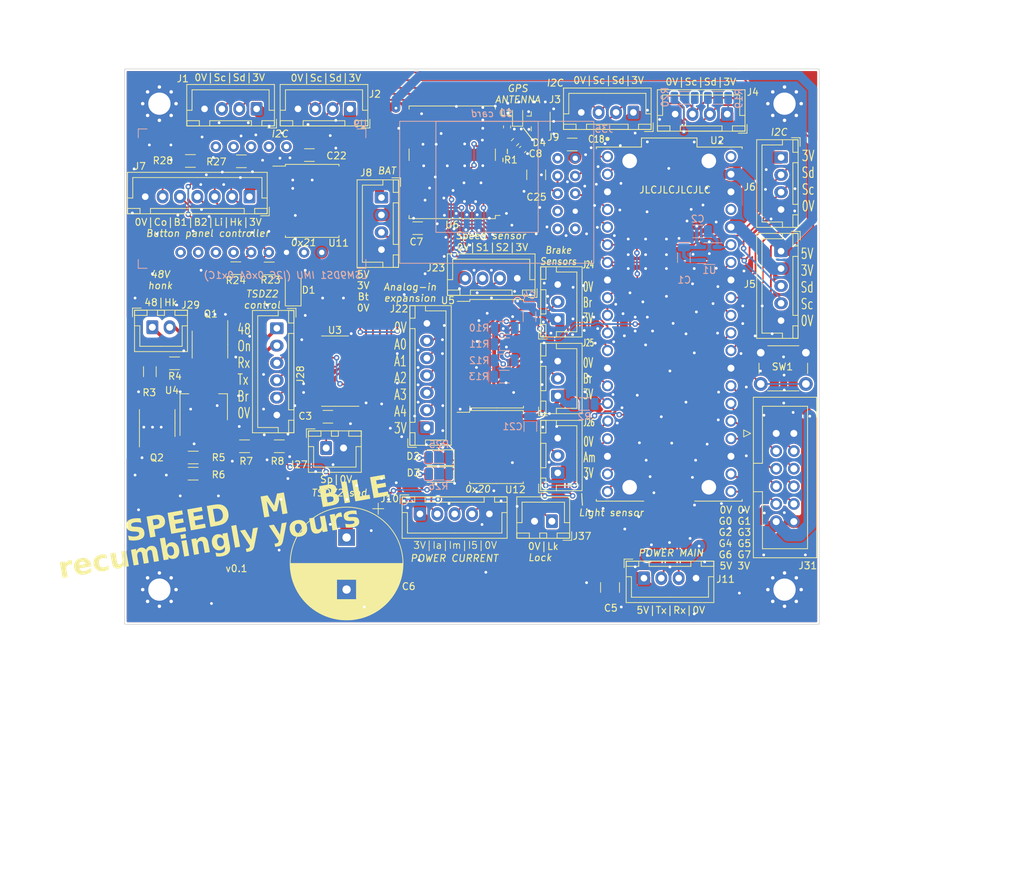
<source format=kicad_pcb>
(kicad_pcb (version 20221018) (generator pcbnew)
  (layers (0 "F.Cu" signal) (31 "B.Cu" signal) (34 "B.Paste" user) (35 "F.Paste" user) (36 "B.SilkS" user "B.Silkscreen") (37 "F.SilkS" user "F.Silkscreen") (38 "B.Mask" user) (39 "F.Mask" user) (44 "Edge.Cuts" user))
  (net 0 "")
  (net 1 "+3.3VA")
  (net 2 "/MISO")
  (net 3 "/MOSI")
  (net 4 "/SCK")
  (net 5 "/Analog input/BRAKE1")
  (net 6 "GND")
  (net 7 "+3V3")
  (net 8 "/Analog input/BRAKE2")
  (net 10 "/Analog input/Iaux")
  (net 11 "+5VL")
  (net 12 "/TSDZ2_BRAKE_5V")
  (net 13 "/TSDZ2_RX_5V")
  (net 14 "/TSDZ2_TX_5V")
  (net 15 "/TSDZ2_ON")
  (net 16 "/Analog input/Imotor")
  (net 17 "/Analog input/ADC3")
  (net 18 "/GPIO0")
  (net 19 "/GPIO1")
  (net 20 "/ADC")
  (net 21 "/ADC_A2")
  (net 22 "/ADC_A1")
  (net 23 "/ADC_A0")
  (net 24 "/TSDZ2_BRAKE")
  (net 25 "/GPIO2")
  (net 26 "/GPIO3")
  (net 27 "/SDA")
  (net 28 "/SCL")
  (net 29 "/TSDZ2_TX")
  (net 30 "/TSDZ2_RX")
  (net 31 "/GPIO4")
  (net 32 "/GPIO5")
  (net 33 "/Analog input/I5V")
  (net 34 "/GPIO6")
  (net 35 "/GPIO7")
  (net 36 "/Analog input/ADC_SPEED1")
  (net 37 "Net-(C8-Pad1)")
  (net 39 "/HONK_48V")
  (net 40 "/CS_SD")
  (net 41 "/tsdz2/PWR_ON")
  (net 42 "Net-(Q1-G)")
  (net 43 "/HONK")
  (net 44 "Net-(Q2-G)")
  (net 45 "+48V")
  (net 46 "/Analog input/VBATADC")
  (net 47 "/Analog input/ADC0")
  (net 48 "/GPS/RF_GPS")
  (net 49 "/FAST_SDA")
  (net 50 "/FAST_SCL")
  (net 51 "/Analog input/ADC_SPEED2")
  (net 52 "/Analog input/ADC1")
  (net 53 "/Analog input/ADC2")
  (net 54 "/Analog input/ADC4")
  (net 55 "/ADC_A3")
  (net 56 "/Analog input/U5V")
  (net 57 "/Analog input/U3V3")
  (net 58 "Net-(U4-G)")
  (net 59 "/UARTTX")
  (net 60 "/UARTRX")
  (net 62 "Net-(J8-Pin_3)")
  (net 69 "Net-(U6-VCC_RF)")
  (net 70 "/GPS_TX")
  (net 71 "/GPS_RX")
  (net 75 "/REMOTE_COMM")
  (net 79 "/RESET_M9N")
  (net 80 "/I2C devices/LED2")
  (net 81 "/I2C devices/LED1")
  (net 82 "/Analog input/AMBIANT")
  (net 83 "Net-(D2-A)")
  (net 84 "Net-(D3-A)")
  (net 85 "/VSPEED")
  (net 86 "/VSPEED_5V")
  (net 90 "/I2C devices/HONK_SW")
  (net 91 "/I2C devices/LIGHT_SW")
  (net 92 "/I2C devices/BLINK2_SW")
  (net 93 "/I2C devices/BLINK1_SW")
  (net 94 "/I2C devices/AUX1")
  (net 95 "/RESET")
  (net 96 "/HONK_5V")
  (net 97 "/TSDZ2_ON_5V")
  (net 100 "/PPS")
  (footprint "LED_SMD:LED_1206_3216Metric" (layer "F.Cu") (at 130.16 93.399 180)
    (fp_text reference "D3")
    (fp_text value "LED")
  )
  (footprint "Resistor_SMD:R_1206_3216Metric" (layer "F.Cu") (at 101.8 48.3)
    (fp_text reference "R27")
    (fp_text value "4k7")
  )
  (footprint "Button_Switch_THT:SW_PUSH_6mm" (layer "F.Cu") (at 176.575 75.875)
    (fp_text reference "SW1")
    (fp_text value "SW_Push")
  )
  (footprint "Connector_JST:JST_XH_B4B-XH-A_1x04_P2.50mm_Vertical" (layer "F.Cu") (at 117.45 40.75 180)
    (fp_text reference "J2")
    (fp_text value "Conn_01x04")
  )
  (footprint "Resistor_SMD:R_1206_3216Metric" (layer "F.Cu") (at 105.8125 63.73 180)
    (fp_text reference "R23")
    (fp_text value "1k")
  )
  (footprint "Capacitor_SMD:C_1206_3216Metric" (layer "F.Cu") (at 149.43 45.879)
    (fp_text reference "C18")
    (fp_text value "100n")
  )
  (footprint "Capacitor_SMD:C_1206_3216Metric" (layer "F.Cu") (at 127.19 57.939)
    (fp_text reference "C7")
    (fp_text value "1u")
  )
  (footprint "Connector_JST:JST_XH_B7B-XH-A_1x07_P2.50mm_Vertical" (layer "F.Cu") (at 102.966 53.394 180)
    (fp_text reference "J7")
    (fp_text value "Conn_01x07")
  )
  (footprint "Connector_JST:JST_XH_B4B-XH-A_1x04_P2.50mm_Vertical" (layer "F.Cu") (at 159.76 108.349)
    (fp_text reference "J11")
    (fp_text value "JST_XH")
  )
  (footprint "Connector_JST:JST_XH_B5B-XH-A_1x05_P2.50mm_Vertical" (layer "F.Cu") (at 127.51 99.099)
    (fp_text reference "J10")
    (fp_text value "Conn_01x05")
  )
  (footprint "Connector_JST:JST_XH_B4B-XH-A_1x04_P2.50mm_Vertical" (layer "F.Cu") (at 171.75 41.5 180)
    (fp_text reference "J4")
    (fp_text value "Conn_01x04")
  )
  (footprint "Package_SO:SOIC-24W_7.5x15.4mm_P1.27mm" (layer "F.Cu") (at 138.5532 76.0184)
    (fp_text reference "U5")
    (fp_text value "CD74HC4067M")
  )
  (footprint "Package_SO:SOIC-8_3.9x4.9mm_P1.27mm" (layer "F.Cu") (at 89.68255 85.999 90)
    (fp_text reference "Q2")
    (fp_text value "DMT6012LSS")
  )
  (footprint "Package_SO:SOIC-16W_7.5x10.3mm_P1.27mm" (layer "F.Cu") (at 112 54)
    (fp_text reference "U11")
    (fp_text value "PCF8574")
  )
  (footprint "Capacitor_SMD:C_1206_3216Metric" (layer "F.Cu") (at 114.26 85.099)
    (fp_text reference "C3")
    (fp_text value "100n")
  )
  (footprint "Resistor_SMD:R_1206_3216Metric" (layer "F.Cu") (at 94.87 90.97 180)
    (fp_text reference "R5")
    (fp_text value "1k")
  )
  (footprint "Resistor_SMD:R_1206_3216Metric" (layer "F.Cu") (at 92.18255 77.399)
    (fp_text reference "R4")
    (fp_text value "191k")
  )
  (footprint "Capacitor_SMD:C_0603_1608Metric" (layer "F.Cu") (at 142.3 46.6 -135)
    (fp_text reference "C8")
    (fp_text value "100n")
  )
  (footprint "LED_SMD:LED_1206_3216Metric" (layer "F.Cu") (at 130.16 90.999 180)
    (fp_text reference "D2")
    (fp_text value "LED")
  )
  (footprint "Connector_JST:JST_XH_B4B-XH-A_1x04_P2.50mm_Vertical" (layer "F.Cu") (at 121.97 53.529 -90)
    (fp_text reference "J8")
    (fp_text value "Conn_01x04")
  )
  (footprint "Package_TO_SOT_SMD:SOT-223" (layer "F.Cu") (at 96.38255 83.699 90)
    (fp_text reference "U4")
    (fp_text value "BTS4140N")
  )
  (footprint "Inductor_SMD:L_0603_1608Metric" (layer "F.Cu") (at 140.06 43.3475 90)
    (fp_text reference "L1")
    (fp_text value "27nH")
  )
  (footprint "Resistor_SMD:R_1206_3216Metric" (layer "F.Cu") (at 88.63 78.6 90)
    (fp_text reference "R3")
    (fp_text value "1k")
  )
  (footprint "Diode_SMD:D_1206_3216Metric" (layer "F.Cu") (at 109.26 66.849 90)
    (fp_text reference "D1")
    (fp_text value "D")
  )
  (footprint "RP-Pico Libraries:MODULE_SC0918" (layer "F.Cu") (at 163.4 71.75)
    (fp_text reference "U2")
    (fp_text value "SC0918")
  )
  (footprint "Capacitor_THT:CP_Radial_D16.0mm_P7.50mm" (layer "F.Cu") (at 116.95 102.487246 -90)
    (fp_text reference "C6")
    (fp_text value "220u")
  )
  (footprint "Connector_JST:JST_XH_B4B-XH-A_1x04_P2.50mm_Vertical" (layer "F.Cu") (at 158.24 41.26 180)
    (fp_text reference "J3")
    (fp_text value "Conn_01x04")
  )
  (footprint "Package_SO:SOIC-16_3.9x9.9mm_P1.27mm" (layer "F.Cu") (at 115.285 78.524 180)
    (fp_text reference "U3")
    (fp_text value "74AHCT367")
  )
  (footprint "Connector_JST:JST_XH_B2B-XH-A_1x02_P2.50mm_Vertical" (layer "F.Cu") (at 114.01 89.599)
    (fp_text reference "J27")
    (fp_text value "Conn_01x02")
  )
  (footprint "Resistor_SMD:R_1206_3216Metric" (layer "F.Cu") (at 107.26 89.349)
    (fp_text reference "R8")
    (fp_text value "10k")
  )
  (footprint "Connector_JST:JST_XH_B7B-XH-A_1x07_P2.50mm_Vertical" (layer "F.Cu") (at 128.51 86.649 90)
    (fp_text reference "J22")
    (fp_text value "Conn_01x07")
  )
  (footprint "Resistor_SMD:R_1206_3216Metric" (layer "F.Cu") (at 101 63.7)
    (fp_text reference "R24")
    (fp_text value "1k")
  )
  (footprint "Capacitor_SMD:C_1206_3216Metric" (layer "F.Cu") (at 111.6 47.4 180)
    (fp_text reference "C22")
    (fp_text value "100n")
  )
  (footprint "Connector_JST:JST_XH_B4B-XH-A_1x04_P2.50mm_Vertical" (layer "F.Cu") (at 141.525 65.15 180)
    (fp_text reference "J23")
    (fp_text value "XHB4B")
  )
  (footprint "Connector_JST:JST_XH_B2B-XH-A_1x02_P2.50mm_Vertical" (layer "F.Cu") (at 146.51 100.149 180)
    (fp_text reference "J37")
    (fp_text value "Conn_01x02")
  )
  (footprint "Connector_JST:JST_XH_B3B-XH-A_1x03_P2.50mm_Vertical" (layer "F.Cu") (at 147.35 93.184 90)
    (fp_text reference "J26")
    (fp_text value "XHB3B")
  )
  (footprint "Package_SO:SOIC-16W_7.5x10.3mm_P1.27mm" (layer "F.Cu") (at 138.5296 89.455)
    (fp_text reference "U12")
    (fp_text value "PCF8574")
  )
  (footprint "Connector_JST:JST_XH_B2B-XH-A_1x02_P2.50mm_Vertical" (layer "F.Cu") (at 88.98255 72.199)
    (fp_text reference "J29")
    (fp_text value "Conn_01x02")
  )
  (footprint "Connector_JST:JST_XH_B3B-XH-A_1x03_P2.50mm_Vertical" (layer "F.Cu") (at 147.35 71.05 90)
    (fp_text reference "J24")
    (fp_text value "XHB3B")
  )
  (footprint "Connector_IDC:IDC-Header_2x06_P2.54mm_Vertical" (layer "F.Cu") (at 178.8 87.5)
    (fp_text reference "J31")
    (fp_text value "Conn_02x06_Odd_Even")
  )
  (footprint "Resistor_SMD:R_1206_3216Metric" (layer "F.Cu") (at 102.26 89.349)
    (fp_text reference "R7")
    (fp_text value "191k")
  )
  (footprint "Diode_SMD:D_0603_1608Metric" (layer "F.Cu") (at 141.57 41.7615 90)
    (fp_text reference "D4")
    (fp_text value "1.5KExxA")
  )
  (footprint "Resistor_SMD:R_1206_3216Metric" (layer "F.Cu") (at 94.4625 48.25 180)
    (fp_text reference "R28")
    (fp_text value "4k7")
  )
  (footprint "Connector_Coaxial:U.FL_Hirose_U.FL-R-SMT-1_Vertical" (layer "F.Cu") (at 144.42 42.549)
    (fp_text reference "J9")
    (fp_text value "Conn_Coaxial")
  )
  (footprint "Connector_JST:JST_XH_B4B-XH-A_1x04_P2.50mm_Vertical" (layer "F.Cu") (at 104 40.75 180)
    (fp_text reference "J1")
    (fp_text value "Conn_01x04")
  )
  (footprint "Resistor_SMD:R_1206_3216Metric" (layer "F.Cu") (at 94.86 93.3)
    (fp_text reference "R6")
    (fp_text value "191k")
  )
  (footprint "Connector_JST:JST_XH_B4B-XH-A_1x04_P2.50mm_Vertical" (layer "F.Cu") (at 179.5 47.75 -90)
    (fp_text reference "J6")
    (fp_text value "Conn_01x04")
  )
  (footprint "Capacitor_SMD:C_1210_3225Metric" (layer "F.Cu") (at 154.88 109.69 -90)
    (fp_text reference "C5")
    (fp_text value "22u")
  )
  (footprint "Connector_JST:JST_XH_B3B-XH-A_1x03_P2.50mm_Vertical" (layer "F.Cu") (at 147.35 82.089 90)
    (fp_text reference "J25")
    (fp_text value "XHB3B")
  )
  (footprint "Resistor_SMD:R_0603_1608Metric" (layer "F.Cu") (at 141.2 45.55 45)
    (fp_text reference "R1")
    (fp_text value "20")
  )
  (footprint "additional:OSHW-Logo2_9.8x8mm_Mask" (layer "F.Cu") (at 145 110)
    (fp_text reference "SYMB1" hide)
    (fp_text value "OSHW" hide)
  )
  (footprint "Connector_JST:JST_XH_B6B-XH-A_1x06_P2.50mm_Vertical" (layer "F.Cu") (at 106.90755 72.349 -90)
    (fp_text reference "J28")
    (fp_text value "Conn_01x06")
  )
  (footprint "Connector_JST:JST_XH_B5B-XH-A_1x05_P2.50mm_Vertical" (layer "F.Cu") (at 179.5 61.25 -90)
    (fp_text reference "J5")
    (fp_text value "Conn_01x05")
  )
  (footprint "Package_SO:SOIC-8_3.9x4.9mm_P1.27mm" (layer "F.Cu") (at 97.28255 74.699 -90)
    (fp_text reference "Q1")
    (fp_text value "DMT6012LSS")
  )
  (footprint "Capacitor_SMD:C_1210_3225Metric" (layer "F.Cu") (at 144.25 50.25 -90)
    (fp_text reference "C25")
    (fp_text value "22u")
  )
  (footprint "RF_GPS:ublox_NEO" (layer "F.Cu") (at 132.16 48.449 180)
    (fp_text reference "U6")
    (fp_text value "NEO-M9N")
  )
  (footprint "breakboard:lsm9ds1_wo_holes" (layer "B.Cu") (at 103.216 53.804 90)
    (fp_text reference "U9")
    (fp_text value "adafruit_LSM9DS1")
  )
  (footprint "MountingHole:MountingHole_3.2mm_M3_Pad_Via" (layer "B.Cu") (at 90 40 180)
    (fp_text reference "H3" hide)
    (fp_text value "MountingHole_Pad")
  )
  (footprint "Resistor_SMD:R_1206_3216Metric" (layer "B.Cu") (at 151.185 83.25)
    (fp_text reference "R2")
    (fp_text value "4k7")
  )
  (footprint "MountingHole:MountingHole_3.2mm_M3_Pad_Via" (layer "B.Cu") (at 180 40 180)
    (fp_text reference "H4" hide)
    (fp_text value "MountingHole_Pad")
  )
  (footprint "Resistor_SMD:R_1206_3216Metric" (layer "B.Cu") (at 139.7 72.3 180)
    (fp_text reference "R10")
    (fp_text value "10k")
  )
  (footprint "Resistor_SMD:R_1206_3216Metric" (layer "B.Cu") (at 165.606 39.163)
    (fp_text reference "R20")
    (fp_text value "4k7")
  )
  (footprint "Capacitor_SMD:C_1206_3216Metric" (layer "B.Cu") (at 143.285 70.674 -90)
    (fp_text reference "C4")
    (fp_text value "100n")
  )
  (footprint "Resistor_SMD:R_1206_3216Metric" (layer "B.Cu") (at 139.6472 79.3204)
    (fp_text reference "R13")
    (fp_text value "10k")
  )
  (footprint "Capacitor_SMD:C_1206_3216Metric" (layer "B.Cu") (at 165.51 62.175 90)
    (fp_text reference "C1")
    (fp_text value "100n")
  )
  (footprint "Resistor_SMD:R_1206_3216Metric" (layer "B.Cu") (at 130.26 90.899)
    (fp_text reference "R25")
    (fp_text value "1k")
  )
  (footprint "Resistor_SMD:R_1206_3216Metric" (layer "B.Cu") (at 139.698 74.6468)
    (fp_text reference "R11")
    (fp_text value "10k")
  )
  (footprint "Resistor_SMD:R_1206_3216Metric" (layer "B.Cu") (at 139.698 76.9836 180)
    (fp_text reference "R12")
    (fp_text value "10k")
  )
  (footprint "Resistor_SMD:R_1206_3216Metric" (layer "B.Cu") (at 170.432 39.163 180)
    (fp_text reference "R19")
    (fp_text value "4k7")
  )
  (footprint "Resistor_SMD:R_1206_3216Metric" (layer "B.Cu") (at 130.26 93.299)
    (fp_text reference "R26")
    (fp_text value "1k")
  )
  (footprint "Capacitor_SMD:C_1206_3216Metric" (layer "B.Cu") (at 143.41 86.499 -90)
    (fp_text reference "C21")
    (fp_text value "100n")
  )
  (footprint "Package_TO_SOT_SMD:SOT-23-6" (layer "B.Cu") (at 169.175 61.6 180)
    (fp_text reference "U1")
    (fp_text value "MCP1501-33xCH")
  )
  (footprint "breakboard:sdcard" (layer "B.Cu") (at 138.44 51.68)
    (fp_text reference "J35")
    (fp_text value "SDCARD_breakout")
  )
  (footprint "Capacitor_SMD:C_1206_3216Metric" (layer "B.Cu") (at 167.499 58.399)
    (fp_text reference "C2")
    (fp_text value "100n")
  )
  (footprint "MountingHole:MountingHole_3.2mm_M3_Pad_Via" (layer "B.Cu") (at 90 110 180)
    (fp_text reference "H2" hide)
    (fp_text value "MountingHole_Pad")
  )
  (footprint "MountingHole:MountingHole_3.2mm_M3_Pad_Via" (layer "B.Cu") (at 180 110 180)
    (fp_text reference "H1" hide)
    (fp_text value "MountingHole_Pad")
  )
  (gr_line (start 139.46 47.849) (end 139.46 48.349) (stroke (width 0.15)) (layer "F.SilkS"))
  (gr_line (start 150.8 96.15) (end 150.9 97.85) (stroke (width 0.15)) (layer "F.SilkS"))
  (gr_line (start 140.1 46.55) (end 140.1 47.2) (stroke (width 0.15)) (layer "F.SilkS"))
  (gr_line (start 143.6 45.05) (end 142.4 43.5) (stroke (width 0.15)) (layer "F.SilkS"))
  (gr_rect (start 85 35) (end 185 115) (stroke (width 0.1)) (fill none) (layer "Edge.Cuts"))
  (gr_text "LSM9DS1 IMU (I2C 0x6A 0x1C)" (at 120.05 65.3) (layer "B.SilkS") (effects (font (size 1 1) (thickness 0.15) italic) (justify left bottom mirror)))
  (gr_text "SD card" (at 141 42) (layer "B.SilkS") (effects (font (size 1 1) (thickness 0.15) italic) (justify left bottom mirror)))
  (gr_text "0V\nBr\n3V" (at 150.9 68.65) (layer "F.SilkS") (effects (font (size 1.4 0.8)) (justify left)))
  (gr_text "BAT\n" (at 124.16 50.249) (layer "F.SilkS") (effects (font (size 1 1) (thickness 0.15) italic) (justify right bottom)))
  (gr_text "3V|Ia|Im|I5|0V" (at 132.58 103.61) (layer "F.SilkS") (effects (font (size 1 1) (thickness 0.125))))
  (gr_text "Analog-in\nexpansion" (at 126.1 68.6) (layer "F.SilkS") (effects (font (size 1 1) (thickness 0.15) italic) (justify bottom)))
  (gr_text "0V|Co|B1|B2|Li|Hk|3V" (at 95.59 57.07) (layer "F.SilkS") (effects (font (size 1 1))))
  (gr_text "TSDZ2\ncontrol" (at 104.8 69.6) (layer "F.SilkS") (effects (font (size 1 1) (thickness 0.15) italic) (justify bottom)))
  (gr_text "POWER CURRENT" (at 132.46 106.07) (layer "F.SilkS") (effects (font (size 1 1) (thickness 0.15) italic) (justify bottom)))
  (gr_text "GPS\nANTENNA" (at 141.6 40) (layer "F.SilkS") (effects (font (size 1 1) (thickness 0.15) italic) (justify bottom)))
  (gr_text "Sp|0V" (at 113.04 94.7) (layer "F.SilkS") (effects (font (size 1 1)) (justify left bottom)))
  (gr_text "v0.1" (at 101.1 107.55) (layer "F.SilkS") (effects (font (size 1 1)) (justify bottom)))
  (gr_text "recumbingly yours" (at 97.49 105.07 -350) (layer "F.SilkS") (effects (font (size 3 3) (thickness 0.4) bold italic) (justify bottom)))
  (gr_text "I2C" (at 145.65 37.6) (layer "F.SilkS") (effects (font (size 1 1) (thickness 0.15) italic) (justify left bottom)))
  (gr_text "POWER MAIN" (at 163.65 105.3) (layer "F.SilkS") (effects (font (size 1 1) (thickness 0.15) italic) (justify bottom)))
  (gr_text "48V\nhonk" (at 90.13 66.79) (layer "F.SilkS") (effects (font (size 1 1) (thickness 0.15) italic) (justify bottom)))
  (gr_text "5V\n3V\nBt\n0V\n" (at 119.35 67) (layer "F.SilkS") (effects (font (size 1 1))))
  (gr_text "Lock" (at 144.8 105.97) (layer "F.SilkS") (effects (font (size 1 1) (thickness 0.15) italic) (justify bottom)))
  (gr_text "SPEED   M   BILE" (at 85.41 103.59 -350) (layer "F.SilkS") (effects (font (size 3 3) (thickness 0.4) bold italic) (justify left bottom)))
  (gr_text "0x21" (at 108.8 60.6) (layer "F.SilkS") (effects (font (size 1 1) (thickness 0.15) italic) (justify left bottom)))
  (gr_text "3V\nSd\nSc\n0V\n\n" (at 183.4 52.35) (layer "F.SilkS") (effects (font (size 1.5 1))))
  (gr_text "48\nOn\nRx\nTx\nBr\n0V" (at 101.15 85.45) (layer "F.SilkS") (effects (font (size 1.5 1)) (justify left bottom)))
  (gr_text "0V|S1|S2|3V" (at 137.95 60.7) (layer "F.SilkS") (effects (font (size 1 1))))
  (gr_text "0V\nA0\nA1\nA2\nA3\nA4\n3V" (at 124.7 79.5) (layer "F.SilkS") (effects (font (size 1.5 1))))
  (gr_text "Button panel controller" (at 87.98 59.26) (layer "F.SilkS") (effects (font (size 1 1) (thickness 0.15) italic) (justify left bottom)))
  (gr_text "0x20" (at 133.9 96.1) (layer "F.SilkS") (effects (font (size 1 1) (thickness 0.15) italic) (justify left bottom)))
  (gr_text "Speed sensor" (at 137.7 59.6) (layer "F.SilkS") (effects (font (size 1 1) (thickness 0.15) italic) (justify bottom)))
  (gr_text "5V\n3V\nSd\nSc\n0V" (at 183.25 66.45) (layer "F.SilkS") (effects (font (size 1.5 1))))
  (gr_text "0V|Sc|Sd|3V" (at 154.68 36.64) (layer "F.SilkS") (effects (font (size 1 1))))
  (gr_text "I2C" (at 179.2 44.69) (layer "F.SilkS") (effects (font (size 1 1) (thickness 0.15) italic) (justify bottom)))
  (gr_text "0V|Sc|Sd|3V" (at 113.98 36.3) (layer "F.SilkS") (effects (font (size 1 1))))
  (gr_text "Light sensor" (at 155.05 99.5) (layer "F.SilkS") (effects (font (size 1 1) (thickness 0.15) italic) (justify bottom)))
  (gr_text "48|Hk" (at 90.2 68.64) (layer "F.SilkS") (effects (font (size 1 1))))
  (gr_text "0V\nAm\n3V" (at 150.95 90.95) (layer "F.SilkS") (effects (font (size 1.4 0.8) (thickness 0.15) bold) (justify left)))
  (gr_text "JLCJLCJLCJLC" (at 159 53) (layer "F.SilkS") (effects (font (size 1 1)) (justify left bottom)))
  (gr_text "5V|Tx|Rx|0V" (at 158.6 113.55) (layer "F.SilkS") (effects (font (size 1 1)) (justify left bottom)))
  (gr_text "0V|Sc|Sd|3V" (at 167.95 36.86) (layer "F.SilkS") (effects (font (size 1 1))))
  (gr_text "Brake\nSensors" (at 147.45 63.3) (layer "F.SilkS") (effects (font (size 1 0.9) (thickness 0.15) italic) (justify bottom)))
  (gr_text "0V 0V\nG0 G1\nG2 G3\nG4 G5\nG6 G7\n5V 3V" (at 172.85 102.55) (layer "F.SilkS") (effects (font (size 1 1))))
  (gr_text "0V|Sc|Sd|3V" (at 100.13 36.242) (layer "F.SilkS") (effects (font (size 1 1))))
  (gr_text "0V\nBr\n3V" (at 150.9 79.6) (layer "F.SilkS") (effects (font (size 1.4 0.8)) (justify left)))
  (gr_text "0V|Lk" (at 142.97 104.35) (layer "F.SilkS") (effects (font (size 1 1)) (justify left bottom)))
  (gr_text "I2C" (at 106.03 44.93) (layer "F.SilkS") (effects (font (size 1 1) (thickness 0.15) italic) (justify left bottom)))
  (gr_text "TSDZ2 spd" (at 115.9 96.65) (layer "F.SilkS") (effects (font (size 1 1) (thickness 0.15) italic) (justify bottom)))
  (segment (start 170.3125 59.7375) (end 170.3125 60.65) (width 0.5) (layer "B.Cu") (net 1))
  (segment (start 171.96 60.65) (end 172.29 60.32) (width 0.25) (layer "B.Cu") (net 1))
  (segment (start 168.974 58.399) (end 170.3125 59.7375) (width 0.5) (layer "B.Cu") (net 1))
  (segment (start 170.3125 60.65) (end 171.96 60.65) (width 0.25) (layer "B.Cu") (net 1))
  (segment (start 150.02 50.63) (end 149.84 50.63) (width 0.25) (layer "F.Cu") (net 2))
  (segment (start 153.03 47.62) (end 150.02 50.63) (width 0.25) (layer "F.Cu") (net 2))
  (segment (start 154.51 47.62) (end 153.03 47.62) (width 0.25) (layer "F.Cu") (net 2))
  (segment (start 154.51 57.78) (end 150.987 54.257) (width 0.25) (layer "F.Cu") (net 3))
  (segment (start 148.63 53.497251) (end 148.63 52.63) (width 0.25) (layer "F.Cu") (net 3))
  (segment (start 149.389749 54.257) (end 148.63 53.497251) (width 0.25) (layer "F.Cu") (net 3))
  (segment (start 147.3 51.3) (end 147.3 50.63) (width 0.25) (layer "F.Cu") (net 3))
  (segment (start 150.987 54.257) (end 149.389749 54.257) (width 0.25) (layer "F.Cu") (net 3))
  (segment (start 148.63 52.63) (end 147.3 51.3) (width 0.25) (layer "F.Cu") (net 3))
  (segment (start 154.51 55.24) (end 152.44 53.17) (width 0.25) (layer "F.Cu") (net 4))
  (segment (start 152.44 53.17) (end 149.84 53.17) (width 0.25) (layer "F.Cu") (net 4))
  (segment (start 144.270504 75.3834) (end 145.73 76.842896) (width 0.25) (layer "F.Cu") (net 5))
  (segment (start 145.73 76.842896) (end 145.73 77.969) (width 0.25) (layer "F.Cu") (net 5))
  (segment (start 145.73 77.969) (end 147.35 79.589) (width 0.25) (layer "F.Cu") (net 5))
  (segment (start 143.2032 75.3834) (end 144.270504 75.3834) (width 0.25) (layer "F.Cu") (net 5))
  (segment (start 110.125 47.4) (end 109.2 47.4) (width 1) (layer "F.Cu") (net 6))
  (segment (start 140.54904 43.374) (end 140.54754 43.3725) (width 0.25) (layer "F.Cu") (net 6))
  (segment (start 103.2625 49.6625) (end 103.4 49.8) (width 1) (layer "F.Cu") (net 6))
  (segment (start 103.2625 48.3) (end 103.2625 49.6625) (width 1) (layer "F.Cu") (net 6))
  (segment (start 108.7225 90.8115) (end 108.76 90.849) (width 1) (layer "F.Cu") (net 6))
  (segment (start 140.54754 43.3725) (end 139.57146 43.3725) (width 0.25) (layer "F.Cu") (net 6))
  (segment (start 128.665 57.939) (end 129.361 57.939) (width 1) (layer "F.Cu") (net 6))
  (segment (start 117.735 83.099) (end 117.76 83.099) (width 1.8) (layer "F.Cu") (net 6))
  (segment (start 109.2 47.4) (end 108.8 47.8) (width 1) (layer "F.Cu") (net 6))
  (segment (start 117.76 73.265202) (end 117.618748 73.12395) (width 1) (layer "F.Cu") (net 6))
  (segment (start 136.840428 48.849) (end 136.770514 48.779086) (width 0.5) (layer "F.Cu") (net 6))
  (segment (start 93 48.25) (end 91.85 48.25) (width 1) (layer "F.Cu") (net 6))
  (segment (start 141.296 43.374) (end 140.54904 43.374) (width 0.25) (layer "F.Cu") (net 6))
  (segment (start 117.76 74.079) (end 117.76 73.265202) (width 1) (layer "F.Cu") (net 6))
  (segment (start 141.751992 47.148008) (end 142.946669 47.148008) (width 0.5) (layer "F.Cu") (net 6))
  (segment (start 115.735 85.099) (end 116.51 85.099) (width 1.8) (layer "F.Cu") (net 6))
  (segment (start 139.29496 43.649) (end 138.16 43.649) (width 0.25) (layer "F.Cu") (net 6))
  (segment (start 138.16 48.849) (end 136.840428 48.849) (width 0.5) (layer "F.Cu") (net 6))
  (segment (start 105.805 58.445) (end 105.76 58.4) (width 1) (layer "F.Cu") (net 6))
  (segment (start 139.57146 43.3725) (end 139.29496 43.649) (width 0.25) (layer "F.Cu") (net 6))
  (segment (start 115.735 85.099) (end 117.735 83.099) (width 1.8) (layer "F.Cu") (net 6))
  (segment (start 107.35 58.445) (end 105.805 58.445) (width 1) (layer "F.Cu") (net 6))
  (segment (start 116.51 85.099) (end 117.51 86.099) (width 1.8) (layer "F.Cu") (net 6))
  (segment (start 129.361 57.939) (end 130 57.3) (width 1) (layer "F.Cu") (net 6))
  (segment (start 108.7225 89.349) (end 108.7225 90.8115) (width 1) (layer "F.Cu") (net 6))
  (segment (start 141.72 43.798) (end 141.296 43.374) (width 0.25) (layer "F.Cu") (net 6))
  (segment (start 142.946669 47.148008) (end 143.000389 47.201728) (width 0.5) (layer "F.Cu") (net 6))
  (segment (start 91.85 48.25) (end 91.7 48.1) (width 1) (layer "F.Cu") (net 6))
  (segment (start 145.0894 80.4634) (end 145.1 80.474) (width 1) (layer "F.Cu") (net 6))
  (segment (start 143.2032 80.4634) (end 145.0894 80.4634) (width 1) (layer "F.Cu") (net 6))
  (via (at 148.55 59) (size 0.8) (drill 0.4) (layers "F.Cu" "B.Cu") (net 6))
  (via (at 177.36 49.499) (size 0.8) (drill 0.4) (layers "F.Cu" "B.Cu") (net 6))
  (via (at 156.29 55.319) (size 0.8) (drill 0.4) (layers "F.Cu" "B.Cu") (net 6))
  (via (at 119.76 83.099) (size 0.8) (drill 0.4) (layers "F.Cu" "B.Cu") (net 6))
  (via (at 145 77.2) (size 0.8) (drill 0.4) (layers "F.Cu" "B.Cu") (net 6))
  (via (at 105 79) (size 0.8) (drill 0.4) (layers "F.Cu" "B.Cu") (net 6))
  (via (at 96.15 44.8) (size 0.8) (drill 0.4) (layers "F.Cu" "B.Cu") (net 6))
  (via (at 160.25 70.75) (size 0.8) (drill 0.4) (layers "F.Cu" "B.Cu") (net 6))
  (via (at 133.918243 54.08876) (size 0.8) (drill 0.4) (layers "F.Cu" "B.Cu") (net 6))
  (via (at 124.25 80.25) (size 0.8) (drill 0.4) (layers "F.Cu" "B.Cu") (net 6))
  (via (at 134.25 56) (size 0.8) (drill 0.4) (layers "F.Cu" "B.Cu") (net 6))
  (via (at 160 59.5) (size 0.8) (drill 0.4) (layers "F.Cu" "B.Cu") (net 6))
  (via (at 143.000389 47.201728) (size 0.8) (drill 0.4) (layers "F.Cu" "B.Cu") (net 6))
  (via (at 145.91 67.755729) (size 0.8) (drill 0.4) (layers "F.Cu" "B.Cu") (net 6))
  (via (at 153.050077 57.814923) (size 0.8) (drill 0.4) (layers "F.Cu" "B.Cu") (net 6))
  (via (at 109.585944 59.475429) (size 0.8) (drill 0.4) (layers "F.Cu" "B.Cu") (net 6))
  (via (at 151.5 58.75) (size 0.8) (drill 0.4) (layers "F.Cu" "B.Cu") (net 6))
  (via (at 114.6 100.6) (size 0.8) (drill 0.4) (layers "F.Cu" "B.Cu") (net 6))
  (via (at 177.036 84.883) (size 0.8) (drill 0.4) (layers "F.Cu" "B.Cu") (net 6))
  (via (at 156.6 83.8) (size 0.8) (drill 0.4) (layers "F.Cu" "B.Cu") (net 6))
  (via (at 155.5 59) (size 0.8) (drill 0.4) (layers "F.Cu" "B.Cu") (net 6))
  (via (at 136.56 42.349) (size 0.8) (drill 0.4) (layers "F.Cu" "B.Cu") (net 6))
  (via (at 163 63.75) (size 0.8) (drill 0.4) (layers "F.Cu" "B.Cu") (net 6))
  (via (at 127.25 83) (size 0.8) (drill 0.4) (layers "F.Cu" "B.Cu") (net 6))
  (via (at 122 83.25) (size 0.8) (drill 0.4) (layers "F.Cu" "B.Cu") (net 6))
  (via (at 115 92) (size 0.8) (drill 0.4) (layers "F.Cu" "B.Cu") (net 6))
  (via (at 130 57.3) (size 0.8) (drill 0.4) (layers "F.Cu" "B.Cu") (net 6))
  (via (at 89 64.5) (size 0.8) (drill 0.4) (layers "F.Cu" "B.Cu") (net 6))
  (via (at 110.5 74) (size 0.8) (drill 0.4) (layers "F.Cu" "B.Cu") (net 6))
  (via (at 128.05 48.95) (size 0.8) (drill 0.4) (layers "F.Cu" "B.Cu") (net 6))
  (via (at 124.25 76) (size 0.8) (drill 0.4) (layers "F.Cu" "B.Cu") (net 6))
  (via (at 141 81.6) (size 0.8) (drill 0.4) (layers "F.Cu" "B.Cu") (net 6))
  (via (at 92.66 56.049) (size 0.8) (drill 0.4) (layers "F.Cu" "B.Cu") (net 6))
  (via (at 128.25 64.5) (size 0.8) (drill 0.4) (layers "F.Cu" "B.Cu") (net 6))
  (via (at 140.82 91.71) (size 0.8) (drill 0.4) (layers "F.Cu" "B.Cu") (net 6))
  (via (at 104.86 48.149) (size 0.8) (drill 0.4) (layers "F.Cu" "B.Cu") (net 6))
  (via (at 133.95 48.95) (size 0.8) (drill 0.4) (layers "F.Cu" "B.Cu") (net 6))
  (via (at 181.235 84.474) (size 0.8) (drill 0.4) (layers "F.Cu" "B.Cu") (net 6))
  (via (at 127.387682 105.748021) (size 0.8) (drill 0.4) (layers "F.Cu" "B.Cu") (net 6))
  (via (at 183 105) (size 0.8) (drill 0.4) (layers "F.Cu" "B.Cu") (net 6))
  (via (at 94.5 84) (size 0.8) (drill 0.4) (layers "F.Cu" "B.Cu") (net 6))
  (via (at 94.86 58.349) (size 0.8) (drill 0.4) (layers "F.Cu" "B.Cu") (net 6))
  (via (at 86.5 68) (size 0.8) (drill 0.4) (layers "F.Cu" "B.Cu") (net 6))
  (via (at 163 61.75) (size 0.8) (drill 0.4) (layers "F.Cu" "B.Cu") (net 6))
  (via (at 124.8815 87.97233) (size 0.8) (drill 0.4) (layers "F.Cu" "B.Cu") (net 6))
  (via (at 170.46 85.549) (size 0.8) (drill 0.4) (layers "F.Cu" "B.Cu") (net 6))
  (via (at 95 89) (size 0.8) (drill 0.4) (layers "F.Cu" "B.Cu") (net 6))
  (via (at 92.5 69) (size 0.8) (drill 0.4) (layers "F.Cu" "B.Cu") (net 6))
  (via (at 91.7 48.1) (size 0.8) (drill 0.4) (layers "F.Cu" "B.Cu") (net 6))
  (via (at 163.96 71.649) (size 0.8) (drill 0.4) (layers "F.Cu" "B.Cu") (net 6))
  (via (at 167.31 69.999) (size 0.8) (drill 0.4) (layers "F.Cu" "B.Cu") (net 6))
  (via (at 158.8 82) (size 0.8) (drill 0.4) (layers "F.Cu" "B.Cu") (net 6))
  (via (at 136.5 45.25) (size 0.8) (drill 0.4) (layers "F.Cu" "B.Cu") (net 6))
  (via (at 108.8 47.8) (size 0.8) (drill 0.4) (layers "F.Cu" "B.Cu") (net 6))
  (via (at 157 101.275) (size 0.8) (drill 0.4) (layers "F.Cu" "B.Cu") (net 6))
  (via (at 103.36 58.549) (size 0.8) (drill 0.4) (layers "F.Cu" "B.Cu") (net 6))
  (via (at 170.51 81.549) (size 0.8) (drill 0.4) (layers "F.Cu" "B.Cu") (net 6))
  (via (at 123.25 86.75) (size 0.8) (drill 0.4) (layers "F.Cu" "B.Cu") (net 6))
  (via (at 93 81.5) (size 0.8) (drill 0.4) (layers "F.Cu" "B.Cu") (net 6))
  (via (at 156.36 46.039) (size 0.8) (drill 0.4) (layers "F.Cu" "B.Cu") (net 6))
  (via (at 170.75 45.5) (size 0.8) (drill 0.4) (layers "F.Cu" "B.Cu") (net 6))
  (via (at 163.335 49.324) (size 0.8) (drill 0.4) (layers "F.Cu" "B.Cu") (net 6))
  (via (at 118.4 95) (size 0.8) (drill 0.4) (layers "F.Cu" "B.Cu") (net 6))
  (via (at 108.51 87.6) (size 0.8) (drill 0.4) (layers "F.Cu" "B.Cu") (net 6))
  (via (at 169.71 68.799) (size 0.8) (drill 0.4) (layers "F.Cu" "B.Cu") (net 6))
  (via (at 125.25 67.5) (size 0.8) (drill 0.4) (layers "F.Cu" "B.Cu") (net 6))
  (via (at 135.7 95.9) (size 0.8) (drill 0.4) (layers "F.Cu" "B.Cu") (net 6))
  (via (at 174.086456 98.572406) (size 0.8) (drill 0.4) (layers "F.Cu" "B.Cu") (net 6))
  (via (at 157.5 59.5) (size 0.8) (drill 0.4) (layers "F.Cu" "B.Cu") (net 6))
  (via (at 135.999998 58.25) (size 0.8) (drill 0.4) (layers "F.Cu" "B.Cu") (net 6))
  (via (at 105.1 87.7) (size 0.8) (drill 0.4) (layers "F.Cu" "B.Cu") (net 6))
  (via (at 145.28 71.45) (size 0.8) (drill 0.4) (layers "F.Cu" "B.Cu") (net 6))
  (via (at 151.5 94) (size 0.8) (drill 0.4) (layers "F.Cu" "B.Cu") (net 6))
  (via (at 89.01 86.599) (size 0.8) (drill 0.4) (layers "F.Cu" "B.Cu") (net 6))
  (via (at 177 105) (size 0.8) (drill 0.4) (layers "F.Cu" "B.Cu") (net 6))
  (via (at 146.149511 84.643309) (size 0.8) (drill 0.4) (layers "F.Cu" "B.Cu") (net 6))
  (via (at 132.281581 52.502427) (size 0.8) (drill 0.4) (layers "F.Cu" "B.Cu") (net 6))
  (via (at 98.5 96.5) (size 0.8) (drill 0.4) (layers "F.Cu" "B.Cu") (net 6))
  (via (at 134.120366 58.158251) (size 0.8) (drill 0.4) (layers "F.Cu" "B.Cu") (net 6))
  (via (at 133.3 84) (size 0.8) (drill 0.4) (layers "F.Cu" "B.Cu") (net 6))
  (via (at 167.04 97.819) (size 0.8) (drill 0.4) (layers "F.Cu" "B.Cu") (net 6))
  (via (at 127.25 75.5) (size 0.8) (drill 0.4) (layers "F.Cu" "B.Cu") (net 6))
  (via (at 168.78 52.120733) (size 0.8) (drill 0.4) (layers "F.Cu" "B.Cu") (net 6))
  (via (at 166.76 65.949) (size 0.8) (drill 0.4) (layers "F.Cu" "B.Cu") (net 6))
  (via (at 105.81 43.249) (size 0.8) (drill 0.4) (layers "F.Cu" "B.Cu") (net 6))
  (via (at 91 93.5) (size 0.8) (drill 0.4) (layers "F.Cu" "B.Cu") (net 6))
  (via (at 102.8 42.75) (size 0.8) (drill 0.4) (layers "F.Cu" "B.Cu") (net 6))
  (via (at 173.988 69.135) (size 0.8) (drill 0.4) (layers "F.Cu" "B.Cu") (net 6))
  (via (at 160.836622 103.543237) (size 0.8) (drill 0.4) (layers "F.Cu" "B.Cu") (net 6))
  (via (at 135.75 74.25) (size 0.8) (drill 0.4) (layers "F.Cu" "B.Cu") (net 6))
  (via (at 87 81.5) (size 0.8) (drill 0.4) (layers "F.Cu" "B.Cu") (net 6))
  (via (at 162.26 85.099) (size 0.8) (drill 0.4) (layers "F.Cu" "B.Cu") (net 6))
  (via (at 167 113.5) (size 0.8) (drill 0.4) (layers "F.Cu" "B.Cu") (net 6))
  (via (at 116.5 68) (size 0.8) (drill 0.4) (layers "F.Cu" "B.Cu") (net 6))
  (via (at 179.96 81.249) (size 0.8) (drill 0.4) (layers "F.Cu" "B.Cu") (net 6))
  (via (at 157.5 63.75) (size 0.8) (drill 0.4) (layers "F.Cu" "B.Cu") (net 6))
  (via (at 166.74 93.829) (size 0.8) (drill 0.4) (layers "F.Cu" "B.Cu") (net 6))
  (via (at 174.496 90.725) (size 0.8) (drill 0.4) (layers "F.Cu" "B.Cu") (net 6))
  (via (at 97.5 112) (size 0.8) (drill 0.4) (layers "F.Cu" "B.Cu") (net 6))
  (via (at 86.11 55.749) (size 0.8) (drill 0.4) (layers "F.Cu" "B.Cu") (net 6))
  (via (at 162.011918 42.270317) (size 0.8) (drill 0.4) (layers "F.Cu" "B.Cu") (net 6))
  (via (at 137.8 64) (size 0.8) (drill 0.4) (layers "F.Cu" "B.Cu") (net 6))
  (via (at 177.26 52.349) (size 0.8) (drill 0.4) (layers "F.Cu" "B.Cu") (net 6))
  (via (at 138.36 40.349) (size 0.8) (drill 0.4) (layers "F.Cu" "B.Cu") (net 6))
  (via (at 163 67.75) (size 0.8) (drill 0.4) (layers "F.Cu" "B.Cu") (net 6))
  (via (at 131.25 59.25) (size 0.8) (drill 0.4) (layers "F.Cu" "B.Cu") (net 6))
  (via (at 160 74.75) (size 0.8) (drill 0.4) (layers "F.Cu" "B.Cu") (net 6))
  (via (at 111 64) (size 0.8) (drill 0.4) (layers "F.Cu" "B.Cu") (net 6))
  (via (at 151.05 66.2) (size 0.8) (drill 0.4) (layers "F.Cu" "B.Cu") (net 6))
  (via (at 100.5 91.5) (size 0.8) (drill 0.4) (layers "F.Cu" "B.Cu") (net 6))
  (via (at 108.5 94) (size 0.8) (drill 0.4) (layers "F.Cu" "B.Cu") (net 6))
  (via (at 158.494 44.243) (size 0.8) (drill 0.4) (layers "F.Cu" "B.Cu") (net 6))
  (via (at 132.410366 58.042876) (size 0.8) (drill 0.4) (layers "F.Cu" "B.Cu") (net 6))
  (via (at 181.46 55.449) (size 0.8) (drill 0.4) (layers "F.Cu" "B.Cu") (net 6))
  (via (at 131.45 48.95) (size 0.8) (drill 0.4) (layers "F.Cu" "B.Cu") (net 6))
  (via (at 166.827375 61.698353) (size 0.8) (drill 0.4) (layers "F.Cu" "B.Cu") (net 6))
  (via (at 163.443354 103.223064) (size 0.8) (drill 0.4) (layers "F.Cu" "B.Cu") (net 6))
  (via (at 173.5 110.5) (size 0.8) (drill 0.4) (layers "F.Cu" "B.Cu") (net 6))
  (via (at 108.76 90.849) (size 0.8) (drill 0.4) (layers "F.Cu" "B.Cu") (net 6))
  (via (at 130.56 44.299) (size 0.8) (drill 0.4) (layers "F.Cu" "B.Cu") (net 6))
  (via (at 160 61.75) (size 0.8) (drill 0.4) (layers "F.Cu" "B.Cu") (net 6))
  (via (at 136 71.25) (size 0.8) (drill 0.4) (layers "F.Cu" "B.Cu") (net 6))
  (via (at 151.24 51.879) (size 0.8) (drill 0.4) (layers "F.Cu" "B.Cu") (net 6))
  (via (at 181.51 52.249) (size 0.8) (drill 0.4) (layers "F.Cu" "B.Cu") (net 6))
  (via (at 122 94) (size 0.8) (drill 0.4) (layers "F.Cu" "B.Cu") (net 6))
  (via (at 130.14 92.25) (size 0.8) (drill 0.4) (layers "F.Cu" "B.Cu") (net 6))
  (via (at 93 96.5) (size 0.8) (drill 0.4) (layers "F.Cu" "B.Cu") (net 6))
  (via (at 152.75 74.5) (size 0.8) (drill 0.4) (layers "F.Cu" "B.Cu") (net 6))
  (via (at 89.66 58.749) (size 0.8) (drill 0.4) (layers "F.Cu" "B.Cu") (net 6))
  (via (at 141.76 39.749) (size 0.8) (drill 0.4) (layers "F.Cu" "B.Cu") (net 6))
  (via (at 176.782 69.135) (size 0.8) (drill 0.4) (layers "F.Cu" "B.Cu") (net 6))
  (via (at 151.837585 98.662415) (size 0.8) (drill 0.4) (layers "F.Cu" "B.Cu") (net 6))
  (via (at 137 107.5) (size 0.8) (drill 0.4) (layers "F.Cu" "B.Cu") (net 6))
  (via (at 166.4 102.62) (size 0.8) (drill 0.4) (layers "F.Cu" "B.Cu") (net 6))
  (via (at 142.492 52.625) (size 0.8) (drill 0.4) (layers "F.Cu" "B.Cu") (net 6))
  (via (at 101.66 50.649) (size 0.8) (drill 0.4) (layers "F.Cu" "B.Cu") (net 6))
  (via (at 120.5 101.5) (size 0.8) (drill 0.4) (layers "F.Cu" "B.Cu") (net 6))
  (via (at 145.779221 69.053723) (size 0.8) (drill 0.4) (layers "F.Cu" "B.Cu") (net 6))
  (via (at 91.66 45.949) (size 0.8) (drill 0.4) (layers "F.Cu" "B.Cu") (net 6))
  (via (at 140.16 39.949) (size 0.8) (drill 0.4) (layers "F.Cu" "B.Cu") (net 6))
  (via (at 140.75 57.5) (size 0.8) (drill 0.4) (layers "F.Cu" "B.Cu") (net 6))
  (via (at 178.219758 73.145003) (size 0.8) (drill 0.4) (layers "F.Cu" "B.Cu") (net 6))
  (via (at 131 62) (size 0.8) (drill 0.4) (layers "F.Cu" "B.Cu") (net 6))
  (via (at 130.75 76) (size 0.8) (drill 0.4) (layers "F.Cu" "B.Cu") (net 6))
  (via (at 173.988 71.675) (size 0.8) (drill 0.4) (layers "F.Cu" "B.Cu") (net 6))
  (via (at 133.2 66.645) (size 0.8) (drill 0.4) (layers "F.Cu" "B.Cu") (net 6))
  (via (at 111 70.5) (size 0.8) (drill 0.4) (layers "F.Cu" "B.Cu") (net 6))
  (via (at 163.76 88.899) (size 0.8) (drill 0.4) (layers "F.Cu" "B.Cu") (net 6))
  (via (at 140.85474 70.682714) (size 0.8) (drill 0.4) (layers "F.Cu" "B.Cu") (net 6))
  (via (at 179.86 76.474) (size 0.8) (drill 0.4) (layers "F.Cu" "B.Cu") (net 6))
  (via (at 167 45.5245) (size 0.8) (drill 0.4) (layers "F.Cu" "B.Cu") (net 6))
  (via (at 137.5 56.5) (size 0.8) (drill 0.4) (layers "F.Cu" "B.Cu") (net 6))
  (via (at 139.958673 75.053933) (size 0.8) (drill 0.4) (layers "F.Cu" "B.Cu") (net 6))
  (via (at 141.098005 43.663644) (size 0.8) (drill 0.4) (layers "F.Cu" "B.Cu") (net 6))
  (via (at 135.75 67.25) (size 0.8) (drill 0.4) (layers "F.Cu" "B.Cu") (net 6))
  (via (at 146.76 44.349) (size 0.8) (drill 0.4) (layers "F.Cu" "B.Cu") (net 6))
  (via (at 87.76 86.599) (size 0.8) (drill 0.4) (layers "F.Cu" "B.Cu") (net 6))
  (via (at 98.6 42.75) (size 0.8) (drill 0.4) (layers "F.Cu" "B.Cu") (net 6))
  (via (at 155.3 81.9) (size 0.8) (drill 0.4) (layers "F.Cu" "B.Cu") (net 6))
  (via (at 170.41 66.349) (size 0.8) (drill 0.4) (layers "F.Cu" "B.Cu") (net 6))
  (via (at 126.75 85) (size 0.8) (drill 0.4) (layers "F.Cu" "B.Cu") (net 6))
  (via (at 176.53 78.511572) (size 0.8) (drill 0.4) (layers "F.Cu" "B.Cu") (net 6))
  (via (at 145.1 45.25) (size 0.8) (drill 0.4) (layers "F.Cu" "B.Cu") (net 6))
  (via (at 132.732833 55.807659) (size 0.8) (drill 0.4) (layers "F.Cu" "B.Cu") (net 6))
  (via (at 144.25 58.75) (size 0.8) (drill 0.4) (layers "F.Cu" "B.Cu") (net 6))
  (via (at 165.814577 73.153577) (size 0.8) (drill 0.4) (layers "F.Cu" "B.Cu") (net 6))
  (via (at 129.8 94.8) (size 0.8) (drill 0.4) (layers "F.Cu" "B.Cu") (net 6))
  (via (at 146.37 73.049797) (size 0.8) (drill 0.4) (layers "F.Cu" "B.Cu") (net 6))
  (via (at 109.2 52.2) (size 0.8) (drill 0.4) (layers "F.Cu" "B.Cu") (net 6))
  (via (at 112 51) (size 0.8) (drill 0.4) (layers "F.Cu" "B.Cu") (net 6))
  (via (at 97.16 56.249) (size 0.8) (drill 0.4) (layers "F.Cu" "B.Cu") (net 6))
  (via (at 126.6 56.5) (size 0.8) (drill 0.4) (layers "F.Cu" "B.Cu") (net 6))
  (via (at 131.7 97.6) (size 0.8) (drill 0.4) (layers "F.Cu" "B.Cu") (net 6))
  (via (at 159.11 88.849) (size 0.8) (drill 0.4) (layers "F.Cu" "B.Cu") (net 6))
  (via (at 153.16 49.069) (size 0.8) (drill 0.4) (layers "F.Cu" "B.Cu") (net 6))
  (via (at 90.26 86.599) (size 0.8) (drill 0.4) (layers "F.Cu" "B.Cu") (net 6))
  (via (at 163 59.5) (size 0.8) (drill 0.4) (layers "F.Cu" "B.Cu") (net 6))
  (via (at 157.75 67.25) (size 0.8) (drill 0.4) (layers "F.Cu" "B.Cu") (net 6))
  (via (at 158.5 70.75) (size 0.8) (drill 0.4) (layers "F.Cu" "B.Cu") (net 6))
  (via (at 149.54 71) (size 0.8) (drill 0.4) (layers "F.Cu" "B.Cu") (net 6))
  (via (at 86.36 49.399) (size 0.8) (drill 0.4) (layers "F.Cu" "B.Cu") (net 6))
  (via (at 113.5 68) (size 0.8) (drill 0.4) (layers "F.Cu" "B.Cu") (net 6))
  (via (at 111.4 43) (size 0.8) (drill 0.4) (layers "F.Cu" "B.Cu") (net 6))
  (via (at 175.766 73.453) (size 0.8) (drill 0.4) (layers "F.Cu" "B.Cu") (net 6))
  (via (at 160 63.75) (size 0.8) (drill 0.4) (layers "F.Cu" "B.Cu") (net 6))
  (via (at 99.26 51.649) (size 0.8) (drill 0.4) (layers "F.Cu" "B.Cu") (net 6))
  (via (at 143.7 45.2) (size 0.8) (drill 0.4) (layers "F.Cu" "B.Cu") (net 6))
  (via (at 159.605 68.549) (size 0.8) (drill 0.4) (layers "F.Cu" "B.Cu") (net 6))
  (via (at 103.4 49.8) (size 0.8) (drill 0.4) (layers "F.Cu" "B.Cu") (net 6))
  (via (at 96.06 55.249) (size 0.8) (drill 0.4) (layers "F.Cu" "B.Cu") (net 6))
  (via (at 168.26 54.599) (size 0.8) (drill 0.4) (layers "F.Cu" "B.Cu") (net 6))
  (via (at 165.81 82.999) (size 0.8) (drill 0.4) (layers "F.Cu" "B.Cu") (net 6))
  (via (at 156.75 70.25) (size 0.8) (drill 0.4) (layers "F.Cu" "B.Cu") (net 6))
  (via (at 152.652 54.657) (size 0.8) (drill 0.4) (layers "F.Cu" "B.Cu") (net 6))
  (via (at 87 98.5) (size 0.8) (drill 0.4) (layers "F.Cu" "B.Cu") (net 6))
  (via (at 137.195423 70.195423) (size 0.8) (drill 0.4) (layers "F.Cu" "B.Cu") (net 6))
  (via (at 132.75 60.75) (size 0.8) (drill 0.4) (layers "F.Cu" "B.Cu") (net 6))
  (via (at 135.3 64) (size 0.8) (drill 0.4) (layers "F.Cu" "B.Cu") (net 6))
  (via (at 96.76 70.349) (size 0.8) (drill 0.4) (layers "F.Cu" "B.Cu") (net 6))
  (via (at 123 97) (size 0.8) (drill 0.4) (layers "F.Cu" "B.Cu") (net 6))
  (via (at 103.884 44.497) (size 0.8) (drill 0.4) (layers "F.Cu" "B.Cu") (net 6))
  (via (at 128.9 52.15) (size 0.8) (drill 0.4) (layers "F.Cu" "B.Cu") (net 6))
  (via (at 139.962221 55.80572) (size 0.8) (drill 0.4) (layers "F.Cu" "B.Cu") (net 6))
  (via (at 151.25 81.5) (size 0.8) (drill 0.4) (layers "F.Cu" "B.Cu") (net 6))
  (via (at 160.25 45.5) (size 0.8) (drill 0.4) (layers "F.Cu" "B.Cu") (net 6))
  (via (at 167.01 75.899) (size 0.8) (drill 0.4) (layers "F.Cu" "B.Cu") (net 6))
  (via (at 151.161758 72.668451) (size 0.8) (drill 0.4) (layers "F.Cu" "B.Cu") (net 6))
  (via (at 153.104577 72.395423) (size 0.8) (drill 0.4) (layers "F.Cu" "B.Cu") (net 6))
  (via (at 163.5 78.5) (size 0.8) (drill 0.4) (layers "F.Cu" "B.Cu") (net 6))
  (via (at 144.76 54.949) (size 0.8) (drill 0.4) (layers "F.Cu" "B.Cu") (net 6))
  (via (at 137.81 67.98) (size 0.8) (drill 0.4) (layers "F.Cu" "B.Cu") (net 6))
  (via (at 130.954899 53.594052) (size 0.8) (drill 0.4) (layers "F.Cu" "B.Cu") (net 6))
  (via (at 174.496 80.819) (size 0.8) (drill 0.4) (layers "F.Cu" "B.Cu") (net 6))
  (via (at 96.76 50.249) (size 0.8) (drill 0.4) (layers "F.Cu" "B.Cu") (net 6))
  (via (at 170.92 97.599) (size 0.8) (drill 0.4) (layers "F.Cu" "B.Cu") (net 6))
  (via (at 170.175 63.715) (size 0.8) (drill 0.4) (layers "F.Cu" "B.Cu") (net 6))
  (via (at 107.36 47.849) (size 0.8) (drill 0.4) (layers "F.Cu" "B.Cu") (net 6))
  (via (at 127.75 41.45) (size 0.8) (drill 0.4) (layers "F.Cu" "B.Cu") (net 6))
  (via (at 101.76 44.649) (size 0.8) (drill 0.4) (layers "F.Cu" "B.Cu") (net 6))
  (via (at 117.51 86.099) (size 0.8) (drill 0.4) (layers "F.Cu" "B.Cu") (net 6))
  (via (at 156.45 51.479) (size 0.8) (drill 0.4) (layers "F.Cu" "B.Cu") (net 6))
  (via (at 145 50.25) (size 0.8) (drill 0.4) (layers "F.Cu" "B.Cu") (net 6))
  (via (at 146.76 40.749) (size 0.8) (drill 0.4) (layers "F.Cu" "B.Cu") (net 6))
  (via (at 128.44 89.13) (size 0.8) (drill 0.4) (layers "F.Cu" "B.Cu") (net 6))
  (via (at 145.374253 74.472357) (size 0.8) (drill 0.4) (layers "F.Cu" "B.Cu") (net 6))
  (via (at 99.06 49.849) (size 0.8) (drill 0.4) (layers "F.Cu" "B.Cu") (net 6))
  (via (at 160.21 55.574) (size 0.8) (drill 0.4) (layers "F.Cu" "B.Cu") (net 6))
  (via (at 112.500002 93) (size 0.8) (drill 0.4) (layers "F.Cu" "B.Cu") (net 6))
  (via (at 136.56 43.549) (size 0.8) (drill 0.4) (layers "F.Cu" "B.Cu") (net 6))
  (via (at 152.906 51.609) (size 0.8) (drill 0.4) (layers "F.Cu" "B.Cu") (net 6))
  (via (at 156.5 112.5) (size 0.8) (drill 0.4) (layers "F.Cu" "B.Cu") (net 6))
  (via (at 131.01 71.949) (size 0.8) (drill 0.4) (layers "F.Cu" "B.Cu") (net 6))
  (via (at 142.1 43.65) (size 0.8) (drill 0.4) (layers "F.Cu" "B.Cu") (net 6))
  (via (at 138.153933 95.758673) (size 0.8) (drill 0.4) (layers "F.Cu" "B.Cu") (net 6))
  (via (at 86.5 93.5) (size 0.8) (drill 0.4) (layers "F.Cu" "B.Cu") (net 6))
  (via (at 146.76 42.549) (size 0.8) (drill 0.4) (layers "F.Cu" "B.Cu") (net 6))
  (via (at 115.4 46.4) (size 0.8) (drill 0.4) (layers "F.Cu" "B.Cu") (net 6))
  (via (at 147.2 86.5) (size 0.8) (drill 0.4) (layers "F.Cu" "B.Cu") (net 6))
  (via (at 141.14 67.04) (size 0.8) (drill 0.4) (layers "F.Cu" "B.Cu") (net 6))
  (via (at 179.885 83.124) (size 0.8) (drill 0.4) (layers "F.Cu" "B.Cu") (net 6))
  (via (at 93.51 75.599) (size 0.8) (drill 0.4) (layers "F.Cu" "B.Cu") (net 6))
  (via (at 152.531168 70.75) (size 0.8) (drill 0.4) (layers "F.Cu" "B.Cu") (net 6))
  (via (at 107.5 97) (size 0.8) (drill 0.4) (layers "F.Cu" "B.Cu") (net 6))
  (via (at 145.56 39.749) (size 0.8) (drill 0.4) (layers "F.Cu" "B.Cu") (net 6))
  (via (at 130.8 87.1) (size 0.8) (drill 0.4) (layers "F.Cu" "B.Cu") (net 6))
  (via (at 117 97) (size 0.8) (drill 0.4) (layers "F.Cu" "B.Cu") (net 6))
  (via (at 134.690219 60.373187) (size 0.8) (drill 0.4) (layers "F.Cu" "B.Cu") (net 6))
  (via (at 98.01 70.349) (size 0.8) (drill 0.4) (layers "F.Cu" "B.Cu") (net 6))
  (via (at 168.5 106) (size 0.8) (drill 0.4) (layers "F.Cu" "B.Cu") (net 6))
  (via (at 98.32 83.49) (size 0.8) (drill 0.4) (layers "F.Cu" "B.Cu") (net 6))
  (via (at 145.41 65.86) (size 0.8) (drill 0.4) (layers "F.Cu" "B.Cu") (net 6))
  (via (at 105.5 91.3) (size 0.8) (drill 0.4) (layers "F.Cu" "B.Cu") (net 6))
  (via (at 96 64) (size 0.8) (drill 0.4) (layers "F.Cu" "B.Cu") (net 6))
  (via (at 158.5 72.75) (size 0.8) (drill 0.4) (layers "F.Cu" "B.Cu") (net 6))
  (via (at 141.5 98) (size 0.8) (drill 0.4) (layers "F.Cu" "B.Cu") (net 6))
  (via (at 169.175 61.6) (size 0.8) (drill 0.4) (layers "F.Cu" "B.Cu") (net 6))
  (via (at 129.722565 50.563411) (size 0.8) (drill 0.4) (layers "F.Cu" "B.Cu") (net 6))
  (via (at 101.5 86.5) (size 0.8) (drill 0.4) (layers "F.Cu" "B.Cu") (net 6))
  (via (at 136.451681 100.619) (size 0.8) (drill 0.4) (layers "F.Cu" "B.Cu") (net 6))
  (via (at 109.2 51) (size 0.8) (drill 0.4) (layers "F.Cu" "B.Cu") (net 6))
  (via (at 87.5 91) (size 0.8) (drill 0.4) (layers "F.Cu" "B.Cu") (net 6))
  (via (at 155.92214 86.004599) (size 0.8) (drill 0.4) (layers "F.Cu" "B.Cu") (net 6))
  (via (at 152.16 46.349) (size 0.8) (drill 0.4) (layers "F.Cu" "B.Cu") (net 6))
  (via (at 174.16 64.099) (size 0.8) (drill 0.4) (layers "F.Cu" "B.Cu") (net 6))
  (via (at 145.8 57.75) (size 0.8) (drill 0.4) (layers "F.Cu" "B.Cu") (net 6))
  (via (at 127.95 45.85) (size 0.8) (drill 0.4) (layers "F.Cu" "B.Cu") (net 6))
  (via (at 161.192077 96.046923) (size 0.8) (drill 0.4) (layers "F.Cu" "B.Cu") (net 6))
  (via (at 105.76 58.4) (size 0.8) (drill 0.4) (layers "F.Cu" "B.Cu") (net 6))
  (via (at 127.25 78) (size 0.8) (drill 0.4) (layers "F.Cu" "B.Cu") (net 6))
  (via (at 160.272 40.941) (size 0.8) (drill 0.4) (layers "F.Cu" "B.Cu") (net 6))
  (via (at 133.85 51.4) (size 0.8) (drill 0.4) (layers "F.Cu" "B.Cu") (net 6))
  (via (at 130.75 74) (size 0.8) (drill 0.4) (layers "F.Cu" "B.Cu") (net 6))
  (via (at 133.95 45.8) (size 0.8) (drill 0.4) (layers "F.Cu" "B.Cu") (net 6))
  (via (at 151.75 79.25) (size 0.8) (drill 0.4) (layers "F.Cu" "B.Cu") (net 6))
  (via (at 159.02 99.49) (size 0.8) (drill 0.4) (layers "F.Cu" "B.Cu") (net 6))
  (via (at 110.76 81.599) (size 0.8) (drill 0.4) (layers "F.Cu" "B.Cu") (net 6))
  (via (at 167 63.75) (size 0.8) (drill 0.4) (layers "F.Cu" "B.Cu") (net 6))
  (via (at 114.6 44.6) (size 0.8) (drill 0.4) (layers "F.Cu" "B.Cu") (net 6))
  (via (at 131.034229 56.079841) (size 0.8) (drill 0.4) (layers "F.Cu" "B.Cu") (net 6))
  (via (at 145.1 80.474) (size 0.8) (drill 0.4) (layers "F.Cu" "B.Cu") (net 6))
  (via (at 148.75 51.25) (size 0.8) (drill 0.4) (layers "F.Cu" "B.Cu") (net 6))
  (via (at 136.3 51.4) (size 0.8) (drill 0.4) (layers "F.Cu" "B.Cu") (net 6))
  (via (at 173.734 75.993) (size 0.8) (drill 0.4) (layers "F.Cu" "B.Cu") (net 6))
  (via (at 136.56 48.929) (size 0.8) (drill 0.4) (layers "F.Cu" "B.Cu") (net 6))
  (via (at 155.4 74.3) (size 0.8) (drill 0.4) (layers "F.Cu" "B.Cu") (net 6))
  (via (at 105 84) (size 0.8) (drill 0.4) (layers "F.Cu" "B.Cu") (net 6))
  (via (at 107.694 44.243) (size 0.8) (drill 0.4) (layers "F.Cu" "B.Cu") (net 6))
  (via (at 178.06 56.599) (size 0.8) (drill 0.4) (layers "F.Cu" "B.Cu") (net 6))
  (via (at 160.648267 93.726815) (size 0.8) (drill 0.4) (layers "F.Cu" "B.Cu") (net 6))
  (via (at 117.618748 73.12395) (size 0.8) (drill 0.4) (layers "F.Cu" "B.Cu") (net 6))
  (via (at 145.2 86.6) (size 0.8) (drill 0.4) (layers "F.Cu" "B.Cu") (net 6))
  (via (at 160.08 91.359) (size 0.8) (drill 0.4) (layers "F.Cu" "B.Cu") (net 6))
  (via (at 110.76 80.349) (size 0.8) (drill 0.4) (layers "F.Cu" "B.Cu") (net 6))
  (via (at 140.16 41.349) (size 0.8) (drill 0.4) (layers "F.Cu" "B.Cu") (net 6))
  (via (at 143.2 43.7) (size 0.8) (drill 0.4) (layers "F.Cu" "B.Cu") (net 6))
  (via (at 151.36 47.349002) (size 0.8) (drill 0.4) (layers "F.Cu" "B.Cu") (net 6))
  (via (at 153.88 98.31) (size 0.8) (drill 0.4) (layers "F.Cu" "B.Cu") (net 6))
  (via (at 132.76 40.399) (size 0.8) (drill 0.4) (layers "F.Cu" "B.Cu") (net 6))
  (via (at 129.85 45.85) (size 0.8) (drill 0.4) (layers "F.Cu" "B.Cu") (net 6))
  (via (at 139.5 72.4) (size 0.8) (drill 0.4) (layers "F.Cu" "B.Cu") (net 6))
  (via (at 105.5 69) (size 0.8) (drill 0.4) (layers "F.Cu" "B.Cu") (net 6))
  (via (at 165.96 56.899) (size 0.8) (drill 0.4) (layers "F.Cu" "B.Cu") (net 6))
  (via (at 149.558742 66.45) (size 0.8) (drill 0.4) (layers "F.Cu" "B.Cu") (net 6))
  (via (at 124.1 94.6) (size 0.8) (drill 0.4) (layers "F.Cu" "B.Cu") (net 6))
  (via (at 99.51 70.349) (size 0.8) (drill 0.4) (layers "F.Cu" "B.Cu") (net 6))
  (via (at 167.2 91.359) (size 0.8) (drill 0.4) (layers "F.Cu" "B.Cu") (net 6))
  (via (at 151.031258 70.75) (size 0.8) (drill 0.4) (layers "F.Cu" "B.Cu") (net 6))
  (via (at 135.645 78) (size 0.8) (drill 0.4) (layers "F.Cu" "B.Cu") (net 6))
  (via (at 125.74 98.21) (size 0.8) (drill 0.4) (layers "F.Cu" "B.Cu") (net 6))
  (via (at 156.941274 73.435892) (size 0.8) (drill 0.4) (layers "F.Cu" "B.Cu") (net 6))
  (via (at 128.25 53.9) (size 0.8) (drill 0.4) (layers "F.Cu" "B.Cu") (net 6))
  (via (at 146.105 91.65) (size 0.8) (drill 0.4) (layers "F.Cu" "B.Cu") (net 6))
  (via (at 115.4 42.4) (size 0.8) (drill 0.4) (layers "F.Cu" "B.Cu") (net 6))
  (via (at 103 73.5) (size 0.8) (drill 0.4) (layers "F.Cu" "B.Cu") (net 6))
  (via (at 107.24 104.31) (size 0.8) (drill 0.4) (layers "F.Cu" "B.Cu") (net 6))
  (via (at 132.5 94.7) (size 0.8) (drill 0.4) (layers "F.Cu" "B.Cu") (net 6))
  (via (at 135.75 56) (size 0.8) (drill 0.4) (layers "F.Cu" "B.Cu") (net 6))
  (via (at 139.198531 97.219775) (size 0.8) (drill 0.4) (layers "F.Cu" "B.Cu") (net 6))
  (via (at 137.962962 58.855) (size 0.8) (drill 0.4) (layers "F.Cu" "B.Cu") (net 6))
  (via (at 170.36 73.049) (size 0.8) (drill 0.4) (layers "F.Cu" "B.Cu") (net 6))
  (via (at 158.5 106.71) (size 0.8) (drill 0.4) (layers "F.Cu" "B.Cu") (net 6))
  (via (at 166.56 55.224) (size 0.8) (drill 0.4) (layers "F.Cu" "B.Cu") (net 6))
  (via (at 143.399 67.539242) (size 0.8) (drill 0.4) (layers "F.Cu" "B.Cu") (net 6))
  (via (at 119.5 112.5) (size 0.8) (drill 0.4) (layers "F.Cu" "B.Cu") (net 6))
  (via (at 143.16 41.149) (size 0.8) (drill 0.4) (layers "F.Cu" "B.Cu") (net 6))
  (via (at 168.86 89.049) (size 0.8) (drill 0.4) (layers "F.Cu" "B.Cu") (net 6))
  (via (at 172.076301 101.158529) (size 0.8) (drill 0.4) (layers "F.Cu" "B.Cu") (net 6))
  (via (at 157.5 61.75) (size 0.8) (drill 0.4) (layers "F.Cu" "B.Cu") (net 6))
  (via (at 164.81 59.399) (size 0.8) (drill 0.4) (layers "F.Cu" "B.Cu") (net 6))
  (via (at 101 76.5) (size 0.8) (drill 0.4) (layers "F.Cu" "B.Cu") (net 6))
  (via (at 155.7 68.9) (size 0.8) (drill 0.4) (layers "F.Cu" "B.Cu") (net 6))
  (via (at 97.76 47.749) (size 0.8) (drill 0.4) (layers "F.Cu" "B.Cu") (net 6))
  (via (at 124.46 43.549) (size 0.8) (drill 0.4) (layers "F.Cu" "B.Cu") (net 6))
  (via (at 136.56 40.549) (size 0.8) (drill 0.4) (layers "F.Cu" "B.Cu") (net 6))
  (via (at 149.490966 73.278551) (size 0.8) (drill 0.4) (layers "F.Cu" "B.Cu") (net 6))
  (via (at 101.41 82.07) (size 0.8) (drill 0.4) (layers "F.Cu" "B.Cu") (net 6))
  (via (at 154.159998 45.749) (size 0.8) (drill 0.4) (layers "F.Cu" "B.Cu") (net 6))
  (via (at 170.16 57.049) (size 0.8) (drill 0.4) (layers "F.Cu" "B.Cu") (net 6))
  (via (at 135.532867 54.106715) (size 0.8) (drill 0.4) (layers "F.Cu" "B.Cu") (net 6))
  (via (at 88.56 45.949) (size 0.8) (drill 0.4) (layers "F.Cu" "B.Cu") (net 6))
  (via (at 134.8 84) (size 0.8) (drill 0.4) (layers "F.Cu" "B.Cu") (net 6))
  (via (at 179.935 79.099) (size 0.8) (drill 0.4) (layers "F.Cu" "B.Cu") (net 6))
  (via (at 95.96 51.649) (size 0.8) (drill 0.4) (layers "F.Cu" "B.Cu") (net 6))
  (via (at 109.5 83.5) (size 0.8) (drill 0.4) (layers "F.Cu" "B.Cu") (net 6))
  (via (at 139.904577 80.204577) (size 0.8) (drill 0.4) (layers "F.Cu" "B.Cu") (net 6))
  (via (at 109.57 56.099) (size 0.8) (drill 0.4) (layers "F.Cu" "B.Cu") (net 6))
  (via (at 161 72.75) (size 0.8) (drill 0.4) (layers "F.Cu" "B.Cu") (net 6))
  (via (at 163.5 106.72) (size 0.8) (drill 0.4) (layers "F.Cu" "B.Cu") (net 6))
  (via (at 127.25 80.5) (size 0.8) (drill 0.4) (layers "F.Cu" "B.Cu") (net 6))
  (via (at 169.16 59.8985) (size 0.8) (drill 0.4) (layers "F.Cu" "B.Cu") (net 6))
  (via (at 130.8 83.5) (size 0.8) (drill 0.4) (layers "F.Cu" "B.Cu") (net 6))
  (via (at 151.5 109) (size 0.8) (drill 0.4) (layers "F.Cu" "B.Cu") (net 6))
  (via (at 143.96 39.749) (size 0.8) (drill 0.4) (layers "F.Cu" "B.Cu") (net 6))
  (segment (start 168.0375 61.6) (end 170.3125 61.6) (width 0.5) (layer "B.Cu") (net 6))
  (segment (start 170.3125 61.6) (end 170.3125 62.55) (width 0.5) (layer "B.Cu") (net 6))
  (segment (start 166.024 58.399) (end 166.024 56.963) (width 1) (layer "B.Cu") (net 6))
  (segment (start 170.3125 63.5775) (end 170.175 63.715) (width 0.5) (layer "B.Cu") (net 6))
  (segment (start 166.024 56.963) (end 165.96 56.899) (width 1) (layer "B.Cu") (net 6))
  (segment (start 170.3125 62.55) (end 170.3125 63.5775) (width 0.5) (layer "B.Cu") (net 6))
  (segment (start 132.261284 65.015) (end 125.75 71.526284) (width 1.8) (layer "F.Cu") (net 7))
  (segment (start 174.19 56.027006) (end 174.19 55.691192) (width 1.8) (layer "F.Cu") (net 7))
  (segment (start 148.124435 93.184) (end 149.425 91.883435) (width 1.8) (layer "F.Cu") (net 7))
  (segment (start 181.34 100.2) (end 181.25 100.2) (width 1.8) (layer "F.Cu") (net 7))
  (segment (start 130.541 89.53) (end 130.8 89.53) (width 0.5) (layer "F.Cu") (net 7))
  (segment (start 113.8 50.202512) (end 113.8 53.4) (width 1.8) (layer "F.Cu") (net 7))
  (segment (start 120.46 56.049) (end 121.96 56.049) (width 1.8) (layer "F.Cu") (net 7))
  (segment (start 144.403172 85.01) (end 145.75709 83.656082) (width 0.5) (layer "F.Cu") (net 7))
  (segment (start 141.369664 49.35) (end 139.393664 47.374) (width 1.75) (layer "F.Cu") (net 7))
  (segment (start 147.35 71.05) (end 147.660966 71.360966) (width 1.3) (layer "F.Cu") (net 7))
  (segment (start 111.914 62.886) (end 113.376 61.424) (width 1) (layer "F.Cu") (net 7))
  (segment (start 156.347716 43.785) (end 150.049 43.785) (width 1.8) (layer "F.Cu") (net 7))
  (segment (start 127.51 99.099) (end 127.51 96.9) (width 1.8) (layer "F.Cu") (net 7))
  (segment (start 130.277284 102.249) (end 127.51 99.481716) (width 1.8) (layer "F.Cu") (net 7))
  (segment (start 144.25 48.775) (end 143.675 49.35) (width 1.75) (layer "F.Cu") (net 7))
  (segment (start 141.529408 74.749) (end 140.103835 76.174573) (width 0.25) (layer "F.Cu") (net 7))
  (segment (start 146.628286 45.879) (end 144.25 48.257286) (width 1.75) (layer "F.Cu") (net 7))
  (segment (start 139.385 54.024) (end 139.385 47.659) (width 0.25) (layer "F.Cu") (net 7))
  (segment (start 113.152488 49.555) (end 113.8 50.202512) (width 1.3) (layer "F.Cu") (net 7))
  (segment (start 125.89 89.269) (end 128.51 86.649) (width 1.8) (layer "F.Cu") (net 7))
  (segment (start 161.005 44.025) (end 158.862716 41.882716) (width 1.8) (layer "F.Cu") (net 7))
  (segment (start 117.45 41.3) (end 117.45 40.75) (width 1) (layer "F.Cu") (net 7))
  (segment (start 128.51 86.649) (end 128.51 87.499) (width 0.5) (layer "F.Cu") (net 7))
  (segment (start 113.075 46.8775) (end 111.0975 44.9) (width 1.8) (layer "F.Cu") (net 7))
  (segment (start 152.639 102.249) (end 155.47 105.08) (width 1.8) (layer "F.Cu") (net 7))
  (segment (start 124.02 56.244) (end 124.02 54.68476) (width 1.8) (layer "F.Cu") (net 7))
  (segment (start 147.75 74.685522) (end 147.33 75.105522) (width 1.3) (layer "F.Cu") (net 7))
  (segment (start 149.425 91.883435) (end 149.425 83.189) (width 1.8) (layer "F.Cu") (net 7))
  (segment (start 138.16 54.349) (end 139.06 54.349) (width 0.25) (layer "F.Cu") (net 7))
  (segment (start 172.437006 57.78) (end 174.19 56.027006) (width 1.8) (layer "F.Cu") (net 7))
  (segment (start 147.75 74.125596) (end 147.75 74.685522) (width 1.3) (layer "F.Cu") (net 7))
  (segment (start 171.75 42.475) (end 170.2 44.025) (width 1.8) (layer "F.Cu") (net 7))
  (segment (start 147.660966 71.360966) (end 147.660966 74.036562) (width 1.3) (layer "F.Cu") (net 7))
  (segment (start 181.985 65.215887) (end 180.519113 63.75) (width 1.3) (layer "F.Cu") (net 7))
  (segment (start 158.25 41.882716) (end 156.347716 43.785) (width 1.8) (layer "F.Cu") (net 7))
  (segment (start 124.02 54.68476) (end 122.67576 56.029) (width 1.75) (layer "F.Cu") (net 7))
  (segment (start 147.33 75.105522) (end 148.355522 75.105522) (width 1.3) (layer "F.Cu") (net 7))
  (segment (start 119.885 49.873874) (end 119.885 55.474) (width 1.8) (layer "F.Cu") (net 7))
  (segment (start 117.45 40.75) (end 117.45 48.355654) (width 1.8) (layer "F.Cu") (net 7))
  (segment (start 122.67576 56.029) (end 121.97 56.029) (width 1.75) (layer "F.Cu") (net 7))
  (segment (start 113.075 47.4) (end 113.075 46.8775) (width 1.8) (layer "F.Cu") (net 7))
  (segment (start 112.2 55) (end 113.8 53.4) (width 1.8) (layer "F.Cu") (net 7))
  (segment (start 147.955 45.879) (end 147.972266 45.879) (width 1.8) (layer "F.Cu") (net 7))
  (segment (start 155.47 105.08) (end 160.25 105.08) (width 1.8) (layer "F.Cu") (net 7))
  (segment (start 112.2 60.154734) (end 112.2 55) (width 1.8) (layer "F.Cu") (net 7))
  (segment (start 100.8925 65.055) (end 99.5375 63.7) (width 0.5) (layer "F.Cu") (net 7))
  (segment (start 149.425 83.189) (end 148.325 82.089) (width 1.8) (layer "F.Cu") (net 7))
  (segment (start 125.75 71.526284) (end 125.75 81.25) (width 1.8) (layer "F.Cu") (net 7))
  (segment (start 181.34 100.2) (end 182.542081 100.2) (width 1.8) (layer "F.Cu") (net 7))
  (segment (start 107.8765 41.679) (end 104.929 41.679) (width 1.8) (layer "F.Cu") (net 7))
  (segment (start 144.441743 74.749) (end 141.529408 74.749) (width 0.25) (layer "F.Cu") (net 7))
  (segment (start 182.18968 85.8) (end 180.536 85.8) (width 1.3) (layer "F.Cu") (net 7))
  (segment (start 147.35 82.939) (end 147.35 82.089) (width 0.5) (layer "F.Cu") (net 7))
  (segment (start 180.519113 63.75) (end 179.5 63.75) (width 1.3) (layer "F.Cu") (net 7))
  (segment (start 124 84.75) (end 125.899 86.649) (width 1.8) (layer "F.Cu") (net 7))
  (segment (start 115.372512 48.63) (end 114.305 48.63) (width 1.8) (layer "F.Cu") (net 7))
  (segment (start 171.75 41.5) (end 171.75 42.475) (width 1.8) (layer "F.Cu") (net 7))
  (segment (start 113.376 61.330734) (end 112.2 60.154734) (width 1.8) (layer "F.Cu") (net 7))
  (segment (start 174.81 55.071192) (end 174.81 47.951) (width 1.8) (layer "F.Cu") (net 7))
  (segment (start 149.25 76) (end 149.25 81.164) (width 1.3) (layer "F.Cu") (net 7))
  (segment (start 147.35 96.52) (end 147.35 93.184) (width 1.8) (layer "F.Cu") (net 7))
  (segment (start 124 83) (end 124 84.75) (width 1.8) (layer "F.Cu") (net 7))
  (segment (start 180.536 85.8) (end 178.53 83.794) (width 1.3) (layer "F.Cu") (net 7))
  (segment (start 145.75709 83.656082) (end 146.632918 83.656082) (width 0.5) (layer "F.Cu") (net 7))
  (segment (start 125.75 81.25) (end 124 83) (width 1.8) (layer "F.Cu") (net 7))
  (segment (start 143.1796 85.01) (end 144.403172 85.01) (width 0.5) (layer "F.Cu") (net 7))
  (segment (start 105.83 49.555) (end 107.35 49.555) (width 1.3) (layer "F.Cu") (net 7))
  (segment (start 147.676116 102.249) (end 152.639 102.249) (width 1.8) (layer "F.Cu") (net 7))
  (segment (start 104.929 41.679) (end 104 40.75) (width 1.8) (layer "F.Cu") (net 7))
  (segment (start 148.355522 75.105522) (end 149.25 76) (width 1.3) (layer "F.Cu") (net 7))
  (segment (start 175.011 47.75) (end 175.011 47.455831) (width 1.8) (layer "F.Cu") (net 7))
  (segment (start 150.049 43.785) (end 147.955 45.879) (width 1.8) (layer "F.Cu") (net 7))
  (segment (start 179.5 47.75) (end 175.011 47.75) (width 1.8) (layer "F.Cu") (net 7))
  (segment (start 147.33 75.105522) (end 147.108165 75.327357) (width 0.25) (layer "F.Cu") (net 7))
  (segment (start 142.165042 69.0334) (end 141.570581 68.438939) (width 0.5) (layer "F.Cu") (net 7))
  (segment (start 143.675 49.35) (end 141.369664 49.35) (width 1.75) (layer "F.Cu") (net 7))
  (segment (start 144.25 48.257286) (end 144.25 48.775) (width 1.75) (layer "F.Cu") (net 7))
  (segment (start 107.275 63.73) (end 108.119 62.886) (width 1) (layer "F.Cu") (net 7))
  (segment (start 139.1 47.374) (end 124.926336 47.374) (width 1.75) (layer "F.Cu") (net 7))
  (segment (start 148.325 82.089) (end 147.35 82.089) (width 1.8) (layer "F.Cu") (net 7))
  (segment (start 111.0975 44.9) (end 107.8765 41.679) (width 1.8) (layer "F.Cu") (net 7))
  (segment (start 147.660966 74.036562) (end 147.75 74.125596) (width 1.3) (layer "F.Cu") (net 7))
  (segment (start 133.89 65.015) (end 132.261284 65.015) (width 1.8) (layer "F.Cu") (net 7))
  (segment (start 183.29 99.452081) (end 183.29 86.90032) (width 1.8) (layer "F.Cu") (net 7))
  (segment (start 124.926336 47.374) (end 124.02 48.280336) (width 1.75) (layer "F.Cu") (net 7))
  (segment (start 181.985 71.647716) (end 181.985 65.215887) (width 1.3) (layer "F.Cu") (net 7))
  (segment (start 134.025 65.15) (end 133.89 65.015) (width 1.8) (layer "F.Cu") (net 7))
  (segment (start 158.862716 41.882716) (end 158.25 41.882716) (width 1.8) (layer "F.Cu") (net 7))
  (segment (start 147.972266 45.879) (end 149.84 47.746734) (width 1.8) (layer "F.Cu") (net 7))
  (segment (start 172.41 103.73) (end 167.7 103.73) (width 1.8) (layer "F.Cu") (net 7))
  (segment (start 124.02 48.280336) (end 124.02 54.68476) (width 1.75) (layer "F.Cu") (net 7))
  (segment (start 107.35 49.555) (end 113.152488 49.555) (width 1.3) (layer "F.Cu") (net 7))
  (segment (start 128.51 87.499) (end 130.541 89.53) (width 0.5) (layer "F.Cu") (net 7))
  (segment (start 174.81 47.951) (end 175.011 47.75) (width 1.8) (layer "F.Cu") (net 7))
  (segment (start 117.45 48.355654) (end 118.36678 48.355654) (width 1.8) (layer "F.Cu") (net 7))
  (segment (start 147.676116 102.249) (end 148.46 101.465116) (width 1.8) (layer "F.Cu") (net 7))
  (segment (start 115.372512 48.63) (end 113.8 50.202512) (width 1.8) (layer "F.Cu") (net 7))
  (segment (start 125.89 95.28) (end 125.89 89.269) (width 1.8) (layer "F.Cu") (net 7))
  (segment (start 139.393664 47.374) (end 139.1 47.374) (width 1.75) (layer "F.Cu") (net 7))
  (segment (start 149.25 81.164) (end 148.325 82.089) (width 1.3) (layer "F.Cu") (net 7))
  (segment (start 115.717512 48.975) (end 115.372512 48.63) (width 1.8) (layer "F.Cu") (net 7))
  (segment (start 172.29 57.78) (end 172.437006 57.78) (width 1.8) (layer "F.Cu") (net 7))
  (segment (start 175.011 47.455831) (end 171.75 44.194831) (width 1.8) (layer "F.Cu") (net 7))
  (segment (start 113.376 61.424) (end 113.376 61.330734) (width 1.8) (layer "F.Cu") (net 7))
  (segment (start 124.35576 54.349) (end 124.02 54.68476) (width 0.5) (layer "F.Cu") (net 7))
  (segment (start 121.16 56.049) (end 121.96 56.049) (width 1.8) (layer "F.Cu") (net 7))
  (segment (start 182.542081 100.2) (end 183.29 99.452081) (width 1.8) (layer "F.Cu") (net 7))
  (segment (start 107.275 63.73) (end 105.95 65.055) (width 0.5) (layer "F.Cu") (net 7))
  (segment (start 108.119 62.886) (end 111.914 62.886) (width 1) (layer "F.Cu") (net 7))
  (segment (start 105.95 65.055) (end 100.8925 65.055) (width 0.5) (layer "F.Cu") (net 7))
  (segment (start 127.51 96.9) (end 125.89 95.28) (width 1.8) (layer "F.Cu") (net 7))
  (segment (start 125.899 86.649) (end 128.51 86.649) (width 1.8) (layer "F.Cu") (net 7))
  (segment (start 127.51 99.481716) (end 127.51 99.099) (width 1.8) (layer "F.Cu") (net 7))
  (segment (start 116.830654 48.975) (end 115.717512 48.975) (width 1.8) (layer "F.Cu") (net 7))
  (segment (start 118.36678 48.355654) (end 119.885 49.873874) (width 1.8) (layer "F.Cu") (net 7))
  (segment (start 171.75 44.194831) (end 171.75 41.5) (width 1.8) (layer "F.Cu") (net 7))
  (segment (start 147.108165 75.327357) (end 145.0201 75.327357) (width 0.25) (layer "F.Cu") (net 7))
  (segment (start 179.5 63.75) (end 180.241116 63.75) (width 1.8) (layer "F.Cu") (net 7))
  (segment (start 125.715 57.939) (end 124.02 56.244) (width 1.8) (layer "F.Cu") (net 7))
  (segment (start 149.84 47.746734) (end 149.84 47.764) (width 1.8) (layer "F.Cu") (net 7))
  (segment (start 114.305 48.63) (end 113.075 47.4) (width 1.8) (layer "F.Cu") (net 7))
  (segment (start 147.955 45.879) (end 146.628286 45.879) (width 1.8) (layer "F.Cu") (net 7))
  (segment (start 174.19 55.691192) (end 174.81 55.071192) (width 1.8) (layer "F.Cu") (net 7))
  (segment (start 146.632918 83.656082) (end 147.35 82.939) (width 0.5) (layer "F.Cu") (net 7))
  (segment (start 139.06 54.349) (end 139.385 54.024) (width 0.25) (layer "F.Cu") (net 7))
  (segment (start 147.35 93.184) (end 148.124435 93.184) (width 1.8) (layer "F.Cu") (net 7))
  (segment (start 119.885 55.474) (end 120.46 56.049) (width 1.8) (layer "F.Cu") (net 7))
  (segment (start 139.385 47.659) (end 139.1 47.374) (width 0.25) (layer "F.Cu") (net 7))
  (segment (start 183.29 86.90032) (end 182.18968 85.8) (width 1.3) (layer "F.Cu") (net 7))
  (segment (start 148.46 101.465116) (end 148.46 97.63) (width 1.8) (layer "F.Cu") (net 7))
  (segment (start 145.0201 75.327357) (end 144.441743 74.749) (width 0.25) (layer "F.Cu") (net 7))
  (segment (start 181.25 100.2) (end 180.75 99.7) (width 1.8) (layer "F.Cu") (net 7))
  (segment (start 177.19 98.77) (end 177.19 98.95) (width 1.8) (layer "F.Cu") (net 7))
  (segment (start 177.19 98.95) (end 172.41 103.73) (width 1.8) (layer "F.Cu") (net 7))
  (segment (start 178.53 75.102716) (end 181.985 71.647716) (width 1.3) (layer "F.Cu") (net 7))
  (segment (start 148.46 97.63) (end 147.35 96.52) (width 1.8) (layer "F.Cu") (net 7))
  (segment (start 117.45 48.355654) (end 116.830654 48.975) (width 1.8) (layer "F.Cu") (net 7))
  (segment (start 147.676116 102.249) (end 130.277284 102.249) (width 1.8) (layer "F.Cu") (net 7))
  (segment (start 170.2 44.025) (end 161.005 44.025) (width 1.8) (layer "F.Cu") (net 7))
  (segment (start 178.53 83.794) (end 178.53 75.102716) (width 1.3) (layer "F.Cu") (net 7))
  (segment (start 102.966 53.394) (end 102.966 52.419) (width 1.3) (layer "F.Cu") (net 7))
  (segment (start 143.2032 69.0334) (end 142.165042 69.0334) (width 0.5) (layer "F.Cu") (net 7))
  (segment (start 102.966 52.419) (end 105.83 49.555) (width 1.3) (layer "F.Cu") (net 7))
  (segment (start 126.16 54.349) (end 124.35576 54.349) (width 0.5) (layer "F.Cu") (net 7))
  (via (at 165.5 44.025) (size 0.8) (drill 0.4) (layers "F.Cu" "B.Cu") (net 7))
  (via (at 160.25 105.08) (size 0.8) (drill 0.4) (layers "F.Cu" "B.Cu") (net 7))
  (via (at 177.09 98.96) (size 0.8) (drill 0.4) (layers "F.Cu" "B.Cu") (net 7))
  (via (at 144.999577 84.709577) (size 0.8) (drill 0.4) (layers "F.Cu" "B.Cu") (net 7))
  (via (at 167.7 103.73) (size 0.8) (drill 0.4) (layers "F.Cu" "B.Cu") (net 7))
  (via (at 141.570581 68.438939) (size 0.8) (drill 0.4) (layers "F.Cu" "B.Cu") (net 7))
  (via (at 140.103835 76.174573) (size 0.8) (drill 0.4) (layers "F.Cu" "B.Cu") (net 7))
  (via (at 130.8 89.53) (size 0.8) (drill 0.4) (layers "F.Cu" "B.Cu") (net 7))
  (via (at 179.97 98.91) (size 0.8) (drill 0.4) (layers "F.Cu" "B.Cu") (net 7))
  (segment (start 146.55 71.05) (end 145.645 70.145) (width 1) (layer "B.Cu") (net 7))
  (segment (start 148.511 83.25) (end 147.35 82.089) (width 1) (layer "B.Cu") (net 7))
  (segment (start 140.351473 76.174573) (end 140.103835 76.174573) (width 0.25) (layer "B.Cu") (net 7))
  (segment (start 178.441169 63.75) (end 179.5 63.75) (width 1.8) (layer "B.Cu") (net 7))
  (segment (start 142.330642 69.199) (end 141.570581 68.438939) (width 1) (layer "B.Cu") (net 7))
  (segment (start 144.231 70.145) (end 143.285 69.199) (width 1) (layer "B.Cu") (net 7))
  (segment (start 164.1435 39.163) (end 165.5 40.5195) (width 0.25) (layer "B.Cu") (net 7))
  (segment (start 160.26 105.09) (end 166.34 105.09) (width 1.8) (layer "B.Cu") (net 7))
  (segment (start 171.8945 39.163) (end 171.8945 41.3555) (width 0.25) (layer "B.Cu") (net 7))
  (segment (start 160.25 105.08) (end 160.26 105.09) (width 1.8) (layer "B.Cu") (net 7))
  (segment (start 131.12 89.53) (end 130.8 89.53) (width 1) (layer "B.Cu") (net 7))
  (segment (start 173.42137 57.78) (end 177.04 61.39863) (width 1.8) (layer "B.Cu") (net 7))
  (segment (start 166.34 105.09) (end 167.7 103.73) (width 1.8) (layer "B.Cu") (net 7))
  (segment (start 143.41 85.024) (end 144.685154 85.024) (width 0.5) (layer "B.Cu") (net 7))
  (segment (start 131.7225 90.899) (end 131.7225 90.1325) (width 1) (layer "B.Cu") (net 7))
  (segment (start 131.7225 90.1325) (end 131.12 89.53) (width 1) (layer "B.Cu") (net 7))
  (segment (start 171.8945 41.3555) (end 171.75 41.5) (width 0.25) (layer "B.Cu") (net 7))
  (segment (start 141.1605 76.9836) (end 140.351473 76.174573) (width 0.25) (layer "B.Cu") (net 7))
  (segment (start 131.7225 93.299) (end 131.7225 90.899) (width 1) (layer "B.Cu") (net 7))
  (segment (start 145.645 70.145) (end 144.231 70.145) (width 1) (layer "B.Cu") (net 7))
  (segment (start 165.5 40.5195) (end 165.5 44.025) (width 0.25) (layer "B.Cu") (net 7))
  (segment (start 172.29 57.78) (end 173.42137 57.78) (width 1.8) (layer "B.Cu") (net 7))
  (segment (start 144.685154 85.024) (end 144.999577 84.709577) (width 0.5) (layer "B.Cu") (net 7))
  (segment (start 177.04 61.39863) (end 177.04 62.348831) (width 1.8) (layer "B.Cu") (net 7))
  (segment (start 149.7225 83.25) (end 148.511 83.25) (width 1) (layer "B.Cu") (net 7))
  (segment (start 147.35 71.05) (end 146.55 71.05) (width 1) (layer "B.Cu") (net 7))
  (segment (start 143.285 69.199) (end 142.330642 69.199) (width 1) (layer "B.Cu") (net 7))
  (segment (start 177.04 62.348831) (end 178.441169 63.75) (width 1.8) (layer "B.Cu") (net 7))
  (segment (start 143.2032 74.1134) (end 144.228199 74.1134) (width 0.25) (layer "F.Cu") (net 8))
  (segment (start 146.05 72.291599) (end 146.05 69.85) (width 0.25) (layer "F.Cu") (net 8))
  (segment (start 146.05 69.85) (end 147.35 68.55) (width 0.25) (layer "F.Cu") (net 8))
  (segment (start 144.228199 74.1134) (end 146.05 72.291599) (width 0.25) (layer "F.Cu") (net 8))
  (segment (start 136.5 72.1) (end 136.5 93.761252) (width 0.25) (layer "F.Cu") (net 10))
  (segment (start 141.684579 70.3034) (end 141.326179 69.945) (width 0.25) (layer "F.Cu") (net 10))
  (segment (start 129.15 96.760847) (end 129.15 98.239) (width 0.25) (layer "F.Cu") (net 10))
  (segment (start 138.655 69.945) (end 136.5 72.1) (width 0.25) (layer "F.Cu") (net 10))
  (segment (start 141.326179 69.945) (end 138.655 69.945) (width 0.25) (layer "F.Cu") (net 10))
  (segment (start 129.15 98.239) (end 130.01 99.099) (width 0.25) (layer "F.Cu") (net 10))
  (segment (start 143.2032 70.3034) (end 141.684579 70.3034) (width 0.25) (layer "F.Cu") (net 10))
  (segment (start 129.765847 96.145) (end 129.15 96.760847) (width 0.25) (layer "F.Cu") (net 10))
  (segment (start 136.5 93.761252) (end 134.116252 96.145) (width 0.25) (layer "F.Cu") (net 10))
  (segment (start 134.116252 96.145) (end 129.765847 96.145) (width 0.25) (layer "F.Cu") (net 10))
  (segment (start 121.68 49.194) (end 120.76 48.274) (width 1.3) (layer "F.Cu") (net 11))
  (segment (start 110.87 87.014) (end 112.785 85.099) (width 1.8) (layer "F.Cu") (net 11))
  (segment (start 130.465 96.655) (end 136.154153 96.655) (width 0.25) (layer "F.Cu") (net 11))
  (segment (start 137.6 95.209153) (end 137.6 72.4) (width 0.25) (layer "F.Cu") (net 11))
  (segment (start 130.12 97) (end 130.465 96.655) (width 0.25) (layer "F.Cu") (net 11))
  (segment (start 178.8 100.368427) (end 168.744427 110.424) (width 1.8) (layer "F.Cu") (net 11))
  (segment (start 110.87 93.675169) (end 110.87 87.014) (width 1.8) (layer "F.Cu") (net 11))
  (segment (start 124.879 97.23) (end 123.01 99.099) (width 1) (layer "F.Cu") (net 11))
  (segment (start 138.634707 71.365293) (end 139.954189 71.365293) (width 0.25) (layer "F.Cu") (net 11))
  (segment (start 120.76 48.274) (end 120.76 41.789836) (width 1.3) (layer "F.Cu") (net 11))
  (segment (start 136.154153 96.655) (end 137.6 95.209153) (width 0.25) (layer "F.Cu") (net 11))
  (segment (start 172.29 50.16) (end 171.15863 50.16) (width 1.3) (layer "F.Cu") (net 11))
  (segment (start 125.22 97.23) (end 124.879 97.23) (width 1) (layer "F.Cu") (net 11))
  (segment (start 160.86 110.424) (end 159.76 109.324) (width 1.8) (layer "F.Cu") (net 11))
  (segment (start 183.485 72.848704) (end 181.225 75.108704) (width 1.3) (layer "F.Cu") (net 11))
  (segment (start 178.8 100.2) (end 178.8 100.368427) (width 1.8) (layer "F.Cu") (net 11))
  (segment (start 122.074836 40.475) (end 123.886 40.475) (width 1.3) (layer "F.Cu") (net 11))
  (segment (start 116.293831 99.099) (end 110.87 93.675169) (width 1.8) (layer "F.Cu") (net 11))
  (segment (start 170.16 54.849) (end 167.36 57.649) (width 1.3) (layer "F.Cu") (net 11))
  (segment (start 137.6 72.4) (end 138.634707 71.365293) (width 0.25) (layer "F.Cu") (net 11))
  (segment (start 112.785 85.099) (end 112.785 83.124) (width 1.8) (layer "F.Cu") (net 11))
  (segment (start 159.76 109.324) (end 159.76 108.349) (width 1.8) (layer "F.Cu") (net 11))
  (segment (start 116.95 99.755169) (end 116.293831 99.099) (width 1.8) (layer "F.Cu") (net 11))
  (segment (start 121.96 53.549) (end 121.68 53.269) (width 1.3) (layer "F.Cu") (net 11))
  (segment (start 183.635 84.822385) (end 183.635 85.024) (width 1.3) (layer "F.Cu") (net 11))
  (segment (start 112.785 83.124) (end 112.81 83.099) (width 1.8) (layer "F.Cu") (net 11))
  (segment (start 179.5 61.25) (end 180.836 61.25) (width 1.3) (layer "F.Cu") (net 11))
  (segment (start 155.51 108.349) (end 151.761 104.6) (width 1.8) (layer "F.Cu") (net 11))
  (segment (start 123.886 40.475) (end 124.06 40.649) (width 1.3) (layer "F.Cu") (net 11))
  (segment (start 128.511 104.6) (end 123.01 99.099) (width 1.8) (layer "F.Cu") (net 11))
  (segment (start 183.485 63.899) (end 183.485 72.848704) (width 1.3) (layer "F.Cu") (net 11))
  (segment (start 151.761 104.6) (end 128.511 104.6) (width 1.8) (layer "F.Cu") (net 11))
  (segment (start 120.76 41.789836) (end 122.074836 40.475) (width 1.3) (layer "F.Cu") (net 11))
  (segment (start 181.225 75.108704) (end 181.225 82.412385) (width 1.3) (layer "F.Cu") (net 11))
  (segment (start 181.225 82.412385) (end 183.635 84.822385) (width 1.3) (layer "F.Cu") (net 11))
  (segment (start 159.76 108.349) (end 155.51 108.349) (width 1.8) (layer "F.Cu") (net 11))
  (segment (start 123.01 99.099) (end 116.293831 99.099) (width 1.8) (layer "F.Cu") (net 11))
  (segment (start 171.15863 50.16) (end 170.16 51.15863) (width 1.3) (layer "F.Cu") (net 11))
  (segment (start 168.744427 110.424) (end 160.86 110.424) (width 1.8) (layer "F.Cu") (net 11))
  (segment (start 180.836 61.25) (end 183.485 63.899) (width 1.3) (layer "F.Cu") (net 11))
  (segment (start 116.95 102.487246) (end 116.95 99.755169) (width 1.8) (layer "F.Cu") (net 11))
  (segment (start 170.16 51.15863) (end 170.16 54.849) (width 1.3) (layer "F.Cu") (net 11))
  (segment (start 121.68 53.269) (end 121.68 49.194) (width 1.3) (layer "F.Cu") (net 11))
  (via (at 124.06 40.649) (size 0.8) (drill 0.4) (layers "F.Cu" "B.Cu") (net 11))
  (via (at 125.22 97.23) (size 0.8) (drill 0.4) (layers "F.Cu" "B.Cu") (net 11))
  (via (at 183.635 85.024) (size 0.8) (drill 0.4) (layers "F.Cu" "B.Cu") (net 11))
  (via (at 130.12 97) (size 0.8) (drill 0.4) (layers "F.Cu" "B.Cu") (net 11))
  (via (at 139.954189 71.365293) (size 0.8) (drill 0.4) (layers "F.Cu" "B.Cu") (net 11))
  (via (at 167.36 57.649) (size 0.8) (drill 0.4) (layers "F.Cu" "B.Cu") (net 11))
  (segment (start 174.996 51.73463) (end 173.42137 50.16) (width 1.8) (layer "B.Cu") (net 11))
  (segment (start 174.996 55.896) (end 174.996 53.799) (width 1.8) (layer "B.Cu") (net 11))
  (segment (start 182.147717 102.15) (end 180.532283 102.15) (width 1.8) (layer "B.Cu") (net 11))
  (segment (start 141.1625 72.3) (end 140.227793 71.365293) (width 0.25) (layer "B.Cu") (net 11))
  (segment (start 167.9875 60.7) (end 168.0375 60.65) (width 0.5) (layer "B.Cu") (net 11))
  (segment (start 182.161 35.95) (end 127.507385 35.95) (width 1.3) (layer "B.Cu") (net 11))
  (segment (start 174.996 53.799) (end 174.996 51.73463) (width 1.8) (layer "B.Cu") (net 11))
  (segment (start 184.05 56.7) (end 184.05 37.839) (width 1.3) (layer "B.Cu") (net 11))
  (segment (start 125.22 97.23) (end 125.45 97) (width 0.25) (layer "B.Cu") (net 11))
  (segment (start 179.5 60.4) (end 174.996 55.896) (width 1.8) (layer "B.Cu") (net 11))
  (segment (start 167.36 59.9725) (end 167.36 57.649) (width 0.5) (layer "B.Cu") (net 11))
  (segment (start 183.635 100.662717) (end 182.147717 102.15) (width 1.8) (layer "B.Cu") (net 11))
  (segment (start 178.8 100.417717) (end 178.8 100.2) (width 1.8) (layer "B.Cu") (net 11))
  (segment (start 180.532283 102.15) (end 178.8 100.417717) (width 1.8) (layer "B.Cu") (net 11))
  (segment (start 125.45 97) (end 130.12 97) (width 0.25) (layer "B.Cu") (net 11))
  (segment (start 179.5 61.25) (end 184.05 56.7) (width 1.3) (layer "B.Cu") (net 11))
  (segment (start 127.507385 35.95) (end 124.06 39.397385) (width 1.3) (layer "B.Cu") (net 11))
  (segment (start 124.06 39.397385) (end 124.06 40.649) (width 1.3) (layer "B.Cu") (net 11))
  (segment (start 168.0375 62.55) (end 166.07507 62.55) (width 0.5) (layer "B.Cu") (net 11))
  (segment (start 165.51 61.98493) (end 165.51 60.7) (width 0.5) (layer "B.Cu") (net 11))
  (segment (start 165.51 60.7) (end 167.9875 60.7) (width 0.5) (layer "B.Cu") (net 11))
  (segment (start 166.07507 62.55) (end 165.51 61.98493) (width 0.5) (layer "B.Cu") (net 11))
  (segment (start 173.42137 50.16) (end 172.29 50.16) (width 1.8) (layer "B.Cu") (net 11))
  (segment (start 184.05 37.839) (end 182.161 35.95) (width 1.3) (layer "B.Cu") (net 11))
  (segment (start 179.5 61.25) (end 179.5 60.4) (width 1.8) (layer "B.Cu") (net 11))
  (segment (start 140.227793 71.365293) (end 139.954189 71.365293) (width 0.25) (layer "B.Cu") (net 11))
  (segment (start 183.635 85.024) (end 183.635 100.662717) (width 1.8) (layer "B.Cu") (net 11))
  (segment (start 168.0375 60.65) (end 167.36 59.9725) (width 0.5) (layer "B.Cu") (net 11))
  (segment (start 108.20755 80.246451) (end 108.20755 81.049) (width 0.25) (layer "F.Cu") (net 12))
  (segment (start 108.20755 81.049) (end 106.90755 82.349) (width 0.25) (layer "F.Cu") (net 12))
  (segment (start 112.81 76.619) (end 111.835001 76.619) (width 0.25) (layer "F.Cu") (net 12))
  (segment (start 111.835001 76.619) (end 108.20755 80.246451) (width 0.25) (layer "F.Cu") (net 12))
  (segment (start 109.26 74.99655) (end 109.26 68.249) (width 0.25) (layer "F.Cu") (net 13))
  (segment (start 106.90755 77.349) (end 109.26 74.99655) (width 0.25) (layer "F.Cu") (net 13))
  (segment (start 113.835908 75.994) (end 110.76255 75.994) (width 0.25) (layer "F.Cu") (net 14))
  (segment (start 116.09 80.429) (end 116.01 80.349) (width 0.25) (layer "F.Cu") (net 14))
  (segment (start 117.76 80.429) (end 116.09 80.429) (width 0.25) (layer "F.Cu") (net 14))
  (segment (start 114.440908 76.599) (end 113.835908 75.994) (width 0.25) (layer "F.Cu") (net 14))
  (segment (start 110.76255 75.994) (end 106.90755 79.849) (width 0.25) (layer "F.Cu") (net 14))
  (segment (start 115.51 76.599) (end 114.440908 76.599) (width 0.25) (layer "F.Cu") (net 14))
  (via (at 115.51 76.599) (size 0.8) (drill 0.4) (layers "F.Cu" "B.Cu") (net 14))
  (via (at 116.01 80.349) (size 0.8) (drill 0.4) (layers "F.Cu" "B.Cu") (net 14))
  (segment (start 115.51 79.849) (end 115.51 76.599) (width 0.25) (layer "B.Cu") (net 14))
  (segment (start 116.01 80.349) (end 115.51 79.849) (width 0.25) (layer "B.Cu") (net 14))
  (segment (start 120.75 75.31) (end 120.75 69.2) (width 0.25) (layer "F.Cu") (net 15))
  (segment (start 115.66625 60.51625) (end 114.4 59.25) (width 0.25) (layer "F.Cu") (net 15))
  (segment (start 119.441 76.619) (end 120.75 75.31) (width 0.25) (layer "F.Cu") (net 15))
  (segment (start 117.76 76.619) (end 119.441 76.619) (width 0.25) (layer "F.Cu") (net 15))
  (segment (start 120.75 69.2) (end 115.66625 64.11625) (width 0.25) (layer "F.Cu") (net 15))
  (segment (start 114.4 59.25) (end 114.4 56.6) (width 0.25) (layer "F.Cu") (net 15))
  (segment (start 114.4 56.6) (end 115.095 55.905) (width 0.25) (layer "F.Cu") (net 15))
  (segment (start 115.095 55.905) (end 116.65 55.905) (width 0.25) (layer "F.Cu") (net 15))
  (segment (start 115.66625 64.11625) (end 115.66625 60.51625) (width 0.25) (layer "F.Cu") (net 15))
  (segment (start 138.7 80.2) (end 138.7 94.545) (width 0.25) (layer "F.Cu") (net 16))
  (segment (start 138.104153 97.105) (end 134.504 97.105) (width 0.25) (layer "F.Cu") (net 16))
  (segment (start 134.504 97.105) (end 132.51 99.099) (width 0.25) (layer "F.Cu") (net 16))
  (segment (start 142.2466 76.6534) (end 138.7 80.2) (width 0.25) (layer "F.Cu") (net 16))
  (segment (start 139.055 94.9) (end 139.055 96.154153) (width 0.25) (layer "F.Cu") (net 16))
  (segment (start 143.2032 76.6534) (end 142.2466 76.6534) (width 0.25) (layer "F.Cu") (net 16))
  (segment (start 139.055 96.154153) (end 138.104153 97.105) (width 0.25) (layer "F.Cu") (net 16))
  (segment (start 138.7 94.545) (end 139.055 94.9) (width 0.25) (layer "F.Cu") (net 16))
  (segment (start 133.9032 76.6534) (end 132.5966 76.6534) (width 0.25) (layer "F.Cu") (net 17))
  (segment (start 132.5966 76.6534) (end 130.75 78.5) (width 0.25) (layer "F.Cu") (net 17))
  (segment (start 130.75 78.5) (end 130.75 79.409) (width 0.25) (layer "F.Cu") (net 17))
  (segment (start 130.75 79.409) (end 128.51 81.649) (width 0.25) (layer "F.Cu") (net 17))
  (segment (start 172.29 83.646496) (end 172.29 83.18) (width 0.25) (layer "F.Cu") (net 18))
  (segment (start 178.8 90.04) (end 178.683504 90.04) (width 0.25) (layer "F.Cu") (net 18))
  (segment (start 178.683504 90.04) (end 172.29 83.646496) (width 0.25) (layer "F.Cu") (net 18))
  (segment (start 178.8 89.75) (end 178.65 89.6) (width 0.25) (layer "B.Cu") (net 18))
  (segment (start 178.8 90.04) (end 178.8 89.75) (width 0.25) (layer "B.Cu") (net 18))
  (segment (start 177.625 87.504) (end 177.625 88.3451) (width 0.25) (layer "F.Cu") (net 19))
  (segment (start 178.1449 88.865) (end 180.165 88.865) (width 0.25) (layer "F.Cu") (net 19))
  (segment (start 180.165 88.865) (end 181.34 90.04) (width 0.25) (layer "F.Cu") (net 19))
  (segment (start 172.29 80.64) (end 174.242 82.592) (width 0.25) (layer "F.Cu") (net 19))
  (segment (start 174.242 82.592) (end 174.242 84.121) (width 0.25) (layer "F.Cu") (net 19))
  (segment (start 174.242 84.121) (end 177.625 87.504) (width 0.25) (layer "F.Cu") (net 19))
  (segment (start 177.625 88.3451) (end 178.1449 88.865) (width 0.25) (layer "F.Cu") (net 19))
  (segment (start 141.675975 69.6584) (end 141.050975 69.0334) (width 0.25) (layer "F.Cu") (net 20))
  (segment (start 144.5532 72.172081) (end 144.5532 69.952492) (width 0.25) (layer "F.Cu") (net 20))
  (segment (start 160.675 71.75) (end 158.5 71.75) (width 0.25) (layer "F.Cu") (net 20))
  (segment (start 141.050975 69.0334) (end 133.9032 69.0334) (width 0.25) (layer "F.Cu") (net 20))
  (segment (start 172.29 62.86) (end 167.175 67.975) (width 0.25) (layer "F.Cu") (net 20))
  (segment (start 144.259108 69.6584) (end 141.675975 69.6584) (width 0.25) (layer "F.Cu") (net 20))
  (segment (start 144.5532 69.952492) (end 144.259108 69.6584) (width 0.25) (layer "F.Cu") (net 20))
  (segment (start 164.45 67.975) (end 160.675 71.75) (width 0.25) (layer "F.Cu") (net 20))
  (segment (start 144.7845 72.403381) (end 144.5532 72.172081) (width 0.25) (layer "F.Cu") (net 20))
  (segment (start 167.175 67.975) (end 164.45 67.975) (width 0.25) (layer "F.Cu") (net 20))
  (via (at 144.7845 72.403381) (size 0.8) (drill 0.4) (layers "F.Cu" "B.Cu") (net 20))
  (via (at 158.5 71.75) (size 0.8) (drill 0.4) (layers "F.Cu" "B.Cu") (net 20))
  (segment (start 153.45873 71.540423) (end 153.668307 71.75) (width 0.25) (layer "B.Cu") (net 20))
  (segment (start 149.810364 71.75) (end 152.540847 71.75) (width 0.25) (layer "B.Cu") (net 20))
  (segment (start 147.682264 73.8781) (end 149.810364 71.75) (width 0.25) (layer "B.Cu") (net 20))
  (segment (start 145.98915 73.8781) (end 147.682264 73.8781) (width 0.25) (layer "B.Cu") (net 20))
  (segment (start 152.540847 71.75) (end 152.750424 71.540423) (width 0.25) (layer "B.Cu") (net 20))
  (segment (start 144.7845 72.67345) (end 145.98915 73.8781) (width 0.25) (layer "B.Cu") (net 20))
  (segment (start 152.750424 71.540423) (end 153.45873 71.540423) (width 0.25) (layer "B.Cu") (net 20))
  (segment (start 153.668307 71.75) (end 158.5 71.75) (width 0.25) (layer "B.Cu") (net 20))
  (segment (start 144.7845 72.403381) (end 144.7845 72.67345) (width 0.25) (layer "B.Cu") (net 20))
  (segment (start 142.067087 81.7334) (end 143.2032 81.7334) (width 0.25) (layer "F.Cu") (net 21))
  (segment (start 140.76 83.040487) (end 142.067087 81.7334) (width 0.25) (layer "F.Cu") (net 21))
  (segment (start 143.1796 91.36) (end 142.021 91.36) (width 0.25) (layer "F.Cu") (net 21))
  (segment (start 142.021 91.36) (end 140.76 90.099) (width 0.25) (layer "F.Cu") (net 21))
  (segment (start 140.76 90.099) (end 140.76 83.040487) (width 0.25) (layer "F.Cu") (net 21))
  (segment (start 132.878201 81.7334) (end 132.5 82.111601) (width 0.25) (layer "F.Cu") (net 22))
  (segment (start 132.5 82.111601) (end 132.5 88.465399) (width 0.25) (layer "F.Cu") (net 22))
  (segment (start 132.854601 88.82) (end 133.8796 88.82) (width 0.25) (layer "F.Cu") (net 22))
  (segment (start 133.9032 81.7334) (end 132.878201 81.7334) (width 0.25) (layer "F.Cu") (net 22))
  (segment (start 132.5 88.465399) (end 132.854601 88.82) (width 0.25) (layer "F.Cu") (net 22))
  (segment (start 131.9 89.135399) (end 132.854601 90.09) (width 0.25) (layer "F.Cu") (net 23))
  (segment (start 132.854601 90.09) (end 133.8796 90.09) (width 0.25) (layer "F.Cu") (net 23))
  (segment (start 133.2866 80.4634) (end 131.9 81.85) (width 0.25) (layer "F.Cu") (net 23))
  (segment (start 131.9 81.85) (end 131.9 89.135399) (width 0.25) (layer "F.Cu") (net 23))
  (segment (start 133.9032 80.4634) (end 133.2866 80.4634) (width 0.25) (layer "F.Cu") (net 23))
  (segment (start 112.81 77.889) (end 115.429153 77.889) (width 0.25) (layer "F.Cu") (net 24))
  (segment (start 121.75 75.92) (end 121.75 68.344204) (width 0.25) (layer "F.Cu") (net 24))
  (segment (start 120.406 77.264) (end 121.75 75.92) (width 0.25) (layer "F.Cu") (net 24))
  (segment (start 115.429153 77.889) (end 116.054153 77.264) (width 0.25) (layer "F.Cu") (net 24))
  (segment (start 117.1 60.595908) (end 115.25 58.745908) (width 0.25) (layer "F.Cu") (net 24))
  (segment (start 121.75 68.344204) (end 117.1 63.694204) (width 0.25) (layer "F.Cu") (net 24))
  (segment (start 115.625001 57.175) (end 116.65 57.175) (width 0.25) (layer "F.Cu") (net 24))
  (segment (start 117.1 63.694204) (end 117.1 60.595908) (width 0.25) (layer "F.Cu") (net 24))
  (segment (start 115.25 57.550001) (end 115.625001 57.175) (width 0.25) (layer "F.Cu") (net 24))
  (segment (start 115.25 58.745908) (end 115.25 57.550001) (width 0.25) (layer "F.Cu") (net 24))
  (segment (start 116.054153 77.264) (end 120.406 77.264) (width 0.25) (layer "F.Cu") (net 24))
  (segment (start 172.29 88.26) (end 173.809 88.26) (width 0.25) (layer "F.Cu") (net 25))
  (segment (start 173.809 88.26) (end 178.129 92.58) (width 0.25) (layer "F.Cu") (net 25))
  (segment (start 178.129 92.58) (end 178.8 92.58) (width 0.25) (layer "F.Cu") (net 25))
  (segment (start 172.818299 85.72) (end 178.503299 91.405) (width 0.25) (layer "F.Cu") (net 26))
  (segment (start 178.503299 91.405) (end 180.165 91.405) (width 0.25) (layer "F.Cu") (net 26))
  (segment (start 172.29 85.72) (end 172.818299 85.72) (width 0.25) (layer "F.Cu") (net 26))
  (segment (start 180.165 91.405) (end 181.34 92.58) (width 0.25) (layer "F.Cu") (net 26))
  (segment (start 133.243549 56.662659) (end 132.162451 56.662659) (width 0.25) (layer "F.Cu") (net 27))
  (segment (start 118.535 52.955001) (end 117.674999 52.095) (width 0.25) (layer "F.Cu") (net 27))
  (segment (start 158.75 60.32) (end 158.75 61.5) (width 0.25) (layer "F.Cu") (net 27))
  (segment (start 178.115 52.553153) (end 177.615 53.053153) (width 0.25) (layer "F.Cu") (net 27))
  (segment (start 125.4 62.35) (end 121.504299 62.35) (width 0.25) (layer "F.Cu") (net 27))
  (segment (start 139 39) (end 146.5 39) (width 0.25) (layer "F.Cu") (net 27))
  (segment (start 166.261 42.8) (end 165.5 42.039) (width 0.25) (layer "F.Cu") (net 27))
  (segment (start 169.25 41.5) (end 167.95 42.8) (width 0.25) (layer "F.Cu") (net 27))
  (segment (start 180.3691 46.474) (end 175.761581 46.474) (width 0.25) (layer "F.Cu") (net 27))
  (segment (start 130.341726 56.475) (end 128.3339 56.475) (width 0.25) (layer "F.Cu") (net 27))
  (segment (start 174.11 58.999) (end 174.11 60.849) (width 0.25) (layer "F.Cu") (net 27))
  (segment (start 131.97011 56.855) (end 130.721726 56.855) (width 0.25) (layer "F.Cu") (net 27))
  (segment (start 154.44 42.56) (end 155.74 41.26) (width 0.25) (layer "F.Cu") (net 27))
  (segment (start 167.505 59.75) (end 167.5 59.75) (width 0.25) (layer "F.Cu") (net 27))
  (segment (start 179.5 50.25) (end 180.8 48.95) (width 0.25) (layer "F.Cu") (net 27))
  (segment (start 157.04 39.96) (end 155.74 41.26) (width 0.25) (layer "F.Cu") (net 27))
  (segment (start 144.5296 95.539602) (end 145.489998 96.5) (width 0.25) (layer "F.Cu") (net 27))
  (segment (start 150.835 56.645) (end 140.125424 56.645) (width 0.25) (layer "F.Cu") (net 27))
  (segment (start 127.765 59.985) (end 125.4 62.35) (width 0.25) (layer "F.Cu") (net 27))
  (segment (start 118.535 56.235) (end 118.535 52.955001) (width 0.25) (layer "F.Cu") (net 27))
  (segment (start 165.5 42.039) (end 165.5 40.731649) (width 0.25) (layer "F.Cu") (net 27))
  (segment (start 132.162451 56.662659) (end 131.97011 56.855) (width 0.25) (layer "F.Cu") (net 27))
  (segment (start 113.45 42.25) (end 114.95 40.75) (width 0.25) (layer "F.Cu") (net 27))
  (segment (start 152.065 41.871701) (end 152.753299 42.56) (width 0.25) (layer "F.Cu") (net 27))
  (segment (start 101.5 40.75) (end 100.786701 40.75) (width 0.25) (layer "F.Cu") (net 27))
  (segment (start 148.645 94.395847) (end 148.645 95.645) (width 0.25) (layer "F.Cu") (net 27))
  (segment (start 147.25 39.75) (end 151.166701 39.75) (width 0.25) (layer "F.Cu") (net 27))
  (segment (start 177.615 53.053153) (end 177.615 54.694) (width 0.25) (layer "F.Cu") (net 27))
  (segment (start 173.71 58.599) (end 174.11 58.999) (width 0.25) (layer "F.Cu") (net 27))
  (segment (start 156.809153 84.8) (end 156.2 84.8) (width 0.25) (layer "F.Cu") (net 27))
  (segment (start 180.8 46.9049) (end 180.3691 46.474) (width 0.25) (layer "F.Cu") (net 27))
  (segment (start 179.5 50.25) (end 178.115 51.635) (width 0.25) (layer "F.Cu") (net 27))
  (segment (start 111.275 41.361701) (end 112.163299 42.25) (width 0.25) (layer "F.Cu") (net 27))
  (segment (start 112.75 42.25) (end 113.45 42.25) (width 0.25) (layer "F.Cu") (net 27))
  (segment (start 143.1796 87.55) (end 143.85 87.55) (width 0.25) (layer "F.Cu") (net 27))
  (segment (start 166.93 60.32) (end 158.75 60.32) (width 0.25) (layer "F.Cu") (net 27))
  (segment (start 140.125424 56.645) (end 139.415424 57.355) (width 0.25) (layer "F.Cu") (net 27))
  (segment (start 120.67 61.515701) (end 120.67 58.37) (width 0.25) (layer "F.Cu") (net 27))
  (segment (start 177.615 54.694) (end 173.71 58.599) (width 0.25) (layer "F.Cu") (net 27))
  (segment (start 157.755 83.854153) (end 156.809153 84.8) (width 0.25) (layer "F.Cu") (net 27))
  (segment (start 151 86.598746) (end 151 92.040847) (width 0.25) (layer "F.Cu") (net 27))
  (segment (start 127.765 57.0439) (end 127.765 59.985) (width 0.25) (layer "F.Cu") (net 27))
  (segment (start 168.25 59.005) (end 167.505 59.75) (width 0.25) (layer "F.Cu") (net 27))
  (segment (start 172.5951 40.2) (end 170.55 40.2) (width 0.25) (layer "F.Cu") (net 27))
  (segment (start 136.645847 56.855) (end 133.43589 56.855) (width 0.25) (layer "F.Cu") (net 27))
  (segment (start 152.065 40.648299) (end 152.065 41.871701) (width 0.25) (layer "F.Cu") (net 27))
  (segment (start 101.5 40.75) (end 102.8 39.45) (width 0.25) (layer "F.Cu") (net 27))
  (segment (start 158.807355 69.297645) (end 157.755 70.35) (width 0.25) (layer "F.Cu") (net 27))
  (segment (start 139.415424 57.355) (end 137.145847 57.355) (width 0.25) (layer "F.Cu") (net 27))
  (segment (start 102.8 39.45) (end 110.436701 39.45) (width 0.25) (layer "F.Cu") (net 27))
  (segment (start 148.645 95.645) (end 149.5 96.5) (width 0.25) (layer "F.Cu") (net 27))
  (segment (start 111.275 40.288299) (end 111.275 41.361701) (width 0.25) (layer "F.Cu") (net 27))
  (segment (start 120.67 58.37) (end 118.535 56.235) (width 0.25) (layer "F.Cu") (net 27))
  (segment (start 151 92.040847) (end 148.645 94.395847) (width 0.25) (layer "F.Cu") (net 27))
  (segment (start 175.761581 46.474) (end 172.975 43.687419) (width 0.25) (layer "F.Cu") (net 27))
  (segment (start 151.166701 39.75) (end 152.065 40.648299) (width 0.25) (layer "F.Cu") (net 27))
  (segment (start 137.145847 57.355) (end 136.645847 56.855) (width 0.25) (layer "F.Cu") (net 27))
  (segment (start 165.5 40.731649) (end 164.728351 39.96) (width 0.25) (layer "F.Cu") (net 27))
  (segment (start 128.3339 56.475) (end 127.765 57.0439) (width 0.25) (layer "F.Cu") (net 27))
  (segment (start 121.504299 62.35) (end 120.67 61.515701) (width 0.25) (layer "F.Cu") (net 27))
  (segment (start 112.163299 42.25) (end 112.75 42.25) (width 0.25) (layer "F.Cu") (net 27))
  (segment (start 172.975 43.687419) (end 172.975 40.5799) (width 0.25) (layer "F.Cu") (net 27))
  (segment (start 152.646632 84.952114) (end 151 86.598746) (width 0.25) (layer "F.Cu") (net 27))
  (segment (start 114.95 40.75) (end 116.25 39.45) (width 0.25) (layer "F.Cu") (net 27))
  (segment (start 172.975 40.5799) (end 172.5951 40.2) (width 0.25) (layer "F.Cu") (net 27))
  (segment (start 146.5 39) (end 147.25 39.75) (width 0.25) (layer "F.Cu") (net 27))
  (segment (start 180.8 48.95) (end 180.8 46.9049) (width 0.25) (layer "F.Cu") (net 27))
  (segment (start 167.95 42.8) (end 166.261 42.8) (width 0.25) (layer "F.Cu") (net 27))
  (segment (start 133.43589 56.855) (end 133.243549 56.662659) (width 0.25) (layer "F.Cu") (net 27))
  (segment (start 154.51 60.32) (end 150.835 56.645) (width 0.25) (layer "F.Cu") (net 27))
  (segment (start 130.721726 56.855) (end 130.341726 56.475) (width 0.25) (layer "F.Cu") (net 27))
  (segment (start 173.71 58.599) (end 173.304 59.005) (width 0.25) (layer "F.Cu") (net 27))
  (segment (start 116.25 39.45) (end 138.55 39.45) (width 0.25) (layer "F.Cu") (net 27))
  (segment (start 138.55 39.45) (end 139 39) (width 0.25) (layer "F.Cu") (net 27))
  (segment (start 178.115 51.635) (end 178.115 52.553153) (width 0.25) (layer "F.Cu") (net 27))
  (segment (start 158.807355 64.5) (end 158.807355 69.297645) (width 0.25) (layer "F.Cu") (net 27))
  (segment (start 170.55 40.2) (end 169.25 41.5) (width 0.25) (layer "F.Cu") (net 27))
  (segment (start 158.75 60.32) (end 154.51 60.32) (width 0.25) (layer "F.Cu") (net 27))
  (segment (start 143.85 87.55) (end 144.5296 88.2296) (width 0.25) (layer "F.Cu") (net 27))
  (segment (start 117.674999 52.095) (end 116.65 52.095) (width 0.25) (layer "F.Cu") (net 27))
  (segment (start 152.753299 42.56) (end 154.44 42.56) (width 0.25) (layer "F.Cu") (net 27))
  (segment (start 167.5 59.75) (end 166.93 60.32) (width 0.25) (layer "F.Cu") (net 27))
  (segment (start 164.728351 39.96) (end 157.04 39.96) (width 0.25) (layer "F.Cu") (net 27))
  (segment (start 157.755 70.35) (end 157.755 83.854153) (width 0.25) (layer "F.Cu") (net 27))
  (segment (start 110.436701 39.45) (end 111.275 40.288299) (width 0.25) (layer "F.Cu") (net 27))
  (segment (start 173.304 59.005) (end 168.25 59.005) (width 0.25) (layer "F.Cu") (net 27))
  (segment (start 144.5296 88.2296) (end 144.5296 95.539602) (width 0.25) (layer "F.Cu") (net 27))
  (via (at 145.489998 96.5) (size 0.8) (drill 0.4) (layers "F.Cu" "B.Cu") (net 27))
  (via (at 174.11 60.849) (size 0.8) (drill 0.4) (layers "F.Cu" "B.Cu") (net 27))
  (via (at 158.807355 64.5) (size 0.8) (drill 0.4) (layers "F.Cu" "B.Cu") (net 27))
  (via (at 158.75 61.5) (size 0.8) (drill 0.4) (layers "F.Cu" "B.Cu") (net 27))
  (via (at 149.5 96.5) (size 0.8) (drill 0.4) (layers "F.Cu" "B.Cu") (net 27))
  (via (at 152.646632 84.952114) (size 0.8) (drill 0.4) (layers "F.Cu" "B.Cu") (net 27))
  (via (at 156.2 84.8) (size 0.8) (drill 0.4) (layers "F.Cu" "B.Cu") (net 27))
  (segment (start 179.160996 66.25) (end 174.11 61.199004) (width 0.25) (layer "B.Cu") (net 27))
  (segment (start 174.11 61.199004) (end 174.11 60.849) (width 0.25) (layer "B.Cu") (net 27))
  (segment (start 158.75 64.442645) (end 158.807355 64.5) (width 0.25) (layer "B.Cu") (net 27))
  (segment (start 168.9695 41.4056) (end 168.9695 39.163) (width 0.25) (layer "B.Cu") (net 27))
  (segment (start 169.0639 41.5) (end 168.9695 41.4056) (width 0.25) (layer "B.Cu") (net 27))
  (segment (start 145.489998 96.5) (end 149.5 96.5) (width 0.25) (layer "B.Cu") (net 27))
  (segment (start 179.5 66.25) (end 179.160996 66.25) (width 0.25) (layer "B.Cu") (net 27))
  (segment (start 155.995 84.595) (end 156.2 84.8) (width 0.25) (layer "B.Cu") (net 27))
  (segment (start 158.75 61.5) (end 158.75 64.442645) (width 0.25) (layer "B.Cu") (net 27))
  (segment (start 153.003746 84.595) (end 155.995 84.595) (width 0.25) (layer "B.Cu") (net 27))
  (segment (start 152.646632 84.952114) (end 153.003746 84.595) (width 0.25) (layer "B.Cu") (net 27))
  (segment (start 169.25 41.5) (end 169.0639 41.5) (width 0.25) (layer "B.Cu") (net 27))
  (segment (start 180.97875 45.74275) (end 181.6375 46.4015) (width 0.25) (layer "F.Cu") (net 28))
  (segment (start 145.1 87.7) (end 145.1 94.483054) (width 0.25) (layer "F.Cu") (net 28))
  (segment (start 118 57.45) (end 118 54.284092) (width 0.25) (layer "F.Cu") (net 28))
  (segment (start 115.285 51.165001) (end 115.625001 50.825) (width 0.25) (layer "F.Cu") (net 28))
  (segment (start 125.6 63.4) (end 121.05 63.4) (width 0.25) (layer "F.Cu") (net 28))
  (segment (start 136.549451 57.395) (end 133.339494 57.395) (width 0.25) (layer "F.Cu") (net 28))
  (segment (start 171.96 61.449) (end 173.035 61.449) (width 0.25) (layer "F.Cu") (net 28))
  (segment (start 156.255 82.835847) (end 155.745 83.345847) (width 0.25) (layer "F.Cu") (net 28))
  (segment (start 173.80875 40.42275) (end 173.80875 43.370542) (width 0.25) (layer "F.Cu") (net 28))
  (segment (start 176.180958 45.74275) (end 180.97875 45.74275) (width 0.25) (layer "F.Cu") (net 28))
  (segment (start 166.75 40.539) (end 166.75 41.5) (width 0.25) (layer "F.Cu") (net 28))
  (segment (start 114.4865 38.5885) (end 114.325 38.75) (width 0.25) (layer "F.Cu") (net 28))
  (segment (start 121.05 63.4) (end 119.45 61.8) (width 0.25) (layer "F.Cu") (net 28))
  (segment (start 143.1796 86.28) (end 143.68 86.28) (width 0.25) (layer "F.Cu") (net 28))
  (segment (start 137.8385 38.55) (end 137.8 38.5885) (width 0.25) (layer "F.Cu") (net 28))
  (segment (start 131.605 57.395) (end 125.6 63.4) (width 0.25) (layer "F.Cu") (net 28))
  (segment (start 174.965 58.494) (end 174.965 61.844) (width 0.25) (layer "F.Cu") (net 28))
  (segment (start 179.5 52.75) (end 178.2 54.05) (width 0.25) (layer "F.Cu") (net 28))
  (segment (start 142.25 58.25) (end 139.75 58.25) (width 0.25) (layer "F.Cu") (net 28))
  (segment (start 112.45 39.84) (end 112.45 40.75) (width 0.25) (layer "F.Cu") (net 28))
  (segment (start 149.75 94.5) (end 149.75 95) (width 0.25) (layer "F.Cu") (net 28))
  (segment (start 166.75 41.5) (end 169.101 39.149) (width 0.25) (layer "F.Cu") (net 28))
  (segment (start 150.655 38.55) (end 137.8385 38.55) (width 0.25) (layer "F.Cu") (net 28))
  (segment (start 157 65.054658) (end 157 68.755) (width 0.25) (layer "F.Cu") (net 28))
  (segment (start 145.1 94.483054) (end 145.616946 95) (width 0.25) (layer "F.Cu") (net 28))
  (segment (start 165.0545 38.8435) (end 165.34125 39.13025) (width 0.25) (layer "F.Cu") (net 28))
  (segment (start 154.975991 84.305) (end 154.154153 84.305) (width 0.25) (layer "F.Cu") (net 28))
  (segment (start 153.355 85.104153) (end 153.355 85.354153) (width 0.25) (layer "F.Cu") (net 28))
  (segment (start 132.348847 57.112659) (end 132.066506 57.395) (width 0.25) (layer "F.Cu") (net 28))
  (segment (start 173.035 61.449) (end 174.1975 62.6115) (width 0.25) (layer "F.Cu") (net 28))
  (segment (start 154.805342 62.86) (end 157 65.054658) (width 0.25) (layer "F.Cu") (net 28))
  (segment (start 156 69.755) (end 156 73.690847) (width 0.25) (layer "F.Cu") (net 28))
  (segment (start 154.51 62.86) (end 170.549 62.86) (width 0.25) (layer "F.Cu") (net 28))
  (segment (start 133.057153 57.112659) (end 132.348847 57.112659) (width 0.25) (layer "F.Cu") (net 28))
  (segment (start 137.8 38.5885) (end 114.4865 38.5885) (width 0.25) (layer "F.Cu") (net 28))
  (segment (start 143.68 86.28) (end 145.1 87.7) (width 0.25) (layer "F.Cu") (net 28))
  (segment (start 119.45 58.9) (end 118 57.45) (width 0.25) (layer "F.Cu") (net 28))
  (segment (start 99 40.75) (end 101.306 38.444) (width 0.25) (layer "F.Cu") (net 28))
  (segment (start 181.6375 50.6125) (end 179.5 52.75) (width 0.25) (layer "F.Cu") (net 28))
  (segment (start 119.45 61.8) (end 119.45 58.9) (width 0.25) (layer "F.Cu") (net 28))
  (segment (start 115.574092 53.99) (end 115.285 53.700908) (width 0.25) (layer "F.Cu") (net 28))
  (segment (start 155.6565 38.8435) (end 165.0545 38.8435) (width 0.25) (layer "F.Cu") (net 28))
  (segment (start 154.51 62.86) (end 154.805342 62.86) (width 0.25) (layer "F.Cu") (net 28))
  (segment (start 144.9 58) (end 142.5 58) (width 0.25) (layer "F.Cu") (net 28))
  (segment (start 139.5 58) (end 137.154451 58) (width 0.25) (layer "F.Cu") (net 28))
  (segment (start 173.80875 43.370542) (end 176.180958 45.74275) (width 0.25) (layer "F.Cu") (net 28))
  (segment (start 146.739571 59.839571) (end 144.9 58) (width 0.25) (layer "F.Cu") (net 28))
  (segment (start 115.625001 50.825) (end 116.65 50.825) (width 0.25) (layer "F.Cu") (net 28))
  (segment (start 151.489571 59.839571) (end 146.739571 59.839571) (width 0.25) (layer "F.Cu") (net 28))
  (segment (start 132.066506 57.395) (end 131.605 57.395) (width 0.25) (layer "F.Cu") (net 28))
  (segment (start 178.2 54.05) (end 178.2 55.259) (width 0.25) (layer "F.Cu") (net 28))
  (segment (start 137.154451 58) (end 136.549451 57.395) (width 0.25) (layer "F.Cu") (net 28))
  (segment (start 118 54.284092) (end 117.705908 53.99) (width 0.25) (layer "F.Cu") (net 28))
  (segment (start 151.75 92.5) (end 149.75 94.5) (width 0.25) (layer "F.Cu") (net 28))
  (segment (start 117.705908 53.99) (end 115.574092 53.99) (width 0.25) (layer "F.Cu") (net 28))
  (segment (start 165.34125 39.13025) (end 166.75 40.539) (width 0.25) (layer "F.Cu") (net 28))
  (segment (start 156 73.690847) (end 156.255 73.945847) (width 0.25) (layer "F.Cu") (net 28))
  (segment (start 112.45 40.625) (end 112.45 40.75) (width 0.25) (layer "F.Cu") (net 28))
  (segment (start 153.24 41.26) (end 153.24 41.135) (width 0.25) (layer "F.Cu") (net 28))
  (segment (start 142.5 58) (end 142.25 58.25) (width 0.25) (layer "F.Cu") (net 28))
  (segment (start 174.965 61.844) (end 174.1975 62.6115) (width 0.25) (layer "F.Cu") (net 28))
  (segment (start 151.75 86.959153) (end 151.75 92.5) (width 0.25) (layer "F.Cu") (net 28))
  (segment (start 153.24 41.135) (end 150.655 38.55) (width 0.25) (layer "F.Cu") (net 28))
  (segment (start 170.549 62.86) (end 171.96 61.449) (width 0.25) (layer "F.Cu") (net 28))
  (segment (start 169.101 39.149) (end 172.535 39.149) (width 0.25) (layer "F.Cu") (net 28))
  (segment (start 153.24 41.26) (end 155.6565 38.8435) (width 0.25) (layer "F.Cu") (net 28))
  (segment (start 99 40.75) (end 99 39.988) (width 0.25) (layer "F.Cu") (net 28))
  (segment (start 157 68.755) (end 156 69.755) (width 0.25) (layer "F.Cu") (net 28))
  (segment (start 156.255 73.945847) (end 156.255 82.835847) (width 0.25) (layer "F.Cu") (net 28))
  (segment (start 172.535 39.149) (end 173.685 40.299) (width 0.25) (layer "F.Cu") (net 28))
  (segment (start 154.154153 84.305) (end 153.355 85.104153) (width 0.25) (layer "F.Cu") (net 28))
  (segment (start 110.144 38.444) (end 112.45 40.75) (width 0.25) (layer "F.Cu") (net 28))
  (segment (start 173.685 40.299) (end 173.80875 40.42275) (width 0.25) (layer "F.Cu") (net 28))
  (segment (start 181.6375 46.4015) (end 181.6375 50.6125) (width 0.25) (layer "F.Cu") (net 28))
  (segment (start 178.2 55.259) (end 174.965 58.494) (width 0.25) (layer "F.Cu") (net 28))
  (segment (start 133.339494 57.395) (end 133.057153 57.112659) (width 0.25) (layer "F.Cu") (net 28))
  (segment (start 139.75 58.25) (end 139.5 58) (width 0.25) (layer "F.Cu") (net 28))
  (segment (start 101.306 38.444) (end 110.144 38.444) (width 0.25) (layer "F.Cu") (net 28))
  (segment (start 153.355 85.354153) (end 151.75 86.959153) (width 0.25) (layer "F.Cu") (net 28))
  (segment (start 115.285 53.700908) (end 115.285 51.165001) (width 0.25) (layer "F.Cu") (net 28))
  (segment (start 155.745 83.535991) (end 154.975991 84.305) (width 0.25) (layer "F.Cu") (net 28))
  (segment (start 114.325 38.75) (end 112.45 40.625) (width 0.25) (layer "F.Cu") (net 28))
  (segment (start 155.745 83.345847) (end 155.745 83.535991) (width 0.25) (layer "F.Cu") (net 28))
  (segment (start 154.51 62.86) (end 151.489571 59.839571) (width 0.25) (layer "F.Cu") (net 28))
  (via (at 149.75 95) (size 0.8) (drill 0.4) (layers "F.Cu" "B.Cu") (net 28))
  (via (at 145.616946 95) (size 0.8) (drill 0.4) (layers "F.Cu" "B.Cu") (net 28))
  (via (at 174.1975 62.6115) (size 0.8) (drill 0.4) (layers "F.Cu" "B.Cu") (net 28))
  (segment (start 179.5 68.089) (end 174.1975 62.7865) (width 0.25) (layer "B.Cu") (net 28))
  (segment (start 145.616946 95) (end 149.75 95) (width 0.25) (layer "B.Cu") (net 28))
  (segment (start 179.5 68.75) (end 179.5 68.089) (width 0.25) (layer "B.Cu") (net 28))
  (segment (start 166.75 39.4815) (end 166.75 41.5) (width 0.25) (layer "B.Cu") (net 28))
  (segment (start 167.0685 39.163) (end 166.75 39.4815) (width 0.25) (layer "B.Cu") (net 28))
  (segment (start 174.1975 62.7865) (end 174.1975 62.6115) (width 0.25) (layer "B.Cu") (net 28))
  (segment (start 148.6 63.8) (end 150.306758 65.506758) (width 0.25) (layer "F.Cu") (net 29))
  (segment (start 119.41 81.699) (end 123.395 77.714) (width 0.25) (layer "F.Cu") (net 29))
  (segment (start 123.395 71.368604) (end 132.163604 62.6) (width 0.25) (layer "F.Cu") (net 29))
  (segment (start 150.306758 73.539681) (end 152.75 75.982923) (width 0.25) (layer "F.Cu") (net 29))
  (segment (start 150.306758 65.506758) (end 150.306758 73.539681) (width 0.25) (layer "F.Cu") (net 29))
  (segment (start 117.76 81.699) (end 119.41 81.699) (width 0.25) (layer "F.Cu") (net 29))
  (segment (start 132.163604 62.6) (end 143 62.6) (width 0.25) (layer "F.Cu") (net 29))
  (segment (start 123.395 77.714) (end 123.395 71.368604) (width 0.25) (layer "F.Cu") (net 29))
  (segment (start 152.75 78.88) (end 154.51 80.64) (width 0.25) (layer "F.Cu") (net 29))
  (segment (start 144.2 63.8) (end 148.6 63.8) (width 0.25) (layer "F.Cu") (net 29))
  (segment (start 152.75 75.982923) (end 152.75 78.88) (width 0.25) (layer "F.Cu") (net 29))
  (segment (start 143 62.6) (end 144.2 63.8) (width 0.25) (layer "F.Cu") (net 29))
  (segment (start 118.92 72.37) (end 118.92 72.9) (width 0.25) (layer "F.Cu") (net 30))
  (segment (start 148.635966 73.632704) (end 148.635966 72.924398) (width 0.25) (layer "F.Cu") (net 30))
  (segment (start 150.75 79.42) (end 150.75 75.746738) (width 0.25) (layer "F.Cu") (net 30))
  (segment (start 148.15 64.65) (end 143.8 64.65) (width 0.25) (layer "F.Cu") (net 30))
  (segment (start 143.8 64.65) (end 142.4 63.25) (width 0.25) (layer "F.Cu") (net 30))
  (segment (start 148.800631 72.759733) (end 148.800631 65.300631) (width 0.25) (layer "F.Cu") (net 30))
  (segment (start 148.800631 65.300631) (end 148.15 64.65) (width 0.25) (layer "F.Cu") (net 30))
  (segment (start 132.15 63.25) (end 124.25 71.15) (width 0.25) (layer "F.Cu") (net 30))
  (segment (start 154.51 83.18) (end 150.75 79.42) (width 0.25) (layer "F.Cu") (net 30))
  (segment (start 111.999 65.449) (end 118.92 72.37) (width 0.25) (layer "F.Cu") (net 30))
  (segment (start 150.75 75.746738) (end 148.635966 73.632704) (width 0.25) (layer "F.Cu") (net 30))
  (segment (start 124.25 71.15) (end 124.25 72.75) (width 0.25) (layer "F.Cu") (net 30))
  (segment (start 142.4 63.25) (end 132.15 63.25) (width 0.25) (layer "F.Cu") (net 30))
  (segment (start 109.26 65.449) (end 111.999 65.449) (width 0.25) (layer "F.Cu") (net 30))
  (segment (start 148.635966 72.924398) (end 148.800631 72.759733) (width 0.25) (layer "F.Cu") (net 30))
  (via (at 124.25 72.75) (size 0.8) (drill 0.4) (layers "F.Cu" "B.Cu") (net 30))
  (via (at 118.92 72.9) (size 0.8) (drill 0.4) (layers "F.Cu" "B.Cu") (net 30))
  (segment (start 118.92 72.9) (end 124.1 72.9) (width 0.25) (layer "B.Cu") (net 30))
  (segment (start 124.1 72.9) (end 124.25 72.75) (width 0.25) (layer "B.Cu") (net 30))
  (segment (start 154.44 83.25) (end 154.51 83.18) (width 0.25) (layer "B.Cu") (net 30))
  (segment (start 152.6475 83.25) (end 154.44 83.25) (width 0.25) (layer "B.Cu") (net 30))
  (segment (start 154.696396 82.73) (end 154.828198 82.861802) (width 0.25) (layer "B.Cu") (net 30))
  (segment (start 172.723 93.773) (end 177.453 93.773) (width 0.25) (layer "F.Cu") (net 31))
  (segment (start 172.29 93.34) (end 172.723 93.773) (width 0.25) (layer "F.Cu") (net 31))
  (segment (start 177.453 93.773) (end 178.8 95.12) (width 0.25) (layer "F.Cu") (net 31))
  (segment (start 174.396 92.149) (end 155.701 92.149) (width 0.25) (layer "F.Cu") (net 32))
  (segment (start 180.165 93.945) (end 178.356 93.945) (width 0.25) (layer "F.Cu") (net 32))
  (segment (start 155.701 92.149) (end 154.51 93.34) (width 0.25) (layer "F.Cu") (net 32))
  (segment (start 175.277 93.03) (end 174.396 92.149) (width 0.25) (layer "F.Cu") (net 32))
  (segment (start 177.441 93.03) (end 175.277 93.03) (width 0.25) (layer "F.Cu") (net 32))
  (segment (start 178.356 93.945) (end 177.441 93.03) (width 0.25) (layer "F.Cu") (net 32))
  (segment (start 181.34 95.12) (end 180.165 93.945) (width 0.25) (layer "F.Cu") (net 32))
  (segment (start 139.7 81.671601) (end 139.7 93.746469) (width 0.25) (layer "F.Cu") (net 33))
  (segment (start 140.053531 97.573928) (end 139.552684 98.074775) (width 0.25) (layer "F.Cu") (net 33))
  (segment (start 139.7 93.746469) (end 140.053531 94.1) (width 0.25) (layer "F.Cu") (net 33))
  (segment (start 138.844378 98.074775) (end 138.524603 97.755) (width 0.25) (layer "F.Cu") (net 33))
  (segment (start 140.053531 94.1) (end 140.053531 97.573928) (width 0.25) (layer "F.Cu") (net 33))
  (segment (start 142.178201 79.1934) (end 139.7 81.671601) (width 0.25) (layer "F.Cu") (net 33))
  (segment (start 143.2032 79.1934) (end 142.178201 79.1934) (width 0.25) (layer "F.Cu") (net 33))
  (segment (start 136.354 97.755) (end 135.01 99.099) (width 0.25) (layer "F.Cu") (net 33))
  (segment (start 139.552684 98.074775) (end 138.844378 98.074775) (width 0.25) (layer "F.Cu") (net 33))
  (segment (start 138.524603 97.755) (end 136.354 97.755) (width 0.25) (layer "F.Cu") (net 33))
  (segment (start 172.29 95.88) (end 177.02 95.88) (width 0.25) (layer "F.Cu") (net 34))
  (segment (start 177.02 95.88) (end 178.8 97.66) (width 0.25) (layer "F.Cu") (net 34))
  (segment (start 154.51 95.646928) (end 157.182928 92.974) (width 0.25) (layer "F.Cu") (net 35))
  (segment (start 171.579604 94.755) (end 176.773299 94.755) (width 0.25) (layer "F.Cu") (net 35))
  (segment (start 176.773299 94.755) (end 178.503299 96.485) (width 0.25) (layer "F.Cu") (net 35))
  (segment (start 157.182928 92.974) (end 169.798604 92.974) (width 0.25) (layer "F.Cu") (net 35))
  (segment (start 180.165 96.485) (end 181.34 97.66) (width 0.25) (layer "F.Cu") (net 35))
  (segment (start 169.798604 92.974) (end 171.579604 94.755) (width 0.25) (layer "F.Cu") (net 35))
  (segment (start 154.51 95.88) (end 154.51 95.646928) (width 0.25) (layer "F.Cu") (net 35))
  (segment (start 178.503299 96.485) (end 180.165 96.485) (width 0.25) (layer "F.Cu") (net 35))
  (segment (start 132.25 67.5) (end 131.25 68.5) (width 0.25) (layer "F.Cu") (net 36))
  (segment (start 132.6344 71.5734) (end 133.9032 71.5734) (width 0.25) (layer "F.Cu") (net 36))
  (segment (start 131.25 68.5) (end 131.25 70.189) (width 0.25) (layer "F.Cu") (net 36))
  (segment (start 136.56 65.115) (end 134.175 67.5) (width 0.25) (layer "F.Cu") (net 36))
  (segment (start 131.25 70.189) (end 132.6344 71.5734) (width 0.25) (layer "F.Cu") (net 36))
  (segment (start 134.175 67.5) (end 132.25 67.5) (width 0.25) (layer "F.Cu") (net 36))
  (segment (start 140.912637 44.966637) (end 141.783363 44.966637) (width 0.5) (layer "F.Cu") (net 37))
  (segment (start 140.07 44.124) (end 140.912637 44.966637) (width 0.5) (layer "F.Cu") (net 37))
  (segment (start 142.848008 46.031282) (end 141.783363 44.966637) (width 0.5) (layer "F.Cu") (net 37))
  (segment (start 142.848008 46.051992) (end 142.848008 46.031282) (width 0.5) (layer "F.Cu") (net 37))
  (segment (start 95.37755 75.37755) (end 95.37755 77.174) (width 0.5) (layer "F.Cu") (net 39))
  (segment (start 95.37755 77.174) (end 99.18755 77.174) (width 0.5) (layer "F.Cu") (net 39))
  (segment (start 91.48255 72.199) (end 92.199 72.199) (width 0.5) (layer "F.Cu") (net 39))
  (segment (start 92.199 72.199) (end 95.37755 75.37755) (width 0.5) (layer "F.Cu") (net 39))
  (segment (start 146.213 49.989749) (end 146.213 52.083) (width 0.25) (layer "F.Cu") (net 40))
  (segment (start 146.213 52.083) (end 147.3 53.17) (width 0.25) (layer "F.Cu") (net 40))
  (segment (start 150.649 49.16) (end 147.042749 49.16) (width 0.25) (layer "F.Cu") (net 40))
  (segment (start 155.635 47.154009) (end 154.975991 46.495) (width 0.25) (layer "F.Cu") (net 40))
  (segment (start 153.314 46.495) (end 150.649 49.16) (width 0.25) (layer "F.Cu") (net 40))
  (segment (start 147.042749 49.16) (end 146.213 49.989749) (width 0.25) (layer "F.Cu") (net 40))
  (segment (start 154.975991 46.495) (end 153.314 46.495) (width 0.25) (layer "F.Cu") (net 40))
  (segment (start 154.51 50.16) (end 155.635 49.035) (width 0.25) (layer "F.Cu") (net 40))
  (segment (start 155.635 49.035) (end 155.635 47.154009) (width 0.25) (layer "F.Cu") (net 40))
  (segment (start 98.76 86.849) (end 103.26 82.349) (width 0.5) (layer "F.Cu") (net 41))
  (segment (start 98.68255 86.849) (end 98.76 86.849) (width 0.5) (layer "F.Cu") (net 41))
  (segment (start 106.26 74.849) (end 106.90755 74.849) (width 0.5) (layer "F.Cu") (net 41))
  (segment (start 103.26 77.849) (end 106.26 74.849) (width 0.5) (layer "F.Cu") (net 41))
  (segment (start 103.26 82.349) (end 103.26 77.849) (width 0.5) (layer "F.Cu") (net 41))
  (segment (start 88.238186 70.349) (end 93.50255 70.349) (width 0.25) (layer "F.Cu") (net 42))
  (segment (start 87.50755 76.01505) (end 87.50755 71.079636) (width 0.25) (layer "F.Cu") (net 42))
  (segment (start 87.50755 71.079636) (end 88.238186 70.349) (width 0.25) (layer "F.Cu") (net 42))
  (segment (start 90.72005 77.399) (end 88.8915 77.399) (width 0.25) (layer "F.Cu") (net 42))
  (segment (start 93.50255 70.349) (end 95.37755 72.224) (width 0.25) (layer "F.Cu") (net 42))
  (segment (start 88.8915 77.399) (end 87.50755 76.01505) (width 0.25) (layer "F.Cu") (net 42))
  (segment (start 114.71 64.699) (end 114.71 60.71) (width 0.25) (layer "F.Cu") (net 43))
  (segment (start 112.81 75.349) (end 115.469153 75.349) (width 0.25) (layer "F.Cu") (net 43))
  (segment (start 113.6 59.6) (end 113.6 55.8) (width 0.25) (layer "F.Cu") (net 43))
  (segment (start 119.75 69.739) (end 114.71 64.699) (width 0.25) (layer "F.Cu") (net 43))
  (segment (start 114.71 60.71) (end 113.6 59.6) (width 0.25) (layer "F.Cu") (net 43))
  (segment (start 116.094153 75.974) (end 118.785908 75.974) (width 0.25) (layer "F.Cu") (net 43))
  (segment (start 113.6 55.8) (end 114.765 54.635) (width 0.25) (layer "F.Cu") (net 43))
  (segment (start 114.765 54.635) (end 116.65 54.635) (width 0.25) (layer "F.Cu") (net 43))
  (segment (start 118.785908 75.974) (end 119.75 75.009908) (width 0.25) (layer "F.Cu") (net 43))
  (segment (start 115.469153 75.349) (end 116.094153 75.974) (width 0.25) (layer "F.Cu") (net 43))
  (segment (start 119.75 75.009908) (end 119.75 69.739) (width 0.25) (layer "F.Cu") (net 43))
  (segment (start 93.4075 90.29395) (end 91.58755 88.474) (width 0.25) (layer "F.Cu") (net 44))
  (segment (start 93.3975 93.3) (end 93.3975 90.98) (width 0.25) (layer "F.Cu") (net 44))
  (segment (start 93.4075 90.97) (end 93.4075 90.29395) (width 0.25) (layer "F.Cu") (net 44))
  (segment (start 93.3975 90.98) (end 93.4075 90.97) (width 0.25) (layer "F.Cu") (net 44))
  (segment (start 93.98255 80.549) (end 92.03255 78.599) (width 0.5) (layer "F.Cu") (net 45))
  (segment (start 92.03255 75.249) (end 88.98255 72.199) (width 0.5) (layer "F.Cu") (net 45))
  (segment (start 96.38255 80.549) (end 96.38255 86.849) (width 0.5) (layer "F.Cu") (net 45))
  (segment (start 100.7975 89.349) (end 100.0475 88.599) (width 0.5) (layer "F.Cu") (net 45))
  (segment (start 92.03255 78.599) (end 92.03255 75.249) (width 0.5) (layer "F.Cu") (net 45))
  (segment (start 96.38255 80.549) (end 93.98255 80.549) (width 0.5) (layer "F.Cu") (net 45))
  (segment (start 100.651 80.549) (end 102.04 79.16) (width 0.5) (layer "F.Cu") (net 45))
  (segment (start 102.04 79.16) (end 102.04 77.21655) (width 0.5) (layer "F.Cu") (net 45))
  (segment (start 100.0475 88.599) (end 97.18255 88.599) (width 0.5) (layer "F.Cu") (net 45))
  (segment (start 102.04 77.21655) (end 106.90755 72.349) (width 0.5) (layer "F.Cu") (net 45))
  (segment (start 96.38255 80.549) (end 100.651 80.549) (width 0.5) (layer "F.Cu") (net 45))
  (segment (start 96.38255 87.799) (end 96.38255 86.849) (width 0.5) (layer "F.Cu") (net 45))
  (segment (start 97.18255 88.599) (end 96.38255 87.799) (width 0.5) (layer "F.Cu") (net 45))
  (segment (start 123.403709 96.046291) (end 123.7 95.75) (width 0.25) (layer "F.Cu") (net 46))
  (segment (start 114 93) (end 117.046291 96.046291) (width 0.25) (layer "F.Cu") (net 46))
  (segment (start 103.7225 89.349) (end 105.7975 89.349) (width 0.25) (layer "F.Cu") (net 46))
  (segment (start 135.8 79.8) (end 135.8 93.824856) (width 0.25) (layer "F.Cu") (net 46))
  (segment (start 108.7975 92.349) (end 105.7975 89.349) (width 0.25) (layer "F.Cu") (net 46))
  (segment (start 135.1934 79.1934) (end 135.8 79.8) (width 0.25) (layer "F.Cu") (net 46))
  (segment (start 134.00744 95.617416) (end 128.532586 95.617416) (width 0.25) (layer "F.Cu") (net 46))
  (segment (start 117.046291 96.046291) (end 123.403709 96.046291) (width 0.25) (layer "F.Cu") (net 46))
  (segment (start 133.9032 79.1934) (end 135.1934 79.1934) (width 0.25) (layer "F.Cu") (net 46))
  (segment (start 135.8 93.824856) (end 134.00744 95.617416) (width 0.25) (layer "F.Cu") (net 46))
  (via (at 128.532586 95.617416) (size 0.8) (drill 0.4) (layers "F.Cu" "B.Cu") (net 46))
  (via (at 114 93) (size 0.8) (drill 0.4) (layers "F.Cu" "B.Cu") (net 46))
  (via (at 123.7 95.75) (size 0.8) (drill 0.4) (layers "F.Cu" "B.Cu") (net 46))
  (via (at 108.7975 92.349) (size 0.8) (drill 0.4) (layers "F.Cu" "B.Cu") (net 46))
  (segment (start 113.354153 92.145) (end 114 92.790847) (width 0.25) (layer "B.Cu") (net 46))
  (segment (start 114 92.790847) (end 114 93) (width 0.25) (layer "B.Cu") (net 46))
  (segment (start 108.7975 92.349) (end 109.0015 92.145) (width 0.25) (layer "B.Cu") (net 46))
  (segment (start 128.532586 95.617416) (end 123.832584 95.617416) (width 0.25) (layer "B.Cu") (net 46))
  (segment (start 123.832584 95.617416) (end 123.7 95.75) (width 0.25) (layer "B.Cu") (net 46))
  (segment (start 109.0015 92.145) (end 113.354153 92.145) (width 0.25) (layer "B.Cu") (net 46))
  (segment (start 129.327883 74.149) (end 128.51 74.149) (width 0.25) (layer "F.Cu") (net 47))
  (segment (start 133.9032 72.8434) (end 130.633483 72.8434) (width 0.25) (layer "F.Cu") (net 47))
  (segment (start 130.633483 72.8434) (end 129.327883 74.149) (width 0.25) (layer "F.Cu") (net 47))
  (segment (start 140.889266 42.5475) (end 140.890766 42.549) (width 1) (layer "F.Cu") (net 48))
  (segment (start 140.890766 42.549) (end 143.37 42.549) (width 1) (layer "F.Cu") (net 48))
  (segment (start 138.16 42.549) (end 139.229234 42.549) (width 1) (layer "F.Cu") (net 48))
  (segment (start 139.230734 42.5475) (end 140.889266 42.5475) (width 1) (layer "F.Cu") (net 48))
  (segment (start 139.229234 42.549) (end 139.230734 42.5475) (width 1) (layer "F.Cu") (net 48))
  (segment (start 97.825 41.211701) (end 94.55 44.486701) (width 0.25) (layer "F.Cu") (net 49))
  (segment (start 177.51 57.399) (end 181.335 57.399) (width 0.25) (layer "F.Cu") (net 49))
  (segment (start 96.741 58.53) (end 101.46 58.53) (width 0.25) (layer "F.Cu") (net 49))
  (segment (start 174.6425 40.0565) (end 172.313 37.727) (width 0.25) (layer "F.Cu") (net 49))
  (segment (start 171.01 69.2) (end 171.01 67.224) (width 0.25) (layer "F.Cu") (net 49))
  (segment (start 99.523 37.727) (end 97.825 39.425) (width 0.25) (layer "F.Cu") (net 49))
  (segment (start 176.9225 45.0115) (end 174.6425 42.7315) (width 0.25) (layer "F.Cu") (net 49))
  (segment (start 171.555 66.679) (end 173.396 66.679) (width 0.25) (layer "F.Cu") (net 49))
  (segment (start 173.396 66.679) (end 175.81 64.265) (width 0.25) (layer "F.Cu") (net 49))
  (segment (start 104.35 62.83) (end 105.756 61.424) (width 0.25) (layer "F.Cu") (net 49))
  (segment (start 171.01 67.224) (end 171.555 66.679) (width 0.25) (layer "F.Cu") (net 49))
  (segment (start 95 46.95) (end 95 51.109) (width 0.25) (layer "F.Cu") (net 49))
  (segment (start 94.55 46.5) (end 95 46.95) (width 0.25) (layer "F.Cu") (net 49))
  (segment (start 174.6425 42.7315) (end 174.6425 40.0565) (width 0.25) (layer "F.Cu") (net 49))
  (segment (start 182.475 46.164) (end 181.3225 45.0115) (width 0.25) (layer "F.Cu") (net 49))
  (segment (start 94.55 44.486701) (end 94.55 46.5) (width 0.25) (layer "F.Cu") (net 49))
  (segment (start 94.16 55.949) (end 96.46 58.249) (width 0.25) (layer "F.Cu") (net 49))
  (segment (start 104.381 60.049) (end 105.756 61.424) (width 0.25) (layer "F.Cu") (net 49))
  (segment (start 102.979 60.049) (end 104.381 60.049) (width 0.25) (layer "F.Cu") (net 49))
  (segment (start 97.825 39.425) (end 97.825 41.211701) (width 0.25) (layer "F.Cu") (net 49))
  (segment (start 104.35 63.73) (end 104.35 62.83) (width 0.25) (layer "F.Cu") (net 49))
  (segment (start 95 51.109) (end 94.16 51.949) (width 0.25) (layer "F.Cu") (net 49))
  (segment (start 101.46 58.53) (end 102.979 60.049) (width 0.25) (layer "F.Cu") (net 49))
  (segment (start 96.46 58.249) (end 96.741 58.53) (width 0.25) (layer "F.Cu") (net 49))
  (segment (start 172.29 70.48) (end 171.01 69.2) (width 0.25) (layer "F.Cu") (net 49))
  (segment (start 175.81 59.099) (end 177.51 57.399) (width 0.25) (layer "F.Cu") (net 49))
  (segment (start 172.313 37.727) (end 99.523 37.727) (width 0.25) (layer "F.Cu") (net 49))
  (segment (start 175.81 64.265) (end 175.81 59.099) (width 0.25) (layer "F.Cu") (net 49))
  (segment (start 181.3225 45.0115) (end 176.9225 45.0115) (width 0.25) (layer "F.Cu") (net 49))
  (segment (start 182.475 56.259) (end 182.475 46.164) (width 0.25) (layer "F.Cu") (net 49))
  (segment (start 181.335 57.399) (end 182.475 56.259) (width 0.25) (layer "F.Cu") (net 49))
  (via (at 94.16 55.949) (size 0.8) (drill 0.4) (layers "F.Cu" "B.Cu") (net 49))
  (via (at 94.16 51.949) (size 0.8) (drill 0.4) (layers "F.Cu" "B.Cu") (net 49))
  (segment (start 94.16 51.949) (end 94.16 55.949) (width 0.25) (layer "B.Cu") (net 49))
  (segment (start 178.135 58.574) (end 176.86 59.849) (width 0.25) (layer "F.Cu") (net 50))
  (segment (start 98.601 36.649) (end 98.6395 36.6105) (width 0.25) (layer "F.Cu") (net 50))
  (segment (start 92.9575 44.2925) (end 95 42.25) (width 0.25) (layer "F.Cu") (net 50))
  (segment (start 176.86 65.755) (end 174.675 67.94) (width 0.25) (layer "F.Cu") (net 50))
  (segment (start 98.6395 36.6105) (end 172.7465 36.6105) (width 0.25) (layer "F.Cu") (net 50))
  (segment (start 183.3125 56.9965) (end 181.735 58.574) (width 0.25) (layer "F.Cu") (net 50))
  (segment (start 95 40.25) (end 98.601 36.649) (width 0.25) (layer "F.Cu") (net 50))
  (segment (start 93.989 59.489) (end 91.791 57.291) (width 0.25) (layer "F.Cu") (net 50))
  (segment (start 101.281 59.489) (end 93.989 59.489) (width 0.25) (layer "F.Cu") (net 50))
  (segment (start 91.791 57.291) (end 91.791 51.2166) (width 0.25) (layer "F.Cu") (net 50))
  (segment (start 183.3125 45.8765) (end 183.3125 56.9965) (width 0.25) (layer "F.Cu") (net 50))
  (segment (start 103.216 61.424) (end 101.281 59.489) (width 0.25) (layer "F.Cu") (net 50))
  (segment (start 93.8875 49.1201) (end 93.8875 47.3799) (width 0.25) (layer "F.Cu") (net 50))
  (segment (start 91.791 51.2166) (end 93.8875 49.1201) (width 0.25) (layer "F.Cu") (net 50))
  (segment (start 175.47625 41.94025) (end 177.81625 44.28025) (width 0.25) (layer "F.Cu") (net 50))
  (segment (start 181.735 58.574) (end 178.135 58.574) (width 0.25) (layer "F.Cu") (net 50))
  (segment (start 102.4625 63.7) (end 102.4625 62.1775) (width 0.25) (layer "F.Cu") (net 50))
  (segment (start 92.9575 46.4499) (end 92.9575 45) (width 0.25) (layer "F.Cu") (net 50))
  (segment (start 92.9575 45) (end 92.9575 44.2925) (width 0.25) (layer "F.Cu") (net 50))
  (segment (start 175.47625 39.34025) (end 175.47625 41.94025) (width 0.25) (layer "F.Cu") (net 50))
  (segment (start 176.86 59.849) (end 176.86 65.755) (width 0.25) (layer "F.Cu") (net 50))
  (segment (start 95 42.25) (end 95 40.25) (width 0.25) (layer "F.Cu") (net 50))
  (segment (start 93.8875 47.3799) (end 92.9575 46.4499) (width 0.25) (layer "F.Cu") (net 50))
  (segment (start 172.7465 36.6105) (end 175.47625 39.34025) (width 0.25) (layer "F.Cu") (net 50))
  (segment (start 177.81625 44.28025) (end 181.71625 44.28025) (width 0.25) (layer "F.Cu") (net 50))
  (segment (start 102.4625 62.1775) (end 103.216 61.424) (width 0.25) (layer "F.Cu") (net 50))
  (segment (start 174.675 67.94) (end 172.29 67.94) (width 0.25) (layer "F.Cu") (net 50))
  (segment (start 181.71625 44.28025) (end 183.3125 45.8765) (width 0.25) (layer "F.Cu") (net 50))
  (segment (start 133.9032 70.3034) (end 132.878201 70.3034) (width 0.25) (layer "F.Cu") (net 51))
  (segment (start 132.827292 68.4084) (end 135.7666 68.4084) (width 0.25) (layer "F.Cu") (net 51))
  (segment (start 135.7666 68.4084) (end 139.025 65.15) (width 0.25) (layer "F.Cu") (net 51))
  (segment (start 132.5532 68.682492) (end 132.827292 68.4084) (width 0.25) (layer "F.Cu") (net 51))
  (segment (start 132.5532 69.978399) (end 132.5532 68.682492) (width 0.25) (layer "F.Cu") (net 51))
  (segment (start 132.878201 70.3034) (end 132.5532 69.978399) (width 0.25) (layer "F.Cu") (net 51))
  (segment (start 133.9032 74.1134) (end 131.781789 74.1134) (width 0.25) (layer "F.Cu") (net 52))
  (segment (start 131.781789 74.1134) (end 130.994438 74.900751) (width 0.25) (layer "F.Cu") (net 52))
  (segment (start 130.994438 74.900751) (end 130.258249 74.900751) (width 0.25) (layer "F.Cu") (net 52))
  (segment (start 130.258249 74.900751) (end 128.51 76.649) (width 0.25) (layer "F.Cu") (net 52))
  (segment (start 132.4006 75.3834) (end 128.635 79.149) (width 0.25) (layer "F.Cu") (net 53))
  (segment (start 128.635 79.149) (end 128.51 79.149) (width 0.25) (layer "F.Cu") (net 53))
  (segment (start 133.9032 75.3834) (end 132.4006 75.3834) (width 0.25) (layer "F.Cu") (net 53))
  (segment (start 130.8 81.859) (end 128.51 84.149) (width 0.25) (layer "F.Cu") (net 54))
  (segment (start 131.75 80.15) (end 130.8 81.1) (width 0.25) (layer "F.Cu") (net 54))
  (segment (start 132.8266 77.9234) (end 131.75 79) (width 0.25) (layer "F.Cu") (net 54))
  (segment (start 130.8 81.1) (end 130.8 81.859) (width 0.25) (layer "F.Cu") (net 54))
  (segment (start 133.9032 77.9234) (end 132.8266 77.9234) (width 0.25) (layer "F.Cu") (net 54))
  (segment (start 131.75 79) (end 131.75 80.15) (width 0.25) (layer "F.Cu") (net 54))
  (segment (start 143.2032 83.0034) (end 142.178201 83.0034) (width 0.25) (layer "F.Cu") (net 55))
  (segment (start 142.178201 83.0034) (end 141.3796 83.802001) (width 0.25) (layer "F.Cu") (net 55))
  (segment (start 141.83 88.537704) (end 141.83 89.765399) (width 0.25) (layer "F.Cu") (net 55))
  (segment (start 142.154601 90.09) (end 143.1796 90.09) (width 0.25) (layer "F.Cu") (net 55))
  (segment (start 141.83 89.765399) (end 142.154601 90.09) (width 0.25) (layer "F.Cu") (net 55))
  (segment (start 141.3796 83.802001) (end 141.3796 88.087304) (width 0.25) (layer "F.Cu") (net 55))
  (segment (start 141.3796 88.087304) (end 141.83 88.537704) (width 0.25) (layer "F.Cu") (net 55))
  (segment (start 139.709153 73.4) (end 139.3 73.4) (width 0.25) (layer "F.Cu") (net 56))
  (segment (start 143.2032 71.5734) (end 141.535753 71.5734) (width 0.25) (layer "F.Cu") (net 56))
  (segment (start 141.535753 71.5734) (end 139.709153 73.4) (width 0.25) (layer "F.Cu") (net 56))
  (via (at 139.3 73.4) (size 0.8) (drill 0.4) (layers "F.Cu" "B.Cu") (net 56))
  (segment (start 138.2355 73.299) (end 138.2355 72.302) (width 0.25) (layer "B.Cu") (net 56))
  (segment (start 138.2355 73.299) (end 139.199 73.299) (width 0.25) (layer "B.Cu") (net 56))
  (segment (start 138.2355 74.6468) (end 138.2355 73.299) (width 0.25) (layer "B.Cu") (net 56))
  (segment (start 138.2355 72.302) (end 138.2375 72.3) (width 0.25) (layer "B.Cu") (net 56))
  (segment (start 139.199 73.299) (end 139.3 73.4) (width 0.25) (layer "B.Cu") (net 56))
  (segment (start 141.065753 72.8434) (end 138.8 75.109153) (width 0.25) (layer "F.Cu") (net 57))
  (segment (start 138.8 76.8) (end 139.5 77.5) (width 0.25) (layer "F.Cu") (net 57))
  (segment (start 138.8 75.109153) (end 138.8 76.8) (width 0.25) (layer "F.Cu") (net 57))
  (segment (start 143.2032 72.8434) (end 141.065753 72.8434) (width 0.25) (layer "F.Cu") (net 57))
  (via (at 139.5 77.5) (size 0.8) (drill 0.4) (layers "F.Cu" "B.Cu") (net 57))
  (segment (start 138.2355 76.9836) (end 138.9836 76.9836) (width 0.25) (layer "B.Cu") (net 57))
  (segment (start 138.2355 76.9836) (end 138.2355 79.2696) (width 0.25) (layer "B.Cu") (net 57))
  (segment (start 138.2355 79.2696) (end 138.1847 79.3204) (width 0.25) (layer "B.Cu") (net 57))
  (segment (start 138.9836 76.9836) (end 139.5 77.5) (width 0.25) (layer "B.Cu") (net 57))
  (segment (start 94.08255 86.849) (end 94.08255 86.019) (width 0.5) (layer "F.Cu") (net 58))
  (segment (start 94.08255 86.019) (end 91.58755 83.524) (width 0.5) (layer "F.Cu") (net 58))
  (segment (start 91.58755 83.524) (end 87.77755 83.524) (width 0.5) (layer "F.Cu") (net 58))
  (segment (start 152.5 97.98) (end 152.5 87.771881) (width 0.25) (layer "F.Cu") (net 59))
  (segment (start 162.605 108.004) (end 162.605 101.694) (width 0.25) (layer "F.Cu") (net 59))
  (segment (start 154.94 100.42) (end 152.5 97.98) (width 0.25) (layer "F.Cu") (net 59))
  (segment (start 162.26 108.349) (end 162.605 108.004) (width 0.25) (layer "F.Cu") (net 59))
  (segment (start 162.605 101.694) (end 161.331 100.42) (width 0.25) (layer "F.Cu") (net 59))
  (segment (start 161.331 100.42) (end 154.94 100.42) (width 0.25) (layer "F.Cu") (net 59))
  (segment (start 152.5 87.771881) (end 154.551881 85.72) (width 0.25) (layer "F.Cu") (net 59))
  (segment (start 164.76 101.349) (end 164.76 108.349) (width 0.25) (layer "F.Cu") (net 60))
  (segment (start 153.385 96.474) (end 155.51 98.599) (width 0.25) (layer "F.Cu") (net 60))
  (segment (start 162.01 98.599) (end 164.76 101.349) (width 0.25) (layer "F.Cu") (net 60))
  (segment (start 153.385 89.385) (end 153.385 96.474) (width 0.25) (layer "F.Cu") (net 60))
  (segment (start 155.51 98.599) (end 162.01 98.599) (width 0.25) (layer "F.Cu") (net 60))
  (segment (start 154.51 88.26) (end 153.385 89.385) (width 0.25) (layer "F.Cu") (net 60))
  (segment (start 121.97 58.529) (end 122.605 59.164) (width 0.25) (layer "F.Cu") (net 62))
  (segment (start 127 58.45) (end 127 57.172504) (width 0.25) (layer "F.Cu") (net 62))
  (segment (start 127.385 56.787504) (end 127.385 53.574) (width 0.25) (layer "F.Cu") (net 62))
  (segment (start 127 57.172504) (end 127.385 56.787504) (width 0.25) (layer "F.Cu") (net 62))
  (segment (start 127.385 53.574) (end 127.06 53.249) (width 0.25) (layer "F.Cu") (net 62))
  (segment (start 127.06 53.249) (end 126.16 53.249) (width 0.25) (layer "F.Cu") (net 62))
  (segment (start 122.605 59.164) (end 126.286 59.164) (width 0.25) (layer "F.Cu") (net 62))
  (segment (start 126.286 59.164) (end 127 58.45) (width 0.25) (layer "F.Cu") (net 62))
  (segment (start 139.232274 44.749) (end 138.16 44.749) (width 0.5) (layer "F.Cu") (net 69))
  (segment (start 140.616637 46.133363) (end 139.232274 44.749) (width 0.5) (layer "F.Cu") (net 69))
  (segment (start 152.595834 68.645834) (end 152.595834 65.145834) (width 0.25) (layer "F.Cu") (net 70))
  (segment (start 134.000006 61.25) (end 133.75 60.999994) (width 0.25) (layer "F.Cu") (net 70))
  (segment (start 130.650847 55) (end 133.5 55) (width 0.25) (layer "F.Cu") (net 70))
  (segment (start 144.932572 62.15) (end 144.032572 61.25) (width 0.25) (layer "F.Cu") (net 70))
  (segment (start 154.51 73.02) (end 154.51 72.324) (width 0.25) (layer "F.Cu") (net 70))
  (segment (start 154.51 72.070991) (end 153.325 70.885991) (width 0.25) (layer "F.Cu") (net 70))
  (segment (start 149.6 62.15) (end 144.932572 62.15) (width 0.25) (layer "F.Cu") (net 70))
  (segment (start 144.032572 61.25) (end 134.000006 61.25) (width 0.25) (layer "F.Cu") (net 70))
  (segment (start 127.799847 52.149) (end 130.650847 55) (width 0.25) (layer "F.Cu") (net 70))
  (segment (start 154.51 73.02) (end 154.51 72.070991) (width 0.25) (layer "F.Cu") (net 70))
  (segment (start 152.595834 65.145834) (end 149.6 62.15) (width 0.25) (layer "F.Cu") (net 70))
  (segment (start 153.325 70.885991) (end 153.325 69.375) (width 0.25) (layer "F.Cu") (net 70))
  (segment (start 153.325 69.375) (end 152.595834 68.645834) (width 0.25) (layer "F.Cu") (net 70))
  (segment (start 126.16 52.149) (end 127.799847 52.149) (width 0.25) (layer "F.Cu") (net 70))
  (via (at 133.75 60.999994) (size 0.8) (drill 0.4) (layers "F.Cu" "B.Cu") (net 70))
  (via (at 133.5 55) (size 0.8) (drill 0.4) (layers "F.Cu" "B.Cu") (net 70))
  (segment (start 133.5 57.569464) (end 133.265366 57.804098) (width 0.25) (layer "B.Cu") (net 70))
  (segment (start 133.265366 58.512404) (end 133.75 58.997038) (width 0.25) (layer "B.Cu") (net 70))
  (segment (start 133.265366 57.804098) (end 133.265366 58.512404) (width 0.25) (layer "B.Cu") (net 70))
  (segment (start 133.75 58.997038) (end 133.75 60.999994) (width 0.25) (layer "B.Cu") (net 70))
  (segment (start 133.5 55) (end 133.5 57.569464) (width 0.25) (layer "B.Cu") (net 70))
  (segment (start 126.16 51.049) (end 129.049 51.049) (width 0.25) (layer "F.Cu") (net 71))
  (segment (start 154.51 75.56) (end 154.51 75.01) (width 0.25) (layer "F.Cu") (net 71))
  (segment (start 151.806668 72.306668) (end 151.806668 65.606668) (width 0.25) (layer "F.Cu") (net 71))
  (segment (start 144.625 63) (end 143.625 62) (width 0.25) (layer "F.Cu") (net 71))
  (segment (start 151.806668 65.606668) (end 149.2 63) (width 0.25) (layer "F.Cu") (net 71))
  (segment (start 131.309052 52.739052) (end 132.063774 53.493774) (width 0.25) (layer "F.Cu") (net 71))
  (segment (start 132.063774 53.493774) (end 132.063774 53.811542) (width 0.25) (layer "F.Cu") (net 71))
  (segment (start 143.625 62) (end 132.75 62) (width 0.25) (layer "F.Cu") (net 71))
  (segment (start 129.049 51.049) (end 130.739052 52.739052) (width 0.25) (layer "F.Cu") (net 71))
  (segment (start 149.2 63) (end 144.625 63) (width 0.25) (layer "F.Cu") (net 71))
  (segment (start 130.739052 52.739052) (end 131.309052 52.739052) (width 0.25) (layer "F.Cu") (net 71))
  (segment (start 154.51 75.01) (end 151.806668 72.306668) (width 0.25) (layer "F.Cu") (net 71))
  (segment (start 132.75 62) (end 132.5 61.75) (width 0.25) (layer "F.Cu") (net 71))
  (via (at 132.5 61.75) (size 0.8) (drill 0.4) (layers "F.Cu" "B.Cu") (net 71))
  (via (at 132.063774 53.811542) (size 0.8) (drill 0.4) (layers "F.Cu" "B.Cu") (net 71))
  (segment (start 131.555366 57.688723) (end 131.555366 58.397029) (width 0.25) (layer "B.Cu") (net 71))
  (segment (start 132.063774 53.811542) (end 132 53.875316) (width 0.25) (layer "B.Cu") (net 71))
  (segment (start 132 57.244089) (end 131.555366 57.688723) (width 0.25) (layer "B.Cu") (net 71))
  (segment (start 132 53.875316) (end 132 57.244089) (width 0.25) (layer "B.Cu") (net 71))
  (segment (start 132 61.25) (end 132.5 61.75) (width 0.25) (layer "B.Cu") (net 71))
  (segment (start 131.555366 58.397029) (end 132 58.841663) (width 0.25) (layer "B.Cu") (net 71))
  (segment (start 132 58.841663) (end 132 61.25) (width 0.25) (layer "B.Cu") (net 71))
  (segment (start 94 39.75) (end 98.256 35.494) (width 0.25) (layer "F.Cu") (net 75))
  (segment (start 182.235 43.549) (end 184.15 45.464) (width 0.25) (layer "F.Cu") (net 75))
  (segment (start 178.563897 43.549) (end 182.235 43.549) (width 0.25) (layer "F.Cu") (net 75))
  (segment (start 184.15 57.759) (end 181.834 60.075) (width 0.25) (layer "F.Cu") (net 75))
  (segment (start 173.205 35.494) (end 176.31 38.599) (width 0.25) (layer "F.Cu") (net 75))
  (segment (start 90.466 53.394) (end 90.466 44.647604) (width 0.25) (layer "F.Cu") (net 75))
  (segment (start 90.466 44.647604) (end 94 41.113604) (width 0.25) (layer "F.Cu") (net 75))
  (segment (start 181.834 60.075) (end 178.5299 60.075) (width 0.25) (layer "F.Cu") (net 75))
  (segment (start 94 41.113604) (end 94 39.75) (width 0.25) (layer "F.Cu") (net 75))
  (segment (start 178.035 69.815) (end 172.29 75.56) (width 0.25) (layer "F.Cu") (net 75))
  (segment (start 178.035 60.5699) (end 178.035 69.815) (width 0.25) (layer "F.Cu") (net 75))
  (segment (start 176.31 38.599) (end 176.31 41.295103) (width 0.25) (layer "F.Cu") (net 75))
  (segment (start 178.5299 60.075) (end 178.035 60.5699) (width 0.25) (layer "F.Cu") (net 75))
  (segment (start 98.256 35.494) (end 173.205 35.494) (width 0.25) (layer "F.Cu") (net 75))
  (segment (start 176.31 41.295103) (end 178.563897 43.549) (width 0.25) (layer "F.Cu") (net 75))
  (segment (start 184.15 45.464) (end 184.15 57.759) (width 0.25) (layer "F.Cu") (net 75))
  (segment (start 125.9 64.35) (end 130.25 60) (width 0.25) (layer "F.Cu") (net 79))
  (segment (start 130.25 60) (end 131.654451 60) (width 0.25) (layer "F.Cu") (net 79))
  (segment (start 132.6412 59.013251) (end 134.692321 59.013251) (width 0.25) (layer "F.Cu") (net 79))
  (segment (start 135.605 46.105) (end 135.3 45.8) (width 0.25) (layer "F.Cu") (net 79))
  (segment (start 116.65 58.445) (end 118.4 60.195) (width 0.25) (layer "F.Cu") (net 79))
  (segment (start 138.16 45.849) (end 137.904 46.105) (width 0.25) (layer "F.Cu") (net 79))
  (segment (start 134.692321 59.013251) (end 135.042385 58.663187) (width 0.25) (layer "F.Cu") (net 79))
  (segment (start 134.7 54.725) (end 135 55.025) (width 0.25) (layer "F.Cu") (net 79))
  (segment (start 137.904 46.105) (end 135.605 46.105) (width 0.25) (layer "F.Cu") (net 79))
  (segment (start 120.45 64.35) (end 125.9 64.35) (width 0.25) (layer "F.Cu") (net 79))
  (segment (start 134.7 49.45) (end 134.7 54.725) (width 0.25) (layer "F.Cu") (net 79))
  (segment (start 116.65 58.445) (end 116.56 58.535) (width 0.25) (layer "F.Cu") (net 79))
  (segment (start 135.3 48.85) (end 134.7 49.45) (width 0.25) (layer "F.Cu") (net 79))
  (segment (start 118.4 62.3) (end 120.45 64.35) (width 0.25) (layer "F.Cu") (net 79))
  (segment (start 131.654451 60) (end 132.6412 59.013251) (width 0.25) (layer "F.Cu") (net 79))
  (segment (start 118.4 60.195) (end 118.4 62.3) (width 0.25) (layer "F.Cu") (net 79))
  (via (at 135.3 45.8) (size 0.8) (drill 0.4) (layers "F.Cu" "B.Cu") (net 79))
  (via (at 135 55.025) (size 0.8) (drill 0.4) (layers "F.Cu" "B.Cu") (net 79))
  (via (at 135.3 48.85) (size 0.8) (drill 0.4) (layers "F.Cu" "B.Cu") (net 79))
  (via (at 135.042385 58.663187) (size 0.8) (drill 0.4) (layers "F.Cu" "B.Cu") (net 79))
  (segment (start 135.3 45.8) (end 135.3 48.85) (width 0.25) (layer "B.Cu") (net 79))
  (segment (start 135 55.025) (end 135 58.620802) (width 0.25) (layer "B.Cu") (net 79))
  (segment (start 135 58.620802) (end 135.042385 58.663187) (width 0.25) (layer "B.Cu") (net 79))
  (segment (start 133.8796 92.63) (end 132.329 92.63) (width 0.25) (layer "F.Cu") (net 80))
  (segment (start 132.329 92.63) (end 131.56 93.399) (width 0.25) (layer "F.Cu") (net 80))
  (segment (start 133.8796 91.36) (end 131.921 91.36) (width 0.25) (layer "F.Cu") (net 81))
  (segment (start 131.921 91.36) (end 131.56 90.999) (width 0.25) (layer "F.Cu") (net 81))
  (segment (start 143.958553 77.9234) (end 145.955 79.919847) (width 0.25) (layer "F.Cu") (net 82))
  (segment (start 146.05 89.384) (end 147.35 90.684) (width 0.25) (layer "F.Cu") (net 82))
  (segment (start 141.8296 84.659092) (end 141.8296 85.360908) (width 0.25) (layer "F.Cu") (net 82))
  (segment (start 142.188692 84.3) (end 141.8296 84.659092) (width 0.25) (layer "F.Cu") (net 82))
  (segment (start 145.955 82.645) (end 144.3 84.3) (width 0.25) (layer "F.Cu") (net 82))
  (segment (start 142.113692 85.645) (end 145.604153 85.645) (width 0.25) (layer "F.Cu") (net 82))
  (segment (start 145.955 79.919847) (end 145.955 82.645) (width 0.25) (layer "F.Cu") (net 82))
  (segment (start 143.2032 77.9234) (end 143.958553 77.9234) (width 0.25) (layer "F.Cu") (net 82))
  (segment (start 145.604153 85.645) (end 146.05 86.090847) (width 0.25) (layer "F.Cu") (net 82))
  (segment (start 141.8296 85.360908) (end 142.113692 85.645) (width 0.25) (layer "F.Cu") (net 82))
  (segment (start 144.3 84.3) (end 142.188692 84.3) (width 0.25) (layer "F.Cu") (net 82))
  (segment (start 146.05 86.090847) (end 146.05 89.384) (width 0.25) (layer "F.Cu") (net 82))
  (segment (start 128.76 90.999) (end 127.435 90.999) (width 0.25) (layer "F.Cu") (net 83))
  (segment (start 127.435 90.999) (end 127.41 91.024) (width 0.25) (layer "F.Cu") (net 83))
  (via (at 127.41 91.024) (size 0.8) (drill 0.4) (layers "F.Cu" "B.Cu") (net 83))
  (segment (start 127.41 91.024) (end 128.6725 91.024) (width 0.25) (layer "B.Cu") (net 83))
  (segment (start 128.6725 91.024) (end 128.7975 90.899) (width 0.25) (layer "B.Cu") (net 83))
  (segment (start 128.76 93.399) (end 127.52 93.399) (width 0.25) (layer "F.Cu") (net 84))
  (via (at 127.52 93.399) (size 0.8) (drill 0.4) (layers "F.Cu" "B.Cu") (net 84))
  (segment (start 127.62 93.299) (end 127.52 93.399) (width 0.25) (layer "B.Cu") (net 84))
  (segment (start 128.7975 93.299) (end 127.62 93.299) (width 0.25) (layer "B.Cu") (net 84))
  (segment (start 154.51 69.530991) (end 153.385 68.405991) (width 0.25) (layer "F.Cu") (net 85))
  (segment (start 132.645847 59.645) (end 131.540847 60.75) (width 0.25) (layer "F.Cu") (net 85))
  (segment (start 136.026185 60.5) (end 135.171185 59.645) (width 0.25) (layer "F.Cu") (net 85))
  (segment (start 122.75 76.62) (end 120.211 79.159) (width 0.25) (layer "F.Cu") (net 85))
  (segment (start 153.385 68.405991) (end 153.385 64.585) (width 0.25) (layer "F.Cu") (net 85))
  (segment (start 145.328142 61.284713) (end 144.543429 60.5) (width 0.25) (layer "F.Cu") (net 85))
  (segment (start 120.211 79.159) (end 117.76 79.159) (width 0.25) (layer "F.Cu") (net 85))
  (segment (start 135.171185 59.645) (end 132.645847 59.645) (width 0.25) (layer "F.Cu") (net 85))
  (segment (start 131.540847 60.75) (end 130.75 60.75) (width 0.25) (layer "F.Cu") (net 85))
  (segment (start 154.51 70.48) (end 154.51 69.530991) (width 0.25) (layer "F.Cu") (net 85))
  (segment (start 150.084713 61.284713) (end 145.328142 61.284713) (width 0.25) (layer "F.Cu") (net 85))
  (segment (start 130.75 60.75) (end 122.75 68.75) (width 0.25) (layer "F.Cu") (net 85))
  (segment (start 153.385 64.585) (end 150.084713 61.284713) (width 0.25) (layer "F.Cu") (net 85))
  (segment (start 122.75 68.75) (end 122.75 76.62) (width 0.25) (layer "F.Cu") (net 85))
  (segment (start 144.543429 60.5) (end 136.026185 60.5) (width 0.25) (layer "F.Cu") (net 85))
  (segment (start 114.01 84.599) (end 114.01 89.599) (width 0.25) (layer "F.Cu") (net 86))
  (segment (start 116.785001 77.889) (end 115.26 79.414001) (width 0.25) (layer "F.Cu") (net 86))
  (segment (start 115.26 83.349) (end 114.01 84.599) (width 0.25) (layer "F.Cu") (net 86))
  (segment (start 117.76 77.889) (end 116.785001 77.889) (width 0.25) (layer "F.Cu") (net 86))
  (segment (start 115.26 79.414001) (end 115.26 83.349) (width 0.25) (layer "F.Cu") (net 86))
  (segment (start 106.244 53.365) (end 107.35 53.365) (width 0.25) (layer "F.Cu") (net 90))
  (segment (start 100.466 53.394) (end 101.766 54.694) (width 0.25) (layer "F.Cu") (net 90))
  (segment (start 101.766 54.694) (end 104.915 54.694) (width 0.25) (layer "F.Cu") (net 90))
  (segment (start 104.915 54.694) (end 106.244 53.365) (width 0.25) (layer "F.Cu") (net 90))
  (segment (start 100.3375 48.3) (end 100.3375 53.2655) (width 0.25) (layer "F.Cu") (net 90))
  (segment (start 100.3375 53.2655) (end 100.466 53.394) (width 0.25) (layer "F.Cu") (net 90))
  (segment (start 105.901092 55.653) (end 99.584 55.653) (width 0.25) (layer "F.Cu") (net 91))
  (segment (start 106.919092 54.635) (end 105.901092 55.653) (width 0.25) (layer "F.Cu") (net 91))
  (segment (start 97.966 50.291) (end 95.925 48.25) (width 0.25) (layer "F.Cu") (net 91))
  (segment (start 107.35 54.635) (end 106.919092 54.635) (width 0.25) (layer "F.Cu") (net 91))
  (segment (start 99.54 55.609) (end 97.966 54.035) (width 0.25) (layer "F.Cu") (net 91))
  (segment (start 97.966 54.035) (end 97.966 53.394) (width 0.25) (layer "F.Cu") (net 91))
  (segment (start 97.966 53.394) (end 97.966 50.291) (width 0.25) (layer "F.Cu") (net 91))
  (segment (start 99.584 55.653) (end 99.54 55.609) (width 0.25) (layer "F.Cu") (net 91))
  (segment (start 98.186 53.394) (end 97.966 53.394) (width 0.25) (layer "B.Cu") (net 91))
  (segment (start 107.35 55.905) (end 106.919092 55.905) (width 0.25) (layer "F.Cu") (net 92))
  (segment (start 98.684 56.612) (end 98.421 56.349) (width 0.25) (layer "F.Cu") (net 92))
  (segment (start 106.212092 56.612) (end 98.684 56.612) (width 0.25) (layer "F.Cu") (net 92))
  (segment (start 106.919092 55.905) (end 106.212092 56.612) (width 0.25) (layer "F.Cu") (net 92))
  (segment (start 98.421 56.349) (end 95.466 53.394) (width 0.25) (layer "F.Cu") (net 92))
  (segment (start 107.35 57.175) (end 107.294 57.119) (width 0.25) (layer "F.Cu") (net 93))
  (segment (start 106.954 57.571) (end 97.143 57.571) (width 0.25) (layer "F.Cu") (net 93))
  (segment (start 107.35 57.175) (end 106.954 57.571) (width 0.25) (layer "F.Cu") (net 93))
  (segment (start 97.143 57.571) (end 92.966 53.394) (width 0.25) (layer "F.Cu") (net 93))
  (segment (start 143.1796 96.8186) (end 146.51 100.149) (width 0.25) (layer "F.Cu") (net 94))
  (segment (start 143.1796 93.9) (end 143.1796 96.8186) (width 0.25) (layer "F.Cu") (net 94))
  (segment (start 173.175 76.975) (end 176.575 80.375) (width 0.25) (layer "F.Cu") (net 95))
  (segment (start 171.861 76.975) (end 173.175 76.975) (width 0.25) (layer "F.Cu") (net 95))
  (segment (start 172.29 73.02) (end 171.165 74.145) (width 0.25) (layer "F.Cu") (net 95))
  (segment (start 171.165 74.145) (end 171.165 76.279) (width 0.25) (layer "F.Cu") (net 95))
  (segment (start 171.165 76.279) (end 171.861 76.975) (width 0.25) (layer "F.Cu") (net 95))
  (segment (start 183.075 80.375) (end 176.575 80.375) (width 0.25) (layer "B.Cu") (net 95))
  (segment (start 90.503198 67.299) (end 86.51 71.292198) (width 0.25) (layer "F.Cu") (net 96))
  (segment (start 86.51 71.292198) (end 86.51 77.9425) (width 0.25) (layer "F.Cu") (net 96))
  (segment (start 86.51 77.9425) (end 88.63 80.0625) (width 0.25) (layer "F.Cu") (net 96))
  (segment (start 112.81 69.9789) (end 110.1301 67.299) (width 0.25) (layer "F.Cu") (net 96))
  (segment (start 110.1301 67.299) (end 90.503198 67.299) (width 0.25) (layer "F.Cu") (net 96))
  (segment (start 112.81 74.079) (end 112.81 69.9789) (width 0.25) (layer "F.Cu") (net 96))
  (segment (start 110.599 66.599) (end 106.51 66.599) (width 0.25) (layer "F.Cu") (net 97))
  (segment (start 106.26 66.349) (end 90.51 66.349) (width 0.25) (layer "F.Cu") (net 97))
  (segment (start 90.51 66.349) (end 85.76 71.099) (width 0.25) (layer "F.Cu") (net 97))
  (segment (start 117.76 75.349) (end 116.785001 75.349) (width 0.25) (layer "F.Cu") (net 97))
  (segment (start 114.76 73.323999) (end 114.76 70.76) (width 0.25) (layer "F.Cu") (net 97))
  (segment (start 114.76 70.76) (end 110.599 66.599) (width 0.25) (layer "F.Cu") (net 97))
  (segment (start 106.51 66.599) (end 106.26 66.349) (width 0.25) (layer "F.Cu") (net 97))
  (segment (start 94.291 94.849) (end 95.12 94.02) (width 0.25) (layer "F.Cu") (net 97))
  (segment (start 85.76 90.849) (end 89.76 94.849) (width 0.25) (layer "F.Cu") (net 97))
  (segment (start 95.12 92.1825) (end 96.3325 90.97) (width 0.25) (layer "F.Cu") (net 97))
  (segment (start 95.12 94.02) (end 95.12 92.1825) (width 0.25) (layer "F.Cu") (net 97))
  (segment (start 89.76 94.849) (end 94.291 94.849) (width 0.25) (layer "F.Cu") (net 97))
  (segment (start 85.76 71.099) (end 85.76 90.849) (width 0.25) (layer "F.Cu") (net 97))
  (segment (start 116.785001 75.349) (end 114.76 73.323999) (width 0.25) (layer "F.Cu") (net 97))
  (segment (start 146.112142 60.562142) (end 145.05 59.5) (width 0.25) (layer "F.Cu") (net 100))
  (segment (start 137.608809 59.71) (end 137.107962 59.209153) (width 0.25) (layer "F.Cu") (net 100))
  (segment (start 137.26 53.249) (end 136.6605 53.8485) (width 0.25) (layer "F.Cu") (net 100))
  (segment (start 155.785 64.726996) (end 155.157004 64.099) (width 0.25) (layer "F.Cu") (net 100))
  (segment (start 155.157004 64.099) (end 154.158009 64.099) (width 0.25) (layer "F.Cu") (net 100))
  (segment (start 137.107962 59.103934) (end 136.740071 59.103934) (width 0.25) (layer "F.Cu") (net 100))
  (segment (start 154.158009 64.099) (end 150.621151 60.562142) (width 0.25) (layer "F.Cu") (net 100))
  (segment (start 138.16 53.249) (end 137.26 53.249) (width 0.25) (layer "F.Cu") (net 100))
  (segment (start 137.107962 59.209153) (end 137.107962 59.103934) (width 0.25) (layer "F.Cu") (net 100))
  (segment (start 138.527115 59.5) (end 138.317115 59.71) (width 0.25) (layer "F.Cu") (net 100))
  (segment (start 150.621151 60.562142) (end 146.112142 60.562142) (width 0.25) (layer "F.Cu") (net 100))
  (segment (start 145.05 59.5) (end 138.527115 59.5) (width 0.25) (layer "F.Cu") (net 100))
  (segment (start 155.785 66.665) (end 155.785 64.726996) (width 0.25) (layer "F.Cu") (net 100))
  (segment (start 136.6605 53.8485) (end 136.6605 55) (width 0.25) (layer "F.Cu") (net 100))
  (segment (start 138.317115 59.71) (end 137.608809 59.71) (width 0.25) (layer "F.Cu") (net 100))
  (segment (start 154.51 67.94) (end 155.785 66.665) (width 0.25) (layer "F.Cu") (net 100))
  (via (at 136.6605 55) (size 0.8) (drill 0.4) (layers "F.Cu" "B.Cu") (net 100))
  (via (at 136.740071 59.103934) (size 0.8) (drill 0.4) (layers "F.Cu" "B.Cu") (net 100))
  (segment (start 136.6605 55) (end 136.740071 55.079571) (width 0.25) (layer "B.Cu") (net 100))
  (segment (start 136.740071 55.079571) (end 136.740071 59.103934) (width 0.25) (layer "B.Cu") (net 100))
  (zone (net 0) (net_name "") (layer "F.Cu") (connect_pads (clearance 0)) (min_thickness 0.25)
    (keepout (tracks allowed) (vias allowed) (pads allowed) (copperpour not_allowed) (footprints allowed))
    (fill (thermal_gap 0.5) (thermal_bridge_width 0.5))
    (polygon (pts (xy 124 69.5) (xy 123.25 68.75) (xy 123.25 69.5)))
  )
  (zone (net 0) (net_name "") (layer "F.Cu") (connect_pads (clearance 0)) (min_thickness 0.25)
    (keepout (tracks allowed) (vias allowed) (pads allowed) (copperpour not_allowed) (footprints allowed))
    (fill (thermal_gap 0.5) (thermal_bridge_width 0.5))
    (polygon (pts (xy 184.402 74.469) (xy 184.402 77.009) (xy 181.608 77.009) (xy 181.608 74.469)))
  )
  (zone (net 0) (net_name "") (layer "F.Cu") (connect_pads (clearance 0)) (min_thickness 0.25)
    (keepout (tracks allowed) (vias allowed) (pads allowed) (copperpour not_allowed) (footprints allowed))
    (fill (thermal_gap 0.5) (thermal_bridge_width 0.5))
    (polygon (pts (xy 171.448 81.073) (xy 171.448 87.931) (xy 171.702 87.931)))
  )
  (zone (net 0) (net_name "") (layer "F.Cu") (connect_pads (clearance 0)) (min_thickness 0.25)
    (keepout (tracks allowed) (vias allowed) (pads allowed) (copperpour not_allowed) (footprints allowed))
    (fill (thermal_gap 0.5) (thermal_bridge_width 0.5))
    (polygon (pts (xy 108.26 53.749) (xy 108.26 55.449) (xy 107.96 55.449)))
  )
  (zone (net 0) (net_name "") (layer "F.Cu") (connect_pads (clearance 0)) (min_thickness 0.25)
    (keepout (tracks allowed) (vias allowed) (pads allowed) (copperpour not_allowed) (footprints allowed))
    (fill (thermal_gap 0.5) (thermal_bridge_width 0.5))
    (polygon (pts (xy 155.7 64.309) (xy 155.7 66.849) (xy 152.906 66.849) (xy 152.906 64.309)))
  )
  (zone (net 0) (net_name "") (layer "F.Cu") (connect_pads (clearance 0)) (min_thickness 0.25)
    (keepout (tracks allowed) (vias allowed) (pads allowed) (copperpour not_allowed) (footprints allowed))
    (fill (thermal_gap 0.5) (thermal_bridge_width 0.5))
    (polygon (pts (xy 152.906 38.401) (xy 152.906 40.433) (xy 153.414 40.433)))
  )
  (zone (net 0) (net_name "") (layer "F.Cu") (connect_pads (clearance 0)) (min_thickness 0.25)
    (keepout (tracks allowed) (vias allowed) (pads allowed) (copperpour not_allowed) (footprints allowed))
    (fill (thermal_gap 0.5) (thermal_bridge_width 0.5))
    (polygon (pts (xy 130.25 59.5) (xy 131 60.25) (xy 130.75 60.25) (xy 130.25 59.75)))
  )
  (zone (net 0) (net_name "") (layer "F.Cu") (connect_pads (clearance 0)) (min_thickness 0.25)
    (keepout (tracks allowed) (vias allowed) (pads allowed) (copperpour not_allowed) (footprints allowed))
    (fill (thermal_gap 0.5) (thermal_bridge_width 0.5))
    (polygon (pts (xy 116.81 82.08) (xy 115.41 82.08) (xy 115.65 81.84)))
  )
  (zone (net 0) (net_name "") (layer "F.Cu") (connect_pads (clearance 0)) (min_thickness 0.25)
    (keepout (tracks allowed) (vias allowed) (pads allowed) (copperpour not_allowed) (footprints allowed))
    (fill (thermal_gap 0.5) (thermal_bridge_width 0.5))
    (polygon (pts (xy 102.36 57.449) (xy 102.36 59.149) (xy 102.06 59.149)))
  )
  (zone (net 0) (net_name "") (layer "F.Cu") (connect_pads yes (clearance 0)) (min_thickness 0.25)
    (keepout (tracks allowed) (vias allowed) (pads allowed) (copperpour not_allowed) (footprints allowed))
    (fill (thermal_gap 0.5) (thermal_bridge_width 0.5))
    (polygon (pts (xy 99.5 52.5) (xy 93.5 52.5) (xy 94.5 54) (xy 99.5 54)))
  )
  (zone (net 0) (net_name "") (layer "F.Cu") (connect_pads (clearance 0)) (min_thickness 0.25)
    (keepout (tracks allowed) (vias allowed) (pads allowed) (copperpour not_allowed) (footprints allowed))
    (fill (thermal_gap 0.5) (thermal_bridge_width 0.5))
    (polygon (pts (xy 173.226 62.785) (xy 173.226 66.595) (xy 173.48 66.087)))
  )
  (zone (net 0) (net_name "") (layer "F.Cu") (connect_pads (clearance 0)) (min_thickness 0.25)
    (keepout (tracks allowed) (vias allowed) (pads allowed) (copperpour not_allowed) (footprints allowed))
    (fill (thermal_gap 0.5) (thermal_bridge_width 0.5))
    (polygon (pts (xy 177.798 67.865) (xy 173.226 67.865) (xy 173.48 67.357)))
  )
  (zone (net 0) (net_name "") (layer "F.Cu") (connect_pads (clearance 0)) (min_thickness 0.25)
    (keepout (tracks allowed) (vias allowed) (pads allowed) (copperpour not_allowed) (footprints allowed))
    (fill (thermal_gap 0.5) (thermal_bridge_width 0.5))
    (polygon (pts (xy 146.02 41.549) (xy 143.82 41.549) (xy 143.82 43.499) (xy 146.02 43.499)))
  )
  (zone (net 0) (net_name "") (layer "F.Cu") (connect_pads yes (clearance 0)) (min_thickness 0.25)
    (keepout (tracks allowed) (vias allowed) (pads allowed) (copperpour not_allowed) (footprints allowed))
    (fill (thermal_gap 0.5) (thermal_bridge_width 0.5) (island_removal_mode 1) (island_area_min 10))
    (polygon (pts (xy 101.499 41.689) (xy 96.999 41.689) (xy 97.299 41.289)))
  )
  (zone (net 0) (net_name "") (layer "F.Cu") (connect_pads (clearance 0)) (min_thickness 0.25)
    (keepout (tracks allowed) (vias allowed) (pads allowed) (copperpour not_allowed) (footprints allowed))
    (fill (thermal_gap 0.5) (thermal_bridge_width 0.5))
    (polygon (pts (xy 97.75 39.5) (xy 94.25 39.55) (xy 94 41.2) (xy 91.95 43.2) (xy 92.9 44.25) (xy 95 42.05) (xy 97.75 42)))
  )
  (zone (net 6) (net_name "GND") (layer "F.Cu") (connect_pads yes (clearance 0)) (min_thickness 0.25) (fill yes (thermal_gap 0.5) (thermal_bridge_width 0.5))
    (polygon (pts (xy 202.944 25.066) (xy 74.166 26.336) (xy 67.054 149.272) (xy 207.008 149.272) (xy 207.516 86.28)))
  )
  (zone (net 7) (net_name "+3V3") (layers "F&B.Cu") (priority 4) (connect_pads yes (clearance 0)) (min_thickness 0.25) (fill yes (thermal_gap 0.5) (thermal_bridge_width 0.5))
    (polygon (pts (xy 180.69 100.74) (xy 176.73 100.61) (xy 176.63 97.89) (xy 180.11 97.89) (xy 181.76 99.47)))
  )
  (zone (net 6) (net_name "GND") (layer "B.Cu") (connect_pads yes (clearance 0)) (min_thickness 0.25) (fill yes (thermal_gap 0.5) (thermal_bridge_width 0.5))
    (polygon (pts (xy 204.801077 27.094946) (xy 76.023077 28.364946) (xy 68.911077 151.300946) (xy 208.865077 151.300946) (xy 209.373077 88.308946)))
  )
)
</source>
